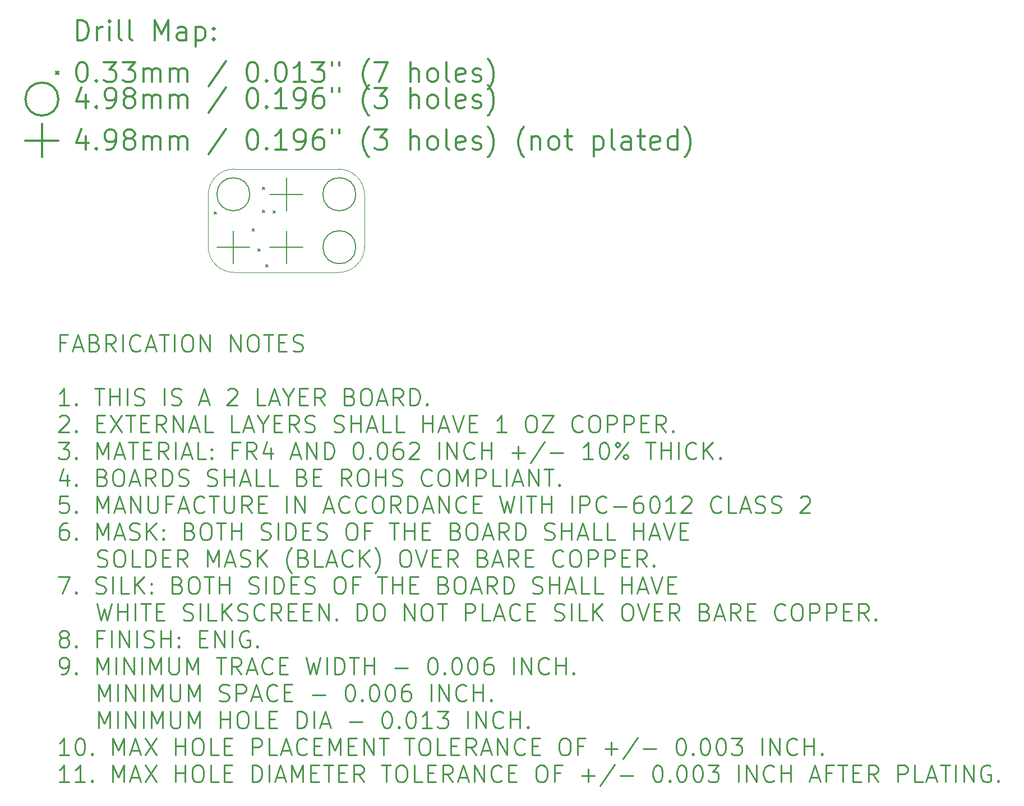
<source format=gbr>
G04 This is an RS-274x file exported by *
G04 gerbv version 2.6.0 *
G04 More information is available about gerbv at *
G04 http://gerbv.gpleda.org/ *
G04 --End of header info--*
%MOIN*%
%FSLAX34Y34*%
%IPPOS*%
G04 --Define apertures--*
%ADD10C,0.0079*%
%ADD11C,0.0118*%
%ADD12C,0.0016*%
%ADD13C,0.0100*%
G04 --Start main section--*
G54D10*
G01X0009272Y-012038D02*
G01X0009402Y-012168D01*
G01X0009402Y-012038D02*
G01X0009272Y-012168D01*
G01X0011516Y-013061D02*
G01X0011646Y-013191D01*
G01X0011646Y-013061D02*
G01X0011516Y-013191D01*
G01X0011870Y-014242D02*
G01X0012000Y-014372D01*
G01X0012000Y-014242D02*
G01X0011870Y-014372D01*
G01X0012146Y-010581D02*
G01X0012276Y-010711D01*
G01X0012276Y-010581D02*
G01X0012146Y-010711D01*
G01X0012146Y-011959D02*
G01X0012276Y-012089D01*
G01X0012276Y-011959D02*
G01X0012146Y-012089D01*
G01X0012343Y-015187D02*
G01X0012473Y-015317D01*
G01X0012473Y-015187D02*
G01X0012343Y-015317D01*
G01X0012776Y-011998D02*
G01X0012906Y-012128D01*
G01X0012906Y-011998D02*
G01X0012776Y-012128D01*
G01X0011380Y-011000D02*
G75*
G03X0011380Y-011000I-000980J0000000D01*
G01X0017680Y-011000D02*
G75*
G03X0017680Y-011000I-000980J0000000D01*
G01X0017680Y-014150D02*
G75*
G03X0017680Y-014150I-000980J0000000D01*
G01X0010400Y-013170D02*
G01X0010400Y-015130D01*
G01X0009420Y-014150D02*
G01X0011380Y-014150D01*
G01X0013550Y-010020D02*
G01X0013550Y-011981D01*
G01X0012569Y-011000D02*
G01X0014530Y-011000D01*
G01X0013550Y-013170D02*
G01X0013550Y-015130D01*
G01X0012569Y-014150D02*
G01X0014530Y-014150D01*
G54D11*
G01X0001128Y-001834D02*
G01X0001128Y-000652D01*
G01X0001128Y-000652D02*
G01X0001409Y-000652D01*
G01X0001409Y-000652D02*
G01X0001578Y-000709D01*
G01X0001578Y-000709D02*
G01X0001690Y-000821D01*
G01X0001690Y-000821D02*
G01X0001746Y-000934D01*
G01X0001746Y-000934D02*
G01X0001803Y-001159D01*
G01X0001803Y-001159D02*
G01X0001803Y-001327D01*
G01X0001803Y-001327D02*
G01X0001746Y-001552D01*
G01X0001746Y-001552D02*
G01X0001690Y-001665D01*
G01X0001690Y-001665D02*
G01X0001578Y-001777D01*
G01X0001578Y-001777D02*
G01X0001409Y-001834D01*
G01X0001409Y-001834D02*
G01X0001128Y-001834D01*
G01X0002309Y-001834D02*
G01X0002309Y-001046D01*
G01X0002309Y-001271D02*
G01X0002365Y-001159D01*
G01X0002365Y-001159D02*
G01X0002421Y-001102D01*
G01X0002421Y-001102D02*
G01X0002534Y-001046D01*
G01X0002534Y-001046D02*
G01X0002646Y-001046D01*
G01X0003040Y-001834D02*
G01X0003040Y-001046D01*
G01X0003040Y-000652D02*
G01X0002984Y-000709D01*
G01X0002984Y-000709D02*
G01X0003040Y-000765D01*
G01X0003040Y-000765D02*
G01X0003096Y-000709D01*
G01X0003096Y-000709D02*
G01X0003040Y-000652D01*
G01X0003040Y-000652D02*
G01X0003040Y-000765D01*
G01X0003771Y-001834D02*
G01X0003659Y-001777D01*
G01X0003659Y-001777D02*
G01X0003602Y-001665D01*
G01X0003602Y-001665D02*
G01X0003602Y-000652D01*
G01X0004390Y-001834D02*
G01X0004277Y-001777D01*
G01X0004277Y-001777D02*
G01X0004221Y-001665D01*
G01X0004221Y-001665D02*
G01X0004221Y-000652D01*
G01X0005740Y-001834D02*
G01X0005740Y-000652D01*
G01X0005740Y-000652D02*
G01X0006133Y-001496D01*
G01X0006133Y-001496D02*
G01X0006527Y-000652D01*
G01X0006527Y-000652D02*
G01X0006527Y-001834D01*
G01X0007596Y-001834D02*
G01X0007596Y-001215D01*
G01X0007596Y-001215D02*
G01X0007539Y-001102D01*
G01X0007539Y-001102D02*
G01X0007427Y-001046D01*
G01X0007427Y-001046D02*
G01X0007202Y-001046D01*
G01X0007202Y-001046D02*
G01X0007089Y-001102D01*
G01X0007596Y-001777D02*
G01X0007483Y-001834D01*
G01X0007483Y-001834D02*
G01X0007202Y-001834D01*
G01X0007202Y-001834D02*
G01X0007089Y-001777D01*
G01X0007089Y-001777D02*
G01X0007033Y-001665D01*
G01X0007033Y-001665D02*
G01X0007033Y-001552D01*
G01X0007033Y-001552D02*
G01X0007089Y-001440D01*
G01X0007089Y-001440D02*
G01X0007202Y-001384D01*
G01X0007202Y-001384D02*
G01X0007483Y-001384D01*
G01X0007483Y-001384D02*
G01X0007596Y-001327D01*
G01X0008158Y-001046D02*
G01X0008158Y-002227D01*
G01X0008158Y-001102D02*
G01X0008271Y-001046D01*
G01X0008271Y-001046D02*
G01X0008496Y-001046D01*
G01X0008496Y-001046D02*
G01X0008608Y-001102D01*
G01X0008608Y-001102D02*
G01X0008664Y-001159D01*
G01X0008664Y-001159D02*
G01X0008720Y-001271D01*
G01X0008720Y-001271D02*
G01X0008720Y-001609D01*
G01X0008720Y-001609D02*
G01X0008664Y-001721D01*
G01X0008664Y-001721D02*
G01X0008608Y-001777D01*
G01X0008608Y-001777D02*
G01X0008496Y-001834D01*
G01X0008496Y-001834D02*
G01X0008271Y-001834D01*
G01X0008271Y-001834D02*
G01X0008158Y-001777D01*
G01X0009227Y-001721D02*
G01X0009283Y-001777D01*
G01X0009283Y-001777D02*
G01X0009227Y-001834D01*
G01X0009227Y-001834D02*
G01X0009170Y-001777D01*
G01X0009170Y-001777D02*
G01X0009227Y-001721D01*
G01X0009227Y-001721D02*
G01X0009227Y-001834D01*
G01X0009227Y-001102D02*
G01X0009283Y-001159D01*
G01X0009283Y-001159D02*
G01X0009227Y-001215D01*
G01X0009227Y-001215D02*
G01X0009170Y-001159D01*
G01X0009170Y-001159D02*
G01X0009227Y-001102D01*
G01X0009227Y-001102D02*
G01X0009227Y-001215D01*
G01X-000130Y-003715D02*
G01X0000000Y-003845D01*
G01X0000000Y-003715D02*
G01X-000130Y-003845D01*
G01X0001353Y-003133D02*
G01X0001465Y-003133D01*
G01X0001465Y-003133D02*
G01X0001578Y-003189D01*
G01X0001578Y-003189D02*
G01X0001634Y-003245D01*
G01X0001634Y-003245D02*
G01X0001690Y-003358D01*
G01X0001690Y-003358D02*
G01X0001746Y-003583D01*
G01X0001746Y-003583D02*
G01X0001746Y-003864D01*
G01X0001746Y-003864D02*
G01X0001690Y-004089D01*
G01X0001690Y-004089D02*
G01X0001634Y-004201D01*
G01X0001634Y-004201D02*
G01X0001578Y-004258D01*
G01X0001578Y-004258D02*
G01X0001465Y-004314D01*
G01X0001465Y-004314D02*
G01X0001353Y-004314D01*
G01X0001353Y-004314D02*
G01X0001240Y-004258D01*
G01X0001240Y-004258D02*
G01X0001184Y-004201D01*
G01X0001184Y-004201D02*
G01X0001128Y-004089D01*
G01X0001128Y-004089D02*
G01X0001071Y-003864D01*
G01X0001071Y-003864D02*
G01X0001071Y-003583D01*
G01X0001071Y-003583D02*
G01X0001128Y-003358D01*
G01X0001128Y-003358D02*
G01X0001184Y-003245D01*
G01X0001184Y-003245D02*
G01X0001240Y-003189D01*
G01X0001240Y-003189D02*
G01X0001353Y-003133D01*
G01X0002253Y-004201D02*
G01X0002309Y-004258D01*
G01X0002309Y-004258D02*
G01X0002253Y-004314D01*
G01X0002253Y-004314D02*
G01X0002196Y-004258D01*
G01X0002196Y-004258D02*
G01X0002253Y-004201D01*
G01X0002253Y-004201D02*
G01X0002253Y-004314D01*
G01X0002702Y-003133D02*
G01X0003434Y-003133D01*
G01X0003434Y-003133D02*
G01X0003040Y-003583D01*
G01X0003040Y-003583D02*
G01X0003209Y-003583D01*
G01X0003209Y-003583D02*
G01X0003321Y-003639D01*
G01X0003321Y-003639D02*
G01X0003377Y-003695D01*
G01X0003377Y-003695D02*
G01X0003434Y-003808D01*
G01X0003434Y-003808D02*
G01X0003434Y-004089D01*
G01X0003434Y-004089D02*
G01X0003377Y-004201D01*
G01X0003377Y-004201D02*
G01X0003321Y-004258D01*
G01X0003321Y-004258D02*
G01X0003209Y-004314D01*
G01X0003209Y-004314D02*
G01X0002871Y-004314D01*
G01X0002871Y-004314D02*
G01X0002759Y-004258D01*
G01X0002759Y-004258D02*
G01X0002702Y-004201D01*
G01X0003827Y-003133D02*
G01X0004558Y-003133D01*
G01X0004558Y-003133D02*
G01X0004165Y-003583D01*
G01X0004165Y-003583D02*
G01X0004334Y-003583D01*
G01X0004334Y-003583D02*
G01X0004446Y-003639D01*
G01X0004446Y-003639D02*
G01X0004502Y-003695D01*
G01X0004502Y-003695D02*
G01X0004558Y-003808D01*
G01X0004558Y-003808D02*
G01X0004558Y-004089D01*
G01X0004558Y-004089D02*
G01X0004502Y-004201D01*
G01X0004502Y-004201D02*
G01X0004446Y-004258D01*
G01X0004446Y-004258D02*
G01X0004334Y-004314D01*
G01X0004334Y-004314D02*
G01X0003996Y-004314D01*
G01X0003996Y-004314D02*
G01X0003884Y-004258D01*
G01X0003884Y-004258D02*
G01X0003827Y-004201D01*
G01X0005065Y-004314D02*
G01X0005065Y-003526D01*
G01X0005065Y-003639D02*
G01X0005121Y-003583D01*
G01X0005121Y-003583D02*
G01X0005233Y-003526D01*
G01X0005233Y-003526D02*
G01X0005402Y-003526D01*
G01X0005402Y-003526D02*
G01X0005515Y-003583D01*
G01X0005515Y-003583D02*
G01X0005571Y-003695D01*
G01X0005571Y-003695D02*
G01X0005571Y-004314D01*
G01X0005571Y-003695D02*
G01X0005627Y-003583D01*
G01X0005627Y-003583D02*
G01X0005740Y-003526D01*
G01X0005740Y-003526D02*
G01X0005908Y-003526D01*
G01X0005908Y-003526D02*
G01X0006021Y-003583D01*
G01X0006021Y-003583D02*
G01X0006077Y-003695D01*
G01X0006077Y-003695D02*
G01X0006077Y-004314D01*
G01X0006639Y-004314D02*
G01X0006639Y-003526D01*
G01X0006639Y-003639D02*
G01X0006696Y-003583D01*
G01X0006696Y-003583D02*
G01X0006808Y-003526D01*
G01X0006808Y-003526D02*
G01X0006977Y-003526D01*
G01X0006977Y-003526D02*
G01X0007089Y-003583D01*
G01X0007089Y-003583D02*
G01X0007146Y-003695D01*
G01X0007146Y-003695D02*
G01X0007146Y-004314D01*
G01X0007146Y-003695D02*
G01X0007202Y-003583D01*
G01X0007202Y-003583D02*
G01X0007314Y-003526D01*
G01X0007314Y-003526D02*
G01X0007483Y-003526D01*
G01X0007483Y-003526D02*
G01X0007596Y-003583D01*
G01X0007596Y-003583D02*
G01X0007652Y-003695D01*
G01X0007652Y-003695D02*
G01X0007652Y-004314D01*
G01X0009958Y-003076D02*
G01X0008945Y-004595D01*
G01X0011476Y-003133D02*
G01X0011589Y-003133D01*
G01X0011589Y-003133D02*
G01X0011701Y-003189D01*
G01X0011701Y-003189D02*
G01X0011758Y-003245D01*
G01X0011758Y-003245D02*
G01X0011814Y-003358D01*
G01X0011814Y-003358D02*
G01X0011870Y-003583D01*
G01X0011870Y-003583D02*
G01X0011870Y-003864D01*
G01X0011870Y-003864D02*
G01X0011814Y-004089D01*
G01X0011814Y-004089D02*
G01X0011758Y-004201D01*
G01X0011758Y-004201D02*
G01X0011701Y-004258D01*
G01X0011701Y-004258D02*
G01X0011589Y-004314D01*
G01X0011589Y-004314D02*
G01X0011476Y-004314D01*
G01X0011476Y-004314D02*
G01X0011364Y-004258D01*
G01X0011364Y-004258D02*
G01X0011308Y-004201D01*
G01X0011308Y-004201D02*
G01X0011251Y-004089D01*
G01X0011251Y-004089D02*
G01X0011195Y-003864D01*
G01X0011195Y-003864D02*
G01X0011195Y-003583D01*
G01X0011195Y-003583D02*
G01X0011251Y-003358D01*
G01X0011251Y-003358D02*
G01X0011308Y-003245D01*
G01X0011308Y-003245D02*
G01X0011364Y-003189D01*
G01X0011364Y-003189D02*
G01X0011476Y-003133D01*
G01X0012376Y-004201D02*
G01X0012433Y-004258D01*
G01X0012433Y-004258D02*
G01X0012376Y-004314D01*
G01X0012376Y-004314D02*
G01X0012320Y-004258D01*
G01X0012320Y-004258D02*
G01X0012376Y-004201D01*
G01X0012376Y-004201D02*
G01X0012376Y-004314D01*
G01X0013164Y-003133D02*
G01X0013276Y-003133D01*
G01X0013276Y-003133D02*
G01X0013389Y-003189D01*
G01X0013389Y-003189D02*
G01X0013445Y-003245D01*
G01X0013445Y-003245D02*
G01X0013501Y-003358D01*
G01X0013501Y-003358D02*
G01X0013557Y-003583D01*
G01X0013557Y-003583D02*
G01X0013557Y-003864D01*
G01X0013557Y-003864D02*
G01X0013501Y-004089D01*
G01X0013501Y-004089D02*
G01X0013445Y-004201D01*
G01X0013445Y-004201D02*
G01X0013389Y-004258D01*
G01X0013389Y-004258D02*
G01X0013276Y-004314D01*
G01X0013276Y-004314D02*
G01X0013164Y-004314D01*
G01X0013164Y-004314D02*
G01X0013051Y-004258D01*
G01X0013051Y-004258D02*
G01X0012995Y-004201D01*
G01X0012995Y-004201D02*
G01X0012939Y-004089D01*
G01X0012939Y-004089D02*
G01X0012882Y-003864D01*
G01X0012882Y-003864D02*
G01X0012882Y-003583D01*
G01X0012882Y-003583D02*
G01X0012939Y-003358D01*
G01X0012939Y-003358D02*
G01X0012995Y-003245D01*
G01X0012995Y-003245D02*
G01X0013051Y-003189D01*
G01X0013051Y-003189D02*
G01X0013164Y-003133D01*
G01X0014682Y-004314D02*
G01X0014007Y-004314D01*
G01X0014345Y-004314D02*
G01X0014345Y-003133D01*
G01X0014345Y-003133D02*
G01X0014232Y-003301D01*
G01X0014232Y-003301D02*
G01X0014120Y-003414D01*
G01X0014120Y-003414D02*
G01X0014007Y-003470D01*
G01X0015076Y-003133D02*
G01X0015807Y-003133D01*
G01X0015807Y-003133D02*
G01X0015413Y-003583D01*
G01X0015413Y-003583D02*
G01X0015582Y-003583D01*
G01X0015582Y-003583D02*
G01X0015695Y-003639D01*
G01X0015695Y-003639D02*
G01X0015751Y-003695D01*
G01X0015751Y-003695D02*
G01X0015807Y-003808D01*
G01X0015807Y-003808D02*
G01X0015807Y-004089D01*
G01X0015807Y-004089D02*
G01X0015751Y-004201D01*
G01X0015751Y-004201D02*
G01X0015695Y-004258D01*
G01X0015695Y-004258D02*
G01X0015582Y-004314D01*
G01X0015582Y-004314D02*
G01X0015245Y-004314D01*
G01X0015245Y-004314D02*
G01X0015132Y-004258D01*
G01X0015132Y-004258D02*
G01X0015076Y-004201D01*
G01X0016257Y-003133D02*
G01X0016257Y-003358D01*
G01X0016707Y-003133D02*
G01X0016707Y-003358D01*
G01X0018451Y-004764D02*
G01X0018394Y-004708D01*
G01X0018394Y-004708D02*
G01X0018282Y-004539D01*
G01X0018282Y-004539D02*
G01X0018226Y-004426D01*
G01X0018226Y-004426D02*
G01X0018169Y-004258D01*
G01X0018169Y-004258D02*
G01X0018113Y-003976D01*
G01X0018113Y-003976D02*
G01X0018113Y-003751D01*
G01X0018113Y-003751D02*
G01X0018169Y-003470D01*
G01X0018169Y-003470D02*
G01X0018226Y-003301D01*
G01X0018226Y-003301D02*
G01X0018282Y-003189D01*
G01X0018282Y-003189D02*
G01X0018394Y-003020D01*
G01X0018394Y-003020D02*
G01X0018451Y-002964D01*
G01X0018788Y-003133D02*
G01X0019575Y-003133D01*
G01X0019575Y-003133D02*
G01X0019069Y-004314D01*
G01X0020925Y-004314D02*
G01X0020925Y-003133D01*
G01X0021431Y-004314D02*
G01X0021431Y-003695D01*
G01X0021431Y-003695D02*
G01X0021375Y-003583D01*
G01X0021375Y-003583D02*
G01X0021263Y-003526D01*
G01X0021263Y-003526D02*
G01X0021094Y-003526D01*
G01X0021094Y-003526D02*
G01X0020981Y-003583D01*
G01X0020981Y-003583D02*
G01X0020925Y-003639D01*
G01X0022163Y-004314D02*
G01X0022050Y-004258D01*
G01X0022050Y-004258D02*
G01X0021994Y-004201D01*
G01X0021994Y-004201D02*
G01X0021938Y-004089D01*
G01X0021938Y-004089D02*
G01X0021938Y-003751D01*
G01X0021938Y-003751D02*
G01X0021994Y-003639D01*
G01X0021994Y-003639D02*
G01X0022050Y-003583D01*
G01X0022050Y-003583D02*
G01X0022163Y-003526D01*
G01X0022163Y-003526D02*
G01X0022331Y-003526D01*
G01X0022331Y-003526D02*
G01X0022444Y-003583D01*
G01X0022444Y-003583D02*
G01X0022500Y-003639D01*
G01X0022500Y-003639D02*
G01X0022556Y-003751D01*
G01X0022556Y-003751D02*
G01X0022556Y-004089D01*
G01X0022556Y-004089D02*
G01X0022500Y-004201D01*
G01X0022500Y-004201D02*
G01X0022444Y-004258D01*
G01X0022444Y-004258D02*
G01X0022331Y-004314D01*
G01X0022331Y-004314D02*
G01X0022163Y-004314D01*
G01X0023231Y-004314D02*
G01X0023119Y-004258D01*
G01X0023119Y-004258D02*
G01X0023062Y-004145D01*
G01X0023062Y-004145D02*
G01X0023062Y-003133D01*
G01X0024131Y-004258D02*
G01X0024019Y-004314D01*
G01X0024019Y-004314D02*
G01X0023794Y-004314D01*
G01X0023794Y-004314D02*
G01X0023681Y-004258D01*
G01X0023681Y-004258D02*
G01X0023625Y-004145D01*
G01X0023625Y-004145D02*
G01X0023625Y-003695D01*
G01X0023625Y-003695D02*
G01X0023681Y-003583D01*
G01X0023681Y-003583D02*
G01X0023794Y-003526D01*
G01X0023794Y-003526D02*
G01X0024019Y-003526D01*
G01X0024019Y-003526D02*
G01X0024131Y-003583D01*
G01X0024131Y-003583D02*
G01X0024187Y-003695D01*
G01X0024187Y-003695D02*
G01X0024187Y-003808D01*
G01X0024187Y-003808D02*
G01X0023625Y-003920D01*
G01X0024637Y-004258D02*
G01X0024750Y-004314D01*
G01X0024750Y-004314D02*
G01X0024975Y-004314D01*
G01X0024975Y-004314D02*
G01X0025087Y-004258D01*
G01X0025087Y-004258D02*
G01X0025143Y-004145D01*
G01X0025143Y-004145D02*
G01X0025143Y-004089D01*
G01X0025143Y-004089D02*
G01X0025087Y-003976D01*
G01X0025087Y-003976D02*
G01X0024975Y-003920D01*
G01X0024975Y-003920D02*
G01X0024806Y-003920D01*
G01X0024806Y-003920D02*
G01X0024693Y-003864D01*
G01X0024693Y-003864D02*
G01X0024637Y-003751D01*
G01X0024637Y-003751D02*
G01X0024637Y-003695D01*
G01X0024637Y-003695D02*
G01X0024693Y-003583D01*
G01X0024693Y-003583D02*
G01X0024806Y-003526D01*
G01X0024806Y-003526D02*
G01X0024975Y-003526D01*
G01X0024975Y-003526D02*
G01X0025087Y-003583D01*
G01X0025537Y-004764D02*
G01X0025593Y-004708D01*
G01X0025593Y-004708D02*
G01X0025706Y-004539D01*
G01X0025706Y-004539D02*
G01X0025762Y-004426D01*
G01X0025762Y-004426D02*
G01X0025818Y-004258D01*
G01X0025818Y-004258D02*
G01X0025875Y-003976D01*
G01X0025875Y-003976D02*
G01X0025875Y-003751D01*
G01X0025875Y-003751D02*
G01X0025818Y-003470D01*
G01X0025818Y-003470D02*
G01X0025762Y-003301D01*
G01X0025762Y-003301D02*
G01X0025706Y-003189D01*
G01X0025706Y-003189D02*
G01X0025593Y-003020D01*
G01X0025593Y-003020D02*
G01X0025537Y-002964D01*
G01X0000000Y-005339D02*
G75*
G03X0000000Y-005339I-000980J0000000D01*
G01X0001634Y-005085D02*
G01X0001634Y-005873D01*
G01X0001353Y-004636D02*
G01X0001071Y-005479D01*
G01X0001071Y-005479D02*
G01X0001803Y-005479D01*
G01X0002253Y-005760D02*
G01X0002309Y-005817D01*
G01X0002309Y-005817D02*
G01X0002253Y-005873D01*
G01X0002253Y-005873D02*
G01X0002196Y-005817D01*
G01X0002196Y-005817D02*
G01X0002253Y-005760D01*
G01X0002253Y-005760D02*
G01X0002253Y-005873D01*
G01X0002871Y-005873D02*
G01X0003096Y-005873D01*
G01X0003096Y-005873D02*
G01X0003209Y-005817D01*
G01X0003209Y-005817D02*
G01X0003265Y-005760D01*
G01X0003265Y-005760D02*
G01X0003377Y-005592D01*
G01X0003377Y-005592D02*
G01X0003434Y-005367D01*
G01X0003434Y-005367D02*
G01X0003434Y-004917D01*
G01X0003434Y-004917D02*
G01X0003377Y-004804D01*
G01X0003377Y-004804D02*
G01X0003321Y-004748D01*
G01X0003321Y-004748D02*
G01X0003209Y-004692D01*
G01X0003209Y-004692D02*
G01X0002984Y-004692D01*
G01X0002984Y-004692D02*
G01X0002871Y-004748D01*
G01X0002871Y-004748D02*
G01X0002815Y-004804D01*
G01X0002815Y-004804D02*
G01X0002759Y-004917D01*
G01X0002759Y-004917D02*
G01X0002759Y-005198D01*
G01X0002759Y-005198D02*
G01X0002815Y-005310D01*
G01X0002815Y-005310D02*
G01X0002871Y-005367D01*
G01X0002871Y-005367D02*
G01X0002984Y-005423D01*
G01X0002984Y-005423D02*
G01X0003209Y-005423D01*
G01X0003209Y-005423D02*
G01X0003321Y-005367D01*
G01X0003321Y-005367D02*
G01X0003377Y-005310D01*
G01X0003377Y-005310D02*
G01X0003434Y-005198D01*
G01X0004109Y-005198D02*
G01X0003996Y-005142D01*
G01X0003996Y-005142D02*
G01X0003940Y-005085D01*
G01X0003940Y-005085D02*
G01X0003884Y-004973D01*
G01X0003884Y-004973D02*
G01X0003884Y-004917D01*
G01X0003884Y-004917D02*
G01X0003940Y-004804D01*
G01X0003940Y-004804D02*
G01X0003996Y-004748D01*
G01X0003996Y-004748D02*
G01X0004109Y-004692D01*
G01X0004109Y-004692D02*
G01X0004334Y-004692D01*
G01X0004334Y-004692D02*
G01X0004446Y-004748D01*
G01X0004446Y-004748D02*
G01X0004502Y-004804D01*
G01X0004502Y-004804D02*
G01X0004558Y-004917D01*
G01X0004558Y-004917D02*
G01X0004558Y-004973D01*
G01X0004558Y-004973D02*
G01X0004502Y-005085D01*
G01X0004502Y-005085D02*
G01X0004446Y-005142D01*
G01X0004446Y-005142D02*
G01X0004334Y-005198D01*
G01X0004334Y-005198D02*
G01X0004109Y-005198D01*
G01X0004109Y-005198D02*
G01X0003996Y-005254D01*
G01X0003996Y-005254D02*
G01X0003940Y-005310D01*
G01X0003940Y-005310D02*
G01X0003884Y-005423D01*
G01X0003884Y-005423D02*
G01X0003884Y-005648D01*
G01X0003884Y-005648D02*
G01X0003940Y-005760D01*
G01X0003940Y-005760D02*
G01X0003996Y-005817D01*
G01X0003996Y-005817D02*
G01X0004109Y-005873D01*
G01X0004109Y-005873D02*
G01X0004334Y-005873D01*
G01X0004334Y-005873D02*
G01X0004446Y-005817D01*
G01X0004446Y-005817D02*
G01X0004502Y-005760D01*
G01X0004502Y-005760D02*
G01X0004558Y-005648D01*
G01X0004558Y-005648D02*
G01X0004558Y-005423D01*
G01X0004558Y-005423D02*
G01X0004502Y-005310D01*
G01X0004502Y-005310D02*
G01X0004446Y-005254D01*
G01X0004446Y-005254D02*
G01X0004334Y-005198D01*
G01X0005065Y-005873D02*
G01X0005065Y-005085D01*
G01X0005065Y-005198D02*
G01X0005121Y-005142D01*
G01X0005121Y-005142D02*
G01X0005233Y-005085D01*
G01X0005233Y-005085D02*
G01X0005402Y-005085D01*
G01X0005402Y-005085D02*
G01X0005515Y-005142D01*
G01X0005515Y-005142D02*
G01X0005571Y-005254D01*
G01X0005571Y-005254D02*
G01X0005571Y-005873D01*
G01X0005571Y-005254D02*
G01X0005627Y-005142D01*
G01X0005627Y-005142D02*
G01X0005740Y-005085D01*
G01X0005740Y-005085D02*
G01X0005908Y-005085D01*
G01X0005908Y-005085D02*
G01X0006021Y-005142D01*
G01X0006021Y-005142D02*
G01X0006077Y-005254D01*
G01X0006077Y-005254D02*
G01X0006077Y-005873D01*
G01X0006639Y-005873D02*
G01X0006639Y-005085D01*
G01X0006639Y-005198D02*
G01X0006696Y-005142D01*
G01X0006696Y-005142D02*
G01X0006808Y-005085D01*
G01X0006808Y-005085D02*
G01X0006977Y-005085D01*
G01X0006977Y-005085D02*
G01X0007089Y-005142D01*
G01X0007089Y-005142D02*
G01X0007146Y-005254D01*
G01X0007146Y-005254D02*
G01X0007146Y-005873D01*
G01X0007146Y-005254D02*
G01X0007202Y-005142D01*
G01X0007202Y-005142D02*
G01X0007314Y-005085D01*
G01X0007314Y-005085D02*
G01X0007483Y-005085D01*
G01X0007483Y-005085D02*
G01X0007596Y-005142D01*
G01X0007596Y-005142D02*
G01X0007652Y-005254D01*
G01X0007652Y-005254D02*
G01X0007652Y-005873D01*
G01X0009958Y-004636D02*
G01X0008945Y-006154D01*
G01X0011476Y-004692D02*
G01X0011589Y-004692D01*
G01X0011589Y-004692D02*
G01X0011701Y-004748D01*
G01X0011701Y-004748D02*
G01X0011758Y-004804D01*
G01X0011758Y-004804D02*
G01X0011814Y-004917D01*
G01X0011814Y-004917D02*
G01X0011870Y-005142D01*
G01X0011870Y-005142D02*
G01X0011870Y-005423D01*
G01X0011870Y-005423D02*
G01X0011814Y-005648D01*
G01X0011814Y-005648D02*
G01X0011758Y-005760D01*
G01X0011758Y-005760D02*
G01X0011701Y-005817D01*
G01X0011701Y-005817D02*
G01X0011589Y-005873D01*
G01X0011589Y-005873D02*
G01X0011476Y-005873D01*
G01X0011476Y-005873D02*
G01X0011364Y-005817D01*
G01X0011364Y-005817D02*
G01X0011308Y-005760D01*
G01X0011308Y-005760D02*
G01X0011251Y-005648D01*
G01X0011251Y-005648D02*
G01X0011195Y-005423D01*
G01X0011195Y-005423D02*
G01X0011195Y-005142D01*
G01X0011195Y-005142D02*
G01X0011251Y-004917D01*
G01X0011251Y-004917D02*
G01X0011308Y-004804D01*
G01X0011308Y-004804D02*
G01X0011364Y-004748D01*
G01X0011364Y-004748D02*
G01X0011476Y-004692D01*
G01X0012376Y-005760D02*
G01X0012433Y-005817D01*
G01X0012433Y-005817D02*
G01X0012376Y-005873D01*
G01X0012376Y-005873D02*
G01X0012320Y-005817D01*
G01X0012320Y-005817D02*
G01X0012376Y-005760D01*
G01X0012376Y-005760D02*
G01X0012376Y-005873D01*
G01X0013557Y-005873D02*
G01X0012882Y-005873D01*
G01X0013220Y-005873D02*
G01X0013220Y-004692D01*
G01X0013220Y-004692D02*
G01X0013107Y-004861D01*
G01X0013107Y-004861D02*
G01X0012995Y-004973D01*
G01X0012995Y-004973D02*
G01X0012882Y-005029D01*
G01X0014120Y-005873D02*
G01X0014345Y-005873D01*
G01X0014345Y-005873D02*
G01X0014457Y-005817D01*
G01X0014457Y-005817D02*
G01X0014513Y-005760D01*
G01X0014513Y-005760D02*
G01X0014626Y-005592D01*
G01X0014626Y-005592D02*
G01X0014682Y-005367D01*
G01X0014682Y-005367D02*
G01X0014682Y-004917D01*
G01X0014682Y-004917D02*
G01X0014626Y-004804D01*
G01X0014626Y-004804D02*
G01X0014570Y-004748D01*
G01X0014570Y-004748D02*
G01X0014457Y-004692D01*
G01X0014457Y-004692D02*
G01X0014232Y-004692D01*
G01X0014232Y-004692D02*
G01X0014120Y-004748D01*
G01X0014120Y-004748D02*
G01X0014064Y-004804D01*
G01X0014064Y-004804D02*
G01X0014007Y-004917D01*
G01X0014007Y-004917D02*
G01X0014007Y-005198D01*
G01X0014007Y-005198D02*
G01X0014064Y-005310D01*
G01X0014064Y-005310D02*
G01X0014120Y-005367D01*
G01X0014120Y-005367D02*
G01X0014232Y-005423D01*
G01X0014232Y-005423D02*
G01X0014457Y-005423D01*
G01X0014457Y-005423D02*
G01X0014570Y-005367D01*
G01X0014570Y-005367D02*
G01X0014626Y-005310D01*
G01X0014626Y-005310D02*
G01X0014682Y-005198D01*
G01X0015695Y-004692D02*
G01X0015470Y-004692D01*
G01X0015470Y-004692D02*
G01X0015357Y-004748D01*
G01X0015357Y-004748D02*
G01X0015301Y-004804D01*
G01X0015301Y-004804D02*
G01X0015188Y-004973D01*
G01X0015188Y-004973D02*
G01X0015132Y-005198D01*
G01X0015132Y-005198D02*
G01X0015132Y-005648D01*
G01X0015132Y-005648D02*
G01X0015188Y-005760D01*
G01X0015188Y-005760D02*
G01X0015245Y-005817D01*
G01X0015245Y-005817D02*
G01X0015357Y-005873D01*
G01X0015357Y-005873D02*
G01X0015582Y-005873D01*
G01X0015582Y-005873D02*
G01X0015695Y-005817D01*
G01X0015695Y-005817D02*
G01X0015751Y-005760D01*
G01X0015751Y-005760D02*
G01X0015807Y-005648D01*
G01X0015807Y-005648D02*
G01X0015807Y-005367D01*
G01X0015807Y-005367D02*
G01X0015751Y-005254D01*
G01X0015751Y-005254D02*
G01X0015695Y-005198D01*
G01X0015695Y-005198D02*
G01X0015582Y-005142D01*
G01X0015582Y-005142D02*
G01X0015357Y-005142D01*
G01X0015357Y-005142D02*
G01X0015245Y-005198D01*
G01X0015245Y-005198D02*
G01X0015188Y-005254D01*
G01X0015188Y-005254D02*
G01X0015132Y-005367D01*
G01X0016257Y-004692D02*
G01X0016257Y-004917D01*
G01X0016707Y-004692D02*
G01X0016707Y-004917D01*
G01X0018451Y-006323D02*
G01X0018394Y-006267D01*
G01X0018394Y-006267D02*
G01X0018282Y-006098D01*
G01X0018282Y-006098D02*
G01X0018226Y-005985D01*
G01X0018226Y-005985D02*
G01X0018169Y-005817D01*
G01X0018169Y-005817D02*
G01X0018113Y-005535D01*
G01X0018113Y-005535D02*
G01X0018113Y-005310D01*
G01X0018113Y-005310D02*
G01X0018169Y-005029D01*
G01X0018169Y-005029D02*
G01X0018226Y-004861D01*
G01X0018226Y-004861D02*
G01X0018282Y-004748D01*
G01X0018282Y-004748D02*
G01X0018394Y-004579D01*
G01X0018394Y-004579D02*
G01X0018451Y-004523D01*
G01X0018788Y-004692D02*
G01X0019519Y-004692D01*
G01X0019519Y-004692D02*
G01X0019125Y-005142D01*
G01X0019125Y-005142D02*
G01X0019294Y-005142D01*
G01X0019294Y-005142D02*
G01X0019407Y-005198D01*
G01X0019407Y-005198D02*
G01X0019463Y-005254D01*
G01X0019463Y-005254D02*
G01X0019519Y-005367D01*
G01X0019519Y-005367D02*
G01X0019519Y-005648D01*
G01X0019519Y-005648D02*
G01X0019463Y-005760D01*
G01X0019463Y-005760D02*
G01X0019407Y-005817D01*
G01X0019407Y-005817D02*
G01X0019294Y-005873D01*
G01X0019294Y-005873D02*
G01X0018957Y-005873D01*
G01X0018957Y-005873D02*
G01X0018844Y-005817D01*
G01X0018844Y-005817D02*
G01X0018788Y-005760D01*
G01X0020925Y-005873D02*
G01X0020925Y-004692D01*
G01X0021431Y-005873D02*
G01X0021431Y-005254D01*
G01X0021431Y-005254D02*
G01X0021375Y-005142D01*
G01X0021375Y-005142D02*
G01X0021263Y-005085D01*
G01X0021263Y-005085D02*
G01X0021094Y-005085D01*
G01X0021094Y-005085D02*
G01X0020981Y-005142D01*
G01X0020981Y-005142D02*
G01X0020925Y-005198D01*
G01X0022163Y-005873D02*
G01X0022050Y-005817D01*
G01X0022050Y-005817D02*
G01X0021994Y-005760D01*
G01X0021994Y-005760D02*
G01X0021938Y-005648D01*
G01X0021938Y-005648D02*
G01X0021938Y-005310D01*
G01X0021938Y-005310D02*
G01X0021994Y-005198D01*
G01X0021994Y-005198D02*
G01X0022050Y-005142D01*
G01X0022050Y-005142D02*
G01X0022163Y-005085D01*
G01X0022163Y-005085D02*
G01X0022331Y-005085D01*
G01X0022331Y-005085D02*
G01X0022444Y-005142D01*
G01X0022444Y-005142D02*
G01X0022500Y-005198D01*
G01X0022500Y-005198D02*
G01X0022556Y-005310D01*
G01X0022556Y-005310D02*
G01X0022556Y-005648D01*
G01X0022556Y-005648D02*
G01X0022500Y-005760D01*
G01X0022500Y-005760D02*
G01X0022444Y-005817D01*
G01X0022444Y-005817D02*
G01X0022331Y-005873D01*
G01X0022331Y-005873D02*
G01X0022163Y-005873D01*
G01X0023231Y-005873D02*
G01X0023119Y-005817D01*
G01X0023119Y-005817D02*
G01X0023062Y-005704D01*
G01X0023062Y-005704D02*
G01X0023062Y-004692D01*
G01X0024131Y-005817D02*
G01X0024019Y-005873D01*
G01X0024019Y-005873D02*
G01X0023794Y-005873D01*
G01X0023794Y-005873D02*
G01X0023681Y-005817D01*
G01X0023681Y-005817D02*
G01X0023625Y-005704D01*
G01X0023625Y-005704D02*
G01X0023625Y-005254D01*
G01X0023625Y-005254D02*
G01X0023681Y-005142D01*
G01X0023681Y-005142D02*
G01X0023794Y-005085D01*
G01X0023794Y-005085D02*
G01X0024019Y-005085D01*
G01X0024019Y-005085D02*
G01X0024131Y-005142D01*
G01X0024131Y-005142D02*
G01X0024187Y-005254D01*
G01X0024187Y-005254D02*
G01X0024187Y-005367D01*
G01X0024187Y-005367D02*
G01X0023625Y-005479D01*
G01X0024637Y-005817D02*
G01X0024750Y-005873D01*
G01X0024750Y-005873D02*
G01X0024975Y-005873D01*
G01X0024975Y-005873D02*
G01X0025087Y-005817D01*
G01X0025087Y-005817D02*
G01X0025143Y-005704D01*
G01X0025143Y-005704D02*
G01X0025143Y-005648D01*
G01X0025143Y-005648D02*
G01X0025087Y-005535D01*
G01X0025087Y-005535D02*
G01X0024975Y-005479D01*
G01X0024975Y-005479D02*
G01X0024806Y-005479D01*
G01X0024806Y-005479D02*
G01X0024693Y-005423D01*
G01X0024693Y-005423D02*
G01X0024637Y-005310D01*
G01X0024637Y-005310D02*
G01X0024637Y-005254D01*
G01X0024637Y-005254D02*
G01X0024693Y-005142D01*
G01X0024693Y-005142D02*
G01X0024806Y-005085D01*
G01X0024806Y-005085D02*
G01X0024975Y-005085D01*
G01X0024975Y-005085D02*
G01X0025087Y-005142D01*
G01X0025537Y-006323D02*
G01X0025593Y-006267D01*
G01X0025593Y-006267D02*
G01X0025706Y-006098D01*
G01X0025706Y-006098D02*
G01X0025762Y-005985D01*
G01X0025762Y-005985D02*
G01X0025818Y-005817D01*
G01X0025818Y-005817D02*
G01X0025875Y-005535D01*
G01X0025875Y-005535D02*
G01X0025875Y-005310D01*
G01X0025875Y-005310D02*
G01X0025818Y-005029D01*
G01X0025818Y-005029D02*
G01X0025762Y-004861D01*
G01X0025762Y-004861D02*
G01X0025706Y-004748D01*
G01X0025706Y-004748D02*
G01X0025593Y-004579D01*
G01X0025593Y-004579D02*
G01X0025537Y-004523D01*
G01X-000980Y-006831D02*
G01X-000980Y-008791D01*
G01X-001961Y-007811D02*
G01X0000000Y-007811D01*
G01X0001634Y-007558D02*
G01X0001634Y-008345D01*
G01X0001353Y-007108D02*
G01X0001071Y-007952D01*
G01X0001071Y-007952D02*
G01X0001803Y-007952D01*
G01X0002253Y-008233D02*
G01X0002309Y-008289D01*
G01X0002309Y-008289D02*
G01X0002253Y-008345D01*
G01X0002253Y-008345D02*
G01X0002196Y-008289D01*
G01X0002196Y-008289D02*
G01X0002253Y-008233D01*
G01X0002253Y-008233D02*
G01X0002253Y-008345D01*
G01X0002871Y-008345D02*
G01X0003096Y-008345D01*
G01X0003096Y-008345D02*
G01X0003209Y-008289D01*
G01X0003209Y-008289D02*
G01X0003265Y-008233D01*
G01X0003265Y-008233D02*
G01X0003377Y-008064D01*
G01X0003377Y-008064D02*
G01X0003434Y-007839D01*
G01X0003434Y-007839D02*
G01X0003434Y-007389D01*
G01X0003434Y-007389D02*
G01X0003377Y-007277D01*
G01X0003377Y-007277D02*
G01X0003321Y-007220D01*
G01X0003321Y-007220D02*
G01X0003209Y-007164D01*
G01X0003209Y-007164D02*
G01X0002984Y-007164D01*
G01X0002984Y-007164D02*
G01X0002871Y-007220D01*
G01X0002871Y-007220D02*
G01X0002815Y-007277D01*
G01X0002815Y-007277D02*
G01X0002759Y-007389D01*
G01X0002759Y-007389D02*
G01X0002759Y-007670D01*
G01X0002759Y-007670D02*
G01X0002815Y-007783D01*
G01X0002815Y-007783D02*
G01X0002871Y-007839D01*
G01X0002871Y-007839D02*
G01X0002984Y-007895D01*
G01X0002984Y-007895D02*
G01X0003209Y-007895D01*
G01X0003209Y-007895D02*
G01X0003321Y-007839D01*
G01X0003321Y-007839D02*
G01X0003377Y-007783D01*
G01X0003377Y-007783D02*
G01X0003434Y-007670D01*
G01X0004109Y-007670D02*
G01X0003996Y-007614D01*
G01X0003996Y-007614D02*
G01X0003940Y-007558D01*
G01X0003940Y-007558D02*
G01X0003884Y-007445D01*
G01X0003884Y-007445D02*
G01X0003884Y-007389D01*
G01X0003884Y-007389D02*
G01X0003940Y-007277D01*
G01X0003940Y-007277D02*
G01X0003996Y-007220D01*
G01X0003996Y-007220D02*
G01X0004109Y-007164D01*
G01X0004109Y-007164D02*
G01X0004334Y-007164D01*
G01X0004334Y-007164D02*
G01X0004446Y-007220D01*
G01X0004446Y-007220D02*
G01X0004502Y-007277D01*
G01X0004502Y-007277D02*
G01X0004558Y-007389D01*
G01X0004558Y-007389D02*
G01X0004558Y-007445D01*
G01X0004558Y-007445D02*
G01X0004502Y-007558D01*
G01X0004502Y-007558D02*
G01X0004446Y-007614D01*
G01X0004446Y-007614D02*
G01X0004334Y-007670D01*
G01X0004334Y-007670D02*
G01X0004109Y-007670D01*
G01X0004109Y-007670D02*
G01X0003996Y-007727D01*
G01X0003996Y-007727D02*
G01X0003940Y-007783D01*
G01X0003940Y-007783D02*
G01X0003884Y-007895D01*
G01X0003884Y-007895D02*
G01X0003884Y-008120D01*
G01X0003884Y-008120D02*
G01X0003940Y-008233D01*
G01X0003940Y-008233D02*
G01X0003996Y-008289D01*
G01X0003996Y-008289D02*
G01X0004109Y-008345D01*
G01X0004109Y-008345D02*
G01X0004334Y-008345D01*
G01X0004334Y-008345D02*
G01X0004446Y-008289D01*
G01X0004446Y-008289D02*
G01X0004502Y-008233D01*
G01X0004502Y-008233D02*
G01X0004558Y-008120D01*
G01X0004558Y-008120D02*
G01X0004558Y-007895D01*
G01X0004558Y-007895D02*
G01X0004502Y-007783D01*
G01X0004502Y-007783D02*
G01X0004446Y-007727D01*
G01X0004446Y-007727D02*
G01X0004334Y-007670D01*
G01X0005065Y-008345D02*
G01X0005065Y-007558D01*
G01X0005065Y-007670D02*
G01X0005121Y-007614D01*
G01X0005121Y-007614D02*
G01X0005233Y-007558D01*
G01X0005233Y-007558D02*
G01X0005402Y-007558D01*
G01X0005402Y-007558D02*
G01X0005515Y-007614D01*
G01X0005515Y-007614D02*
G01X0005571Y-007727D01*
G01X0005571Y-007727D02*
G01X0005571Y-008345D01*
G01X0005571Y-007727D02*
G01X0005627Y-007614D01*
G01X0005627Y-007614D02*
G01X0005740Y-007558D01*
G01X0005740Y-007558D02*
G01X0005908Y-007558D01*
G01X0005908Y-007558D02*
G01X0006021Y-007614D01*
G01X0006021Y-007614D02*
G01X0006077Y-007727D01*
G01X0006077Y-007727D02*
G01X0006077Y-008345D01*
G01X0006639Y-008345D02*
G01X0006639Y-007558D01*
G01X0006639Y-007670D02*
G01X0006696Y-007614D01*
G01X0006696Y-007614D02*
G01X0006808Y-007558D01*
G01X0006808Y-007558D02*
G01X0006977Y-007558D01*
G01X0006977Y-007558D02*
G01X0007089Y-007614D01*
G01X0007089Y-007614D02*
G01X0007146Y-007727D01*
G01X0007146Y-007727D02*
G01X0007146Y-008345D01*
G01X0007146Y-007727D02*
G01X0007202Y-007614D01*
G01X0007202Y-007614D02*
G01X0007314Y-007558D01*
G01X0007314Y-007558D02*
G01X0007483Y-007558D01*
G01X0007483Y-007558D02*
G01X0007596Y-007614D01*
G01X0007596Y-007614D02*
G01X0007652Y-007727D01*
G01X0007652Y-007727D02*
G01X0007652Y-008345D01*
G01X0009958Y-007108D02*
G01X0008945Y-008627D01*
G01X0011476Y-007164D02*
G01X0011589Y-007164D01*
G01X0011589Y-007164D02*
G01X0011701Y-007220D01*
G01X0011701Y-007220D02*
G01X0011758Y-007277D01*
G01X0011758Y-007277D02*
G01X0011814Y-007389D01*
G01X0011814Y-007389D02*
G01X0011870Y-007614D01*
G01X0011870Y-007614D02*
G01X0011870Y-007895D01*
G01X0011870Y-007895D02*
G01X0011814Y-008120D01*
G01X0011814Y-008120D02*
G01X0011758Y-008233D01*
G01X0011758Y-008233D02*
G01X0011701Y-008289D01*
G01X0011701Y-008289D02*
G01X0011589Y-008345D01*
G01X0011589Y-008345D02*
G01X0011476Y-008345D01*
G01X0011476Y-008345D02*
G01X0011364Y-008289D01*
G01X0011364Y-008289D02*
G01X0011308Y-008233D01*
G01X0011308Y-008233D02*
G01X0011251Y-008120D01*
G01X0011251Y-008120D02*
G01X0011195Y-007895D01*
G01X0011195Y-007895D02*
G01X0011195Y-007614D01*
G01X0011195Y-007614D02*
G01X0011251Y-007389D01*
G01X0011251Y-007389D02*
G01X0011308Y-007277D01*
G01X0011308Y-007277D02*
G01X0011364Y-007220D01*
G01X0011364Y-007220D02*
G01X0011476Y-007164D01*
G01X0012376Y-008233D02*
G01X0012433Y-008289D01*
G01X0012433Y-008289D02*
G01X0012376Y-008345D01*
G01X0012376Y-008345D02*
G01X0012320Y-008289D01*
G01X0012320Y-008289D02*
G01X0012376Y-008233D01*
G01X0012376Y-008233D02*
G01X0012376Y-008345D01*
G01X0013557Y-008345D02*
G01X0012882Y-008345D01*
G01X0013220Y-008345D02*
G01X0013220Y-007164D01*
G01X0013220Y-007164D02*
G01X0013107Y-007333D01*
G01X0013107Y-007333D02*
G01X0012995Y-007445D01*
G01X0012995Y-007445D02*
G01X0012882Y-007502D01*
G01X0014120Y-008345D02*
G01X0014345Y-008345D01*
G01X0014345Y-008345D02*
G01X0014457Y-008289D01*
G01X0014457Y-008289D02*
G01X0014513Y-008233D01*
G01X0014513Y-008233D02*
G01X0014626Y-008064D01*
G01X0014626Y-008064D02*
G01X0014682Y-007839D01*
G01X0014682Y-007839D02*
G01X0014682Y-007389D01*
G01X0014682Y-007389D02*
G01X0014626Y-007277D01*
G01X0014626Y-007277D02*
G01X0014570Y-007220D01*
G01X0014570Y-007220D02*
G01X0014457Y-007164D01*
G01X0014457Y-007164D02*
G01X0014232Y-007164D01*
G01X0014232Y-007164D02*
G01X0014120Y-007220D01*
G01X0014120Y-007220D02*
G01X0014064Y-007277D01*
G01X0014064Y-007277D02*
G01X0014007Y-007389D01*
G01X0014007Y-007389D02*
G01X0014007Y-007670D01*
G01X0014007Y-007670D02*
G01X0014064Y-007783D01*
G01X0014064Y-007783D02*
G01X0014120Y-007839D01*
G01X0014120Y-007839D02*
G01X0014232Y-007895D01*
G01X0014232Y-007895D02*
G01X0014457Y-007895D01*
G01X0014457Y-007895D02*
G01X0014570Y-007839D01*
G01X0014570Y-007839D02*
G01X0014626Y-007783D01*
G01X0014626Y-007783D02*
G01X0014682Y-007670D01*
G01X0015695Y-007164D02*
G01X0015470Y-007164D01*
G01X0015470Y-007164D02*
G01X0015357Y-007220D01*
G01X0015357Y-007220D02*
G01X0015301Y-007277D01*
G01X0015301Y-007277D02*
G01X0015188Y-007445D01*
G01X0015188Y-007445D02*
G01X0015132Y-007670D01*
G01X0015132Y-007670D02*
G01X0015132Y-008120D01*
G01X0015132Y-008120D02*
G01X0015188Y-008233D01*
G01X0015188Y-008233D02*
G01X0015245Y-008289D01*
G01X0015245Y-008289D02*
G01X0015357Y-008345D01*
G01X0015357Y-008345D02*
G01X0015582Y-008345D01*
G01X0015582Y-008345D02*
G01X0015695Y-008289D01*
G01X0015695Y-008289D02*
G01X0015751Y-008233D01*
G01X0015751Y-008233D02*
G01X0015807Y-008120D01*
G01X0015807Y-008120D02*
G01X0015807Y-007839D01*
G01X0015807Y-007839D02*
G01X0015751Y-007727D01*
G01X0015751Y-007727D02*
G01X0015695Y-007670D01*
G01X0015695Y-007670D02*
G01X0015582Y-007614D01*
G01X0015582Y-007614D02*
G01X0015357Y-007614D01*
G01X0015357Y-007614D02*
G01X0015245Y-007670D01*
G01X0015245Y-007670D02*
G01X0015188Y-007727D01*
G01X0015188Y-007727D02*
G01X0015132Y-007839D01*
G01X0016257Y-007164D02*
G01X0016257Y-007389D01*
G01X0016707Y-007164D02*
G01X0016707Y-007389D01*
G01X0018451Y-008795D02*
G01X0018394Y-008739D01*
G01X0018394Y-008739D02*
G01X0018282Y-008570D01*
G01X0018282Y-008570D02*
G01X0018226Y-008458D01*
G01X0018226Y-008458D02*
G01X0018169Y-008289D01*
G01X0018169Y-008289D02*
G01X0018113Y-008008D01*
G01X0018113Y-008008D02*
G01X0018113Y-007783D01*
G01X0018113Y-007783D02*
G01X0018169Y-007502D01*
G01X0018169Y-007502D02*
G01X0018226Y-007333D01*
G01X0018226Y-007333D02*
G01X0018282Y-007220D01*
G01X0018282Y-007220D02*
G01X0018394Y-007052D01*
G01X0018394Y-007052D02*
G01X0018451Y-006995D01*
G01X0018788Y-007164D02*
G01X0019519Y-007164D01*
G01X0019519Y-007164D02*
G01X0019125Y-007614D01*
G01X0019125Y-007614D02*
G01X0019294Y-007614D01*
G01X0019294Y-007614D02*
G01X0019407Y-007670D01*
G01X0019407Y-007670D02*
G01X0019463Y-007727D01*
G01X0019463Y-007727D02*
G01X0019519Y-007839D01*
G01X0019519Y-007839D02*
G01X0019519Y-008120D01*
G01X0019519Y-008120D02*
G01X0019463Y-008233D01*
G01X0019463Y-008233D02*
G01X0019407Y-008289D01*
G01X0019407Y-008289D02*
G01X0019294Y-008345D01*
G01X0019294Y-008345D02*
G01X0018957Y-008345D01*
G01X0018957Y-008345D02*
G01X0018844Y-008289D01*
G01X0018844Y-008289D02*
G01X0018788Y-008233D01*
G01X0020925Y-008345D02*
G01X0020925Y-007164D01*
G01X0021431Y-008345D02*
G01X0021431Y-007727D01*
G01X0021431Y-007727D02*
G01X0021375Y-007614D01*
G01X0021375Y-007614D02*
G01X0021263Y-007558D01*
G01X0021263Y-007558D02*
G01X0021094Y-007558D01*
G01X0021094Y-007558D02*
G01X0020981Y-007614D01*
G01X0020981Y-007614D02*
G01X0020925Y-007670D01*
G01X0022163Y-008345D02*
G01X0022050Y-008289D01*
G01X0022050Y-008289D02*
G01X0021994Y-008233D01*
G01X0021994Y-008233D02*
G01X0021938Y-008120D01*
G01X0021938Y-008120D02*
G01X0021938Y-007783D01*
G01X0021938Y-007783D02*
G01X0021994Y-007670D01*
G01X0021994Y-007670D02*
G01X0022050Y-007614D01*
G01X0022050Y-007614D02*
G01X0022163Y-007558D01*
G01X0022163Y-007558D02*
G01X0022331Y-007558D01*
G01X0022331Y-007558D02*
G01X0022444Y-007614D01*
G01X0022444Y-007614D02*
G01X0022500Y-007670D01*
G01X0022500Y-007670D02*
G01X0022556Y-007783D01*
G01X0022556Y-007783D02*
G01X0022556Y-008120D01*
G01X0022556Y-008120D02*
G01X0022500Y-008233D01*
G01X0022500Y-008233D02*
G01X0022444Y-008289D01*
G01X0022444Y-008289D02*
G01X0022331Y-008345D01*
G01X0022331Y-008345D02*
G01X0022163Y-008345D01*
G01X0023231Y-008345D02*
G01X0023119Y-008289D01*
G01X0023119Y-008289D02*
G01X0023062Y-008177D01*
G01X0023062Y-008177D02*
G01X0023062Y-007164D01*
G01X0024131Y-008289D02*
G01X0024019Y-008345D01*
G01X0024019Y-008345D02*
G01X0023794Y-008345D01*
G01X0023794Y-008345D02*
G01X0023681Y-008289D01*
G01X0023681Y-008289D02*
G01X0023625Y-008177D01*
G01X0023625Y-008177D02*
G01X0023625Y-007727D01*
G01X0023625Y-007727D02*
G01X0023681Y-007614D01*
G01X0023681Y-007614D02*
G01X0023794Y-007558D01*
G01X0023794Y-007558D02*
G01X0024019Y-007558D01*
G01X0024019Y-007558D02*
G01X0024131Y-007614D01*
G01X0024131Y-007614D02*
G01X0024187Y-007727D01*
G01X0024187Y-007727D02*
G01X0024187Y-007839D01*
G01X0024187Y-007839D02*
G01X0023625Y-007952D01*
G01X0024637Y-008289D02*
G01X0024750Y-008345D01*
G01X0024750Y-008345D02*
G01X0024975Y-008345D01*
G01X0024975Y-008345D02*
G01X0025087Y-008289D01*
G01X0025087Y-008289D02*
G01X0025143Y-008177D01*
G01X0025143Y-008177D02*
G01X0025143Y-008120D01*
G01X0025143Y-008120D02*
G01X0025087Y-008008D01*
G01X0025087Y-008008D02*
G01X0024975Y-007952D01*
G01X0024975Y-007952D02*
G01X0024806Y-007952D01*
G01X0024806Y-007952D02*
G01X0024693Y-007895D01*
G01X0024693Y-007895D02*
G01X0024637Y-007783D01*
G01X0024637Y-007783D02*
G01X0024637Y-007727D01*
G01X0024637Y-007727D02*
G01X0024693Y-007614D01*
G01X0024693Y-007614D02*
G01X0024806Y-007558D01*
G01X0024806Y-007558D02*
G01X0024975Y-007558D01*
G01X0024975Y-007558D02*
G01X0025087Y-007614D01*
G01X0025537Y-008795D02*
G01X0025593Y-008739D01*
G01X0025593Y-008739D02*
G01X0025706Y-008570D01*
G01X0025706Y-008570D02*
G01X0025762Y-008458D01*
G01X0025762Y-008458D02*
G01X0025818Y-008289D01*
G01X0025818Y-008289D02*
G01X0025875Y-008008D01*
G01X0025875Y-008008D02*
G01X0025875Y-007783D01*
G01X0025875Y-007783D02*
G01X0025818Y-007502D01*
G01X0025818Y-007502D02*
G01X0025762Y-007333D01*
G01X0025762Y-007333D02*
G01X0025706Y-007220D01*
G01X0025706Y-007220D02*
G01X0025593Y-007052D01*
G01X0025593Y-007052D02*
G01X0025537Y-006995D01*
G01X0027674Y-008795D02*
G01X0027618Y-008739D01*
G01X0027618Y-008739D02*
G01X0027506Y-008570D01*
G01X0027506Y-008570D02*
G01X0027449Y-008458D01*
G01X0027449Y-008458D02*
G01X0027393Y-008289D01*
G01X0027393Y-008289D02*
G01X0027337Y-008008D01*
G01X0027337Y-008008D02*
G01X0027337Y-007783D01*
G01X0027337Y-007783D02*
G01X0027393Y-007502D01*
G01X0027393Y-007502D02*
G01X0027449Y-007333D01*
G01X0027449Y-007333D02*
G01X0027506Y-007220D01*
G01X0027506Y-007220D02*
G01X0027618Y-007052D01*
G01X0027618Y-007052D02*
G01X0027674Y-006995D01*
G01X0028124Y-007558D02*
G01X0028124Y-008345D01*
G01X0028124Y-007670D02*
G01X0028181Y-007614D01*
G01X0028181Y-007614D02*
G01X0028293Y-007558D01*
G01X0028293Y-007558D02*
G01X0028462Y-007558D01*
G01X0028462Y-007558D02*
G01X0028574Y-007614D01*
G01X0028574Y-007614D02*
G01X0028630Y-007727D01*
G01X0028630Y-007727D02*
G01X0028630Y-008345D01*
G01X0029362Y-008345D02*
G01X0029249Y-008289D01*
G01X0029249Y-008289D02*
G01X0029193Y-008233D01*
G01X0029193Y-008233D02*
G01X0029137Y-008120D01*
G01X0029137Y-008120D02*
G01X0029137Y-007783D01*
G01X0029137Y-007783D02*
G01X0029193Y-007670D01*
G01X0029193Y-007670D02*
G01X0029249Y-007614D01*
G01X0029249Y-007614D02*
G01X0029362Y-007558D01*
G01X0029362Y-007558D02*
G01X0029530Y-007558D01*
G01X0029530Y-007558D02*
G01X0029643Y-007614D01*
G01X0029643Y-007614D02*
G01X0029699Y-007670D01*
G01X0029699Y-007670D02*
G01X0029755Y-007783D01*
G01X0029755Y-007783D02*
G01X0029755Y-008120D01*
G01X0029755Y-008120D02*
G01X0029699Y-008233D01*
G01X0029699Y-008233D02*
G01X0029643Y-008289D01*
G01X0029643Y-008289D02*
G01X0029530Y-008345D01*
G01X0029530Y-008345D02*
G01X0029362Y-008345D01*
G01X0030093Y-007558D02*
G01X0030543Y-007558D01*
G01X0030262Y-007164D02*
G01X0030262Y-008177D01*
G01X0030262Y-008177D02*
G01X0030318Y-008289D01*
G01X0030318Y-008289D02*
G01X0030430Y-008345D01*
G01X0030430Y-008345D02*
G01X0030543Y-008345D01*
G01X0031836Y-007558D02*
G01X0031836Y-008739D01*
G01X0031836Y-007614D02*
G01X0031949Y-007558D01*
G01X0031949Y-007558D02*
G01X0032174Y-007558D01*
G01X0032174Y-007558D02*
G01X0032286Y-007614D01*
G01X0032286Y-007614D02*
G01X0032343Y-007670D01*
G01X0032343Y-007670D02*
G01X0032399Y-007783D01*
G01X0032399Y-007783D02*
G01X0032399Y-008120D01*
G01X0032399Y-008120D02*
G01X0032343Y-008233D01*
G01X0032343Y-008233D02*
G01X0032286Y-008289D01*
G01X0032286Y-008289D02*
G01X0032174Y-008345D01*
G01X0032174Y-008345D02*
G01X0031949Y-008345D01*
G01X0031949Y-008345D02*
G01X0031836Y-008289D01*
G01X0033074Y-008345D02*
G01X0032961Y-008289D01*
G01X0032961Y-008289D02*
G01X0032905Y-008177D01*
G01X0032905Y-008177D02*
G01X0032905Y-007164D01*
G01X0034030Y-008345D02*
G01X0034030Y-007727D01*
G01X0034030Y-007727D02*
G01X0033974Y-007614D01*
G01X0033974Y-007614D02*
G01X0033861Y-007558D01*
G01X0033861Y-007558D02*
G01X0033636Y-007558D01*
G01X0033636Y-007558D02*
G01X0033524Y-007614D01*
G01X0034030Y-008289D02*
G01X0033917Y-008345D01*
G01X0033917Y-008345D02*
G01X0033636Y-008345D01*
G01X0033636Y-008345D02*
G01X0033524Y-008289D01*
G01X0033524Y-008289D02*
G01X0033467Y-008177D01*
G01X0033467Y-008177D02*
G01X0033467Y-008064D01*
G01X0033467Y-008064D02*
G01X0033524Y-007952D01*
G01X0033524Y-007952D02*
G01X0033636Y-007895D01*
G01X0033636Y-007895D02*
G01X0033917Y-007895D01*
G01X0033917Y-007895D02*
G01X0034030Y-007839D01*
G01X0034424Y-007558D02*
G01X0034873Y-007558D01*
G01X0034592Y-007164D02*
G01X0034592Y-008177D01*
G01X0034592Y-008177D02*
G01X0034648Y-008289D01*
G01X0034648Y-008289D02*
G01X0034761Y-008345D01*
G01X0034761Y-008345D02*
G01X0034873Y-008345D01*
G01X0035717Y-008289D02*
G01X0035605Y-008345D01*
G01X0035605Y-008345D02*
G01X0035380Y-008345D01*
G01X0035380Y-008345D02*
G01X0035267Y-008289D01*
G01X0035267Y-008289D02*
G01X0035211Y-008177D01*
G01X0035211Y-008177D02*
G01X0035211Y-007727D01*
G01X0035211Y-007727D02*
G01X0035267Y-007614D01*
G01X0035267Y-007614D02*
G01X0035380Y-007558D01*
G01X0035380Y-007558D02*
G01X0035605Y-007558D01*
G01X0035605Y-007558D02*
G01X0035717Y-007614D01*
G01X0035717Y-007614D02*
G01X0035773Y-007727D01*
G01X0035773Y-007727D02*
G01X0035773Y-007839D01*
G01X0035773Y-007839D02*
G01X0035211Y-007952D01*
G01X0036786Y-008345D02*
G01X0036786Y-007164D01*
G01X0036786Y-008289D02*
G01X0036673Y-008345D01*
G01X0036673Y-008345D02*
G01X0036448Y-008345D01*
G01X0036448Y-008345D02*
G01X0036336Y-008289D01*
G01X0036336Y-008289D02*
G01X0036280Y-008233D01*
G01X0036280Y-008233D02*
G01X0036223Y-008120D01*
G01X0036223Y-008120D02*
G01X0036223Y-007783D01*
G01X0036223Y-007783D02*
G01X0036280Y-007670D01*
G01X0036280Y-007670D02*
G01X0036336Y-007614D01*
G01X0036336Y-007614D02*
G01X0036448Y-007558D01*
G01X0036448Y-007558D02*
G01X0036673Y-007558D01*
G01X0036673Y-007558D02*
G01X0036786Y-007614D01*
G01X0037236Y-008795D02*
G01X0037292Y-008739D01*
G01X0037292Y-008739D02*
G01X0037404Y-008570D01*
G01X0037404Y-008570D02*
G01X0037461Y-008458D01*
G01X0037461Y-008458D02*
G01X0037517Y-008289D01*
G01X0037517Y-008289D02*
G01X0037573Y-008008D01*
G01X0037573Y-008008D02*
G01X0037573Y-007783D01*
G01X0037573Y-007783D02*
G01X0037517Y-007502D01*
G01X0037517Y-007502D02*
G01X0037461Y-007333D01*
G01X0037461Y-007333D02*
G01X0037404Y-007220D01*
G01X0037404Y-007220D02*
G01X0037292Y-007052D01*
G01X0037292Y-007052D02*
G01X0037236Y-006995D01*
G01X0000000Y0000000D02*
G54D12*
G01X0010439Y-009504D02*
G75*
G03X0008904Y-011040I0000000J-001535D01*
G01X0008904Y-014111D02*
G75*
G03X0010439Y-015646I0001535J0000000D01*
G01X0016660Y-015646D02*
G75*
G03X0018195Y-014111I0000000J0001535D01*
G01X0018195Y-011040D02*
G75*
G03X0016660Y-009504I-001535J0000000D01*
G01X0008904Y-014111D02*
G01X0008904Y-011040D01*
G01X0018195Y-014111D02*
G01X0018195Y-011040D01*
G01X0016660Y-015646D02*
G01X0010439Y-015646D01*
G01X0016660Y-009504D02*
G01X0010439Y-009504D01*
G01X0000000Y0000000D02*
G54D13*
G01X0000436Y-019829D02*
G01X0000103Y-019829D01*
G01X0000103Y-020352D02*
G01X0000103Y-019352D01*
G01X0000103Y-019352D02*
G01X0000579Y-019352D01*
G01X0000913Y-020067D02*
G01X0001389Y-020067D01*
G01X0000817Y-020352D02*
G01X0001151Y-019352D01*
G01X0001151Y-019352D02*
G01X0001484Y-020352D01*
G01X0002151Y-019829D02*
G01X0002294Y-019876D01*
G01X0002294Y-019876D02*
G01X0002341Y-019924D01*
G01X0002341Y-019924D02*
G01X0002389Y-020019D01*
G01X0002389Y-020019D02*
G01X0002389Y-020162D01*
G01X0002389Y-020162D02*
G01X0002341Y-020257D01*
G01X0002341Y-020257D02*
G01X0002294Y-020305D01*
G01X0002294Y-020305D02*
G01X0002198Y-020352D01*
G01X0002198Y-020352D02*
G01X0001817Y-020352D01*
G01X0001817Y-020352D02*
G01X0001817Y-019352D01*
G01X0001817Y-019352D02*
G01X0002151Y-019352D01*
G01X0002151Y-019352D02*
G01X0002246Y-019400D01*
G01X0002246Y-019400D02*
G01X0002294Y-019448D01*
G01X0002294Y-019448D02*
G01X0002341Y-019543D01*
G01X0002341Y-019543D02*
G01X0002341Y-019638D01*
G01X0002341Y-019638D02*
G01X0002294Y-019733D01*
G01X0002294Y-019733D02*
G01X0002246Y-019781D01*
G01X0002246Y-019781D02*
G01X0002151Y-019829D01*
G01X0002151Y-019829D02*
G01X0001817Y-019829D01*
G01X0003389Y-020352D02*
G01X0003055Y-019876D01*
G01X0002817Y-020352D02*
G01X0002817Y-019352D01*
G01X0002817Y-019352D02*
G01X0003198Y-019352D01*
G01X0003198Y-019352D02*
G01X0003294Y-019400D01*
G01X0003294Y-019400D02*
G01X0003341Y-019448D01*
G01X0003341Y-019448D02*
G01X0003389Y-019543D01*
G01X0003389Y-019543D02*
G01X0003389Y-019686D01*
G01X0003389Y-019686D02*
G01X0003341Y-019781D01*
G01X0003341Y-019781D02*
G01X0003294Y-019829D01*
G01X0003294Y-019829D02*
G01X0003198Y-019876D01*
G01X0003198Y-019876D02*
G01X0002817Y-019876D01*
G01X0003817Y-020352D02*
G01X0003817Y-019352D01*
G01X0004865Y-020257D02*
G01X0004817Y-020305D01*
G01X0004817Y-020305D02*
G01X0004675Y-020352D01*
G01X0004675Y-020352D02*
G01X0004579Y-020352D01*
G01X0004579Y-020352D02*
G01X0004436Y-020305D01*
G01X0004436Y-020305D02*
G01X0004341Y-020210D01*
G01X0004341Y-020210D02*
G01X0004294Y-020114D01*
G01X0004294Y-020114D02*
G01X0004246Y-019924D01*
G01X0004246Y-019924D02*
G01X0004246Y-019781D01*
G01X0004246Y-019781D02*
G01X0004294Y-019590D01*
G01X0004294Y-019590D02*
G01X0004341Y-019495D01*
G01X0004341Y-019495D02*
G01X0004436Y-019400D01*
G01X0004436Y-019400D02*
G01X0004579Y-019352D01*
G01X0004579Y-019352D02*
G01X0004675Y-019352D01*
G01X0004675Y-019352D02*
G01X0004817Y-019400D01*
G01X0004817Y-019400D02*
G01X0004865Y-019448D01*
G01X0005246Y-020067D02*
G01X0005722Y-020067D01*
G01X0005151Y-020352D02*
G01X0005484Y-019352D01*
G01X0005484Y-019352D02*
G01X0005817Y-020352D01*
G01X0006008Y-019352D02*
G01X0006579Y-019352D01*
G01X0006294Y-020352D02*
G01X0006294Y-019352D01*
G01X0006913Y-020352D02*
G01X0006913Y-019352D01*
G01X0007579Y-019352D02*
G01X0007770Y-019352D01*
G01X0007770Y-019352D02*
G01X0007865Y-019400D01*
G01X0007865Y-019400D02*
G01X0007960Y-019495D01*
G01X0007960Y-019495D02*
G01X0008008Y-019686D01*
G01X0008008Y-019686D02*
G01X0008008Y-020019D01*
G01X0008008Y-020019D02*
G01X0007960Y-020210D01*
G01X0007960Y-020210D02*
G01X0007865Y-020305D01*
G01X0007865Y-020305D02*
G01X0007770Y-020352D01*
G01X0007770Y-020352D02*
G01X0007579Y-020352D01*
G01X0007579Y-020352D02*
G01X0007484Y-020305D01*
G01X0007484Y-020305D02*
G01X0007389Y-020210D01*
G01X0007389Y-020210D02*
G01X0007341Y-020019D01*
G01X0007341Y-020019D02*
G01X0007341Y-019686D01*
G01X0007341Y-019686D02*
G01X0007389Y-019495D01*
G01X0007389Y-019495D02*
G01X0007484Y-019400D01*
G01X0007484Y-019400D02*
G01X0007579Y-019352D01*
G01X0008436Y-020352D02*
G01X0008436Y-019352D01*
G01X0008436Y-019352D02*
G01X0009008Y-020352D01*
G01X0009008Y-020352D02*
G01X0009008Y-019352D01*
G01X0010246Y-020352D02*
G01X0010246Y-019352D01*
G01X0010246Y-019352D02*
G01X0010817Y-020352D01*
G01X0010817Y-020352D02*
G01X0010817Y-019352D01*
G01X0011484Y-019352D02*
G01X0011675Y-019352D01*
G01X0011675Y-019352D02*
G01X0011770Y-019400D01*
G01X0011770Y-019400D02*
G01X0011865Y-019495D01*
G01X0011865Y-019495D02*
G01X0011913Y-019686D01*
G01X0011913Y-019686D02*
G01X0011913Y-020019D01*
G01X0011913Y-020019D02*
G01X0011865Y-020210D01*
G01X0011865Y-020210D02*
G01X0011770Y-020305D01*
G01X0011770Y-020305D02*
G01X0011675Y-020352D01*
G01X0011675Y-020352D02*
G01X0011484Y-020352D01*
G01X0011484Y-020352D02*
G01X0011389Y-020305D01*
G01X0011389Y-020305D02*
G01X0011294Y-020210D01*
G01X0011294Y-020210D02*
G01X0011246Y-020019D01*
G01X0011246Y-020019D02*
G01X0011246Y-019686D01*
G01X0011246Y-019686D02*
G01X0011294Y-019495D01*
G01X0011294Y-019495D02*
G01X0011389Y-019400D01*
G01X0011389Y-019400D02*
G01X0011484Y-019352D01*
G01X0012198Y-019352D02*
G01X0012770Y-019352D01*
G01X0012484Y-020352D02*
G01X0012484Y-019352D01*
G01X0013103Y-019829D02*
G01X0013436Y-019829D01*
G01X0013579Y-020352D02*
G01X0013103Y-020352D01*
G01X0013103Y-020352D02*
G01X0013103Y-019352D01*
G01X0013103Y-019352D02*
G01X0013579Y-019352D01*
G01X0013960Y-020305D02*
G01X0014103Y-020352D01*
G01X0014103Y-020352D02*
G01X0014341Y-020352D01*
G01X0014341Y-020352D02*
G01X0014436Y-020305D01*
G01X0014436Y-020305D02*
G01X0014484Y-020257D01*
G01X0014484Y-020257D02*
G01X0014532Y-020162D01*
G01X0014532Y-020162D02*
G01X0014532Y-020067D01*
G01X0014532Y-020067D02*
G01X0014484Y-019971D01*
G01X0014484Y-019971D02*
G01X0014436Y-019924D01*
G01X0014436Y-019924D02*
G01X0014341Y-019876D01*
G01X0014341Y-019876D02*
G01X0014151Y-019829D01*
G01X0014151Y-019829D02*
G01X0014055Y-019781D01*
G01X0014055Y-019781D02*
G01X0014008Y-019733D01*
G01X0014008Y-019733D02*
G01X0013960Y-019638D01*
G01X0013960Y-019638D02*
G01X0013960Y-019543D01*
G01X0013960Y-019543D02*
G01X0014008Y-019448D01*
G01X0014008Y-019448D02*
G01X0014055Y-019400D01*
G01X0014055Y-019400D02*
G01X0014151Y-019352D01*
G01X0014151Y-019352D02*
G01X0014389Y-019352D01*
G01X0014389Y-019352D02*
G01X0014532Y-019400D01*
G01X0000627Y-023552D02*
G01X0000055Y-023552D01*
G01X0000341Y-023552D02*
G01X0000341Y-022552D01*
G01X0000341Y-022552D02*
G01X0000246Y-022695D01*
G01X0000246Y-022695D02*
G01X0000151Y-022790D01*
G01X0000151Y-022790D02*
G01X0000055Y-022838D01*
G01X0001055Y-023457D02*
G01X0001103Y-023505D01*
G01X0001103Y-023505D02*
G01X0001055Y-023552D01*
G01X0001055Y-023552D02*
G01X0001008Y-023505D01*
G01X0001008Y-023505D02*
G01X0001055Y-023457D01*
G01X0001055Y-023457D02*
G01X0001055Y-023552D01*
G01X0002151Y-022552D02*
G01X0002722Y-022552D01*
G01X0002436Y-023552D02*
G01X0002436Y-022552D01*
G01X0003055Y-023552D02*
G01X0003055Y-022552D01*
G01X0003055Y-023029D02*
G01X0003627Y-023029D01*
G01X0003627Y-023552D02*
G01X0003627Y-022552D01*
G01X0004103Y-023552D02*
G01X0004103Y-022552D01*
G01X0004532Y-023505D02*
G01X0004675Y-023552D01*
G01X0004675Y-023552D02*
G01X0004913Y-023552D01*
G01X0004913Y-023552D02*
G01X0005008Y-023505D01*
G01X0005008Y-023505D02*
G01X0005055Y-023457D01*
G01X0005055Y-023457D02*
G01X0005103Y-023362D01*
G01X0005103Y-023362D02*
G01X0005103Y-023267D01*
G01X0005103Y-023267D02*
G01X0005055Y-023171D01*
G01X0005055Y-023171D02*
G01X0005008Y-023124D01*
G01X0005008Y-023124D02*
G01X0004913Y-023076D01*
G01X0004913Y-023076D02*
G01X0004722Y-023029D01*
G01X0004722Y-023029D02*
G01X0004627Y-022981D01*
G01X0004627Y-022981D02*
G01X0004579Y-022933D01*
G01X0004579Y-022933D02*
G01X0004532Y-022838D01*
G01X0004532Y-022838D02*
G01X0004532Y-022743D01*
G01X0004532Y-022743D02*
G01X0004579Y-022648D01*
G01X0004579Y-022648D02*
G01X0004627Y-022600D01*
G01X0004627Y-022600D02*
G01X0004722Y-022552D01*
G01X0004722Y-022552D02*
G01X0004960Y-022552D01*
G01X0004960Y-022552D02*
G01X0005103Y-022600D01*
G01X0006294Y-023552D02*
G01X0006294Y-022552D01*
G01X0006722Y-023505D02*
G01X0006865Y-023552D01*
G01X0006865Y-023552D02*
G01X0007103Y-023552D01*
G01X0007103Y-023552D02*
G01X0007198Y-023505D01*
G01X0007198Y-023505D02*
G01X0007246Y-023457D01*
G01X0007246Y-023457D02*
G01X0007294Y-023362D01*
G01X0007294Y-023362D02*
G01X0007294Y-023267D01*
G01X0007294Y-023267D02*
G01X0007246Y-023171D01*
G01X0007246Y-023171D02*
G01X0007198Y-023124D01*
G01X0007198Y-023124D02*
G01X0007103Y-023076D01*
G01X0007103Y-023076D02*
G01X0006913Y-023029D01*
G01X0006913Y-023029D02*
G01X0006817Y-022981D01*
G01X0006817Y-022981D02*
G01X0006770Y-022933D01*
G01X0006770Y-022933D02*
G01X0006722Y-022838D01*
G01X0006722Y-022838D02*
G01X0006722Y-022743D01*
G01X0006722Y-022743D02*
G01X0006770Y-022648D01*
G01X0006770Y-022648D02*
G01X0006817Y-022600D01*
G01X0006817Y-022600D02*
G01X0006913Y-022552D01*
G01X0006913Y-022552D02*
G01X0007151Y-022552D01*
G01X0007151Y-022552D02*
G01X0007294Y-022600D01*
G01X0008436Y-023267D02*
G01X0008913Y-023267D01*
G01X0008341Y-023552D02*
G01X0008675Y-022552D01*
G01X0008675Y-022552D02*
G01X0009008Y-023552D01*
G01X0010055Y-022648D02*
G01X0010103Y-022600D01*
G01X0010103Y-022600D02*
G01X0010198Y-022552D01*
G01X0010198Y-022552D02*
G01X0010436Y-022552D01*
G01X0010436Y-022552D02*
G01X0010532Y-022600D01*
G01X0010532Y-022600D02*
G01X0010579Y-022648D01*
G01X0010579Y-022648D02*
G01X0010627Y-022743D01*
G01X0010627Y-022743D02*
G01X0010627Y-022838D01*
G01X0010627Y-022838D02*
G01X0010579Y-022981D01*
G01X0010579Y-022981D02*
G01X0010008Y-023552D01*
G01X0010008Y-023552D02*
G01X0010627Y-023552D01*
G01X0012294Y-023552D02*
G01X0011817Y-023552D01*
G01X0011817Y-023552D02*
G01X0011817Y-022552D01*
G01X0012579Y-023267D02*
G01X0013055Y-023267D01*
G01X0012484Y-023552D02*
G01X0012817Y-022552D01*
G01X0012817Y-022552D02*
G01X0013151Y-023552D01*
G01X0013675Y-023076D02*
G01X0013675Y-023552D01*
G01X0013341Y-022552D02*
G01X0013675Y-023076D01*
G01X0013675Y-023076D02*
G01X0014008Y-022552D01*
G01X0014341Y-023029D02*
G01X0014675Y-023029D01*
G01X0014817Y-023552D02*
G01X0014341Y-023552D01*
G01X0014341Y-023552D02*
G01X0014341Y-022552D01*
G01X0014341Y-022552D02*
G01X0014817Y-022552D01*
G01X0015817Y-023552D02*
G01X0015484Y-023076D01*
G01X0015246Y-023552D02*
G01X0015246Y-022552D01*
G01X0015246Y-022552D02*
G01X0015627Y-022552D01*
G01X0015627Y-022552D02*
G01X0015722Y-022600D01*
G01X0015722Y-022600D02*
G01X0015770Y-022648D01*
G01X0015770Y-022648D02*
G01X0015817Y-022743D01*
G01X0015817Y-022743D02*
G01X0015817Y-022886D01*
G01X0015817Y-022886D02*
G01X0015770Y-022981D01*
G01X0015770Y-022981D02*
G01X0015722Y-023029D01*
G01X0015722Y-023029D02*
G01X0015627Y-023076D01*
G01X0015627Y-023076D02*
G01X0015246Y-023076D01*
G01X0017341Y-023029D02*
G01X0017484Y-023076D01*
G01X0017484Y-023076D02*
G01X0017532Y-023124D01*
G01X0017532Y-023124D02*
G01X0017579Y-023219D01*
G01X0017579Y-023219D02*
G01X0017579Y-023362D01*
G01X0017579Y-023362D02*
G01X0017532Y-023457D01*
G01X0017532Y-023457D02*
G01X0017484Y-023505D01*
G01X0017484Y-023505D02*
G01X0017389Y-023552D01*
G01X0017389Y-023552D02*
G01X0017008Y-023552D01*
G01X0017008Y-023552D02*
G01X0017008Y-022552D01*
G01X0017008Y-022552D02*
G01X0017341Y-022552D01*
G01X0017341Y-022552D02*
G01X0017436Y-022600D01*
G01X0017436Y-022600D02*
G01X0017484Y-022648D01*
G01X0017484Y-022648D02*
G01X0017532Y-022743D01*
G01X0017532Y-022743D02*
G01X0017532Y-022838D01*
G01X0017532Y-022838D02*
G01X0017484Y-022933D01*
G01X0017484Y-022933D02*
G01X0017436Y-022981D01*
G01X0017436Y-022981D02*
G01X0017341Y-023029D01*
G01X0017341Y-023029D02*
G01X0017008Y-023029D01*
G01X0018198Y-022552D02*
G01X0018389Y-022552D01*
G01X0018389Y-022552D02*
G01X0018484Y-022600D01*
G01X0018484Y-022600D02*
G01X0018579Y-022695D01*
G01X0018579Y-022695D02*
G01X0018627Y-022886D01*
G01X0018627Y-022886D02*
G01X0018627Y-023219D01*
G01X0018627Y-023219D02*
G01X0018579Y-023410D01*
G01X0018579Y-023410D02*
G01X0018484Y-023505D01*
G01X0018484Y-023505D02*
G01X0018389Y-023552D01*
G01X0018389Y-023552D02*
G01X0018198Y-023552D01*
G01X0018198Y-023552D02*
G01X0018103Y-023505D01*
G01X0018103Y-023505D02*
G01X0018008Y-023410D01*
G01X0018008Y-023410D02*
G01X0017960Y-023219D01*
G01X0017960Y-023219D02*
G01X0017960Y-022886D01*
G01X0017960Y-022886D02*
G01X0018008Y-022695D01*
G01X0018008Y-022695D02*
G01X0018103Y-022600D01*
G01X0018103Y-022600D02*
G01X0018198Y-022552D01*
G01X0019008Y-023267D02*
G01X0019484Y-023267D01*
G01X0018913Y-023552D02*
G01X0019246Y-022552D01*
G01X0019246Y-022552D02*
G01X0019579Y-023552D01*
G01X0020484Y-023552D02*
G01X0020151Y-023076D01*
G01X0019913Y-023552D02*
G01X0019913Y-022552D01*
G01X0019913Y-022552D02*
G01X0020294Y-022552D01*
G01X0020294Y-022552D02*
G01X0020389Y-022600D01*
G01X0020389Y-022600D02*
G01X0020436Y-022648D01*
G01X0020436Y-022648D02*
G01X0020484Y-022743D01*
G01X0020484Y-022743D02*
G01X0020484Y-022886D01*
G01X0020484Y-022886D02*
G01X0020436Y-022981D01*
G01X0020436Y-022981D02*
G01X0020389Y-023029D01*
G01X0020389Y-023029D02*
G01X0020294Y-023076D01*
G01X0020294Y-023076D02*
G01X0019913Y-023076D01*
G01X0020913Y-023552D02*
G01X0020913Y-022552D01*
G01X0020913Y-022552D02*
G01X0021151Y-022552D01*
G01X0021151Y-022552D02*
G01X0021294Y-022600D01*
G01X0021294Y-022600D02*
G01X0021389Y-022695D01*
G01X0021389Y-022695D02*
G01X0021436Y-022790D01*
G01X0021436Y-022790D02*
G01X0021484Y-022981D01*
G01X0021484Y-022981D02*
G01X0021484Y-023124D01*
G01X0021484Y-023124D02*
G01X0021436Y-023314D01*
G01X0021436Y-023314D02*
G01X0021389Y-023410D01*
G01X0021389Y-023410D02*
G01X0021294Y-023505D01*
G01X0021294Y-023505D02*
G01X0021151Y-023552D01*
G01X0021151Y-023552D02*
G01X0020913Y-023552D01*
G01X0021913Y-023457D02*
G01X0021960Y-023505D01*
G01X0021960Y-023505D02*
G01X0021913Y-023552D01*
G01X0021913Y-023552D02*
G01X0021865Y-023505D01*
G01X0021865Y-023505D02*
G01X0021913Y-023457D01*
G01X0021913Y-023457D02*
G01X0021913Y-023552D01*
G01X0000055Y-024248D02*
G01X0000103Y-024200D01*
G01X0000103Y-024200D02*
G01X0000198Y-024152D01*
G01X0000198Y-024152D02*
G01X0000436Y-024152D01*
G01X0000436Y-024152D02*
G01X0000532Y-024200D01*
G01X0000532Y-024200D02*
G01X0000579Y-024248D01*
G01X0000579Y-024248D02*
G01X0000627Y-024343D01*
G01X0000627Y-024343D02*
G01X0000627Y-024438D01*
G01X0000627Y-024438D02*
G01X0000579Y-024581D01*
G01X0000579Y-024581D02*
G01X0000008Y-025152D01*
G01X0000008Y-025152D02*
G01X0000627Y-025152D01*
G01X0001055Y-025057D02*
G01X0001103Y-025105D01*
G01X0001103Y-025105D02*
G01X0001055Y-025152D01*
G01X0001055Y-025152D02*
G01X0001008Y-025105D01*
G01X0001008Y-025105D02*
G01X0001055Y-025057D01*
G01X0001055Y-025057D02*
G01X0001055Y-025152D01*
G01X0002294Y-024629D02*
G01X0002627Y-024629D01*
G01X0002770Y-025152D02*
G01X0002294Y-025152D01*
G01X0002294Y-025152D02*
G01X0002294Y-024152D01*
G01X0002294Y-024152D02*
G01X0002770Y-024152D01*
G01X0003103Y-024152D02*
G01X0003770Y-025152D01*
G01X0003770Y-024152D02*
G01X0003103Y-025152D01*
G01X0004008Y-024152D02*
G01X0004579Y-024152D01*
G01X0004294Y-025152D02*
G01X0004294Y-024152D01*
G01X0004913Y-024629D02*
G01X0005246Y-024629D01*
G01X0005389Y-025152D02*
G01X0004913Y-025152D01*
G01X0004913Y-025152D02*
G01X0004913Y-024152D01*
G01X0004913Y-024152D02*
G01X0005389Y-024152D01*
G01X0006389Y-025152D02*
G01X0006055Y-024676D01*
G01X0005817Y-025152D02*
G01X0005817Y-024152D01*
G01X0005817Y-024152D02*
G01X0006198Y-024152D01*
G01X0006198Y-024152D02*
G01X0006294Y-024200D01*
G01X0006294Y-024200D02*
G01X0006341Y-024248D01*
G01X0006341Y-024248D02*
G01X0006389Y-024343D01*
G01X0006389Y-024343D02*
G01X0006389Y-024486D01*
G01X0006389Y-024486D02*
G01X0006341Y-024581D01*
G01X0006341Y-024581D02*
G01X0006294Y-024629D01*
G01X0006294Y-024629D02*
G01X0006198Y-024676D01*
G01X0006198Y-024676D02*
G01X0005817Y-024676D01*
G01X0006817Y-025152D02*
G01X0006817Y-024152D01*
G01X0006817Y-024152D02*
G01X0007389Y-025152D01*
G01X0007389Y-025152D02*
G01X0007389Y-024152D01*
G01X0007817Y-024867D02*
G01X0008294Y-024867D01*
G01X0007722Y-025152D02*
G01X0008055Y-024152D01*
G01X0008055Y-024152D02*
G01X0008389Y-025152D01*
G01X0009198Y-025152D02*
G01X0008722Y-025152D01*
G01X0008722Y-025152D02*
G01X0008722Y-024152D01*
G01X0010770Y-025152D02*
G01X0010294Y-025152D01*
G01X0010294Y-025152D02*
G01X0010294Y-024152D01*
G01X0011055Y-024867D02*
G01X0011532Y-024867D01*
G01X0010960Y-025152D02*
G01X0011294Y-024152D01*
G01X0011294Y-024152D02*
G01X0011627Y-025152D01*
G01X0012151Y-024676D02*
G01X0012151Y-025152D01*
G01X0011817Y-024152D02*
G01X0012151Y-024676D01*
G01X0012151Y-024676D02*
G01X0012484Y-024152D01*
G01X0012817Y-024629D02*
G01X0013151Y-024629D01*
G01X0013294Y-025152D02*
G01X0012817Y-025152D01*
G01X0012817Y-025152D02*
G01X0012817Y-024152D01*
G01X0012817Y-024152D02*
G01X0013294Y-024152D01*
G01X0014294Y-025152D02*
G01X0013960Y-024676D01*
G01X0013722Y-025152D02*
G01X0013722Y-024152D01*
G01X0013722Y-024152D02*
G01X0014103Y-024152D01*
G01X0014103Y-024152D02*
G01X0014198Y-024200D01*
G01X0014198Y-024200D02*
G01X0014246Y-024248D01*
G01X0014246Y-024248D02*
G01X0014294Y-024343D01*
G01X0014294Y-024343D02*
G01X0014294Y-024486D01*
G01X0014294Y-024486D02*
G01X0014246Y-024581D01*
G01X0014246Y-024581D02*
G01X0014198Y-024629D01*
G01X0014198Y-024629D02*
G01X0014103Y-024676D01*
G01X0014103Y-024676D02*
G01X0013722Y-024676D01*
G01X0014675Y-025105D02*
G01X0014817Y-025152D01*
G01X0014817Y-025152D02*
G01X0015055Y-025152D01*
G01X0015055Y-025152D02*
G01X0015151Y-025105D01*
G01X0015151Y-025105D02*
G01X0015198Y-025057D01*
G01X0015198Y-025057D02*
G01X0015246Y-024962D01*
G01X0015246Y-024962D02*
G01X0015246Y-024867D01*
G01X0015246Y-024867D02*
G01X0015198Y-024771D01*
G01X0015198Y-024771D02*
G01X0015151Y-024724D01*
G01X0015151Y-024724D02*
G01X0015055Y-024676D01*
G01X0015055Y-024676D02*
G01X0014865Y-024629D01*
G01X0014865Y-024629D02*
G01X0014770Y-024581D01*
G01X0014770Y-024581D02*
G01X0014722Y-024533D01*
G01X0014722Y-024533D02*
G01X0014675Y-024438D01*
G01X0014675Y-024438D02*
G01X0014675Y-024343D01*
G01X0014675Y-024343D02*
G01X0014722Y-024248D01*
G01X0014722Y-024248D02*
G01X0014770Y-024200D01*
G01X0014770Y-024200D02*
G01X0014865Y-024152D01*
G01X0014865Y-024152D02*
G01X0015103Y-024152D01*
G01X0015103Y-024152D02*
G01X0015246Y-024200D01*
G01X0016389Y-025105D02*
G01X0016532Y-025152D01*
G01X0016532Y-025152D02*
G01X0016770Y-025152D01*
G01X0016770Y-025152D02*
G01X0016865Y-025105D01*
G01X0016865Y-025105D02*
G01X0016913Y-025057D01*
G01X0016913Y-025057D02*
G01X0016960Y-024962D01*
G01X0016960Y-024962D02*
G01X0016960Y-024867D01*
G01X0016960Y-024867D02*
G01X0016913Y-024771D01*
G01X0016913Y-024771D02*
G01X0016865Y-024724D01*
G01X0016865Y-024724D02*
G01X0016770Y-024676D01*
G01X0016770Y-024676D02*
G01X0016579Y-024629D01*
G01X0016579Y-024629D02*
G01X0016484Y-024581D01*
G01X0016484Y-024581D02*
G01X0016436Y-024533D01*
G01X0016436Y-024533D02*
G01X0016389Y-024438D01*
G01X0016389Y-024438D02*
G01X0016389Y-024343D01*
G01X0016389Y-024343D02*
G01X0016436Y-024248D01*
G01X0016436Y-024248D02*
G01X0016484Y-024200D01*
G01X0016484Y-024200D02*
G01X0016579Y-024152D01*
G01X0016579Y-024152D02*
G01X0016817Y-024152D01*
G01X0016817Y-024152D02*
G01X0016960Y-024200D01*
G01X0017389Y-025152D02*
G01X0017389Y-024152D01*
G01X0017389Y-024629D02*
G01X0017960Y-024629D01*
G01X0017960Y-025152D02*
G01X0017960Y-024152D01*
G01X0018389Y-024867D02*
G01X0018865Y-024867D01*
G01X0018294Y-025152D02*
G01X0018627Y-024152D01*
G01X0018627Y-024152D02*
G01X0018960Y-025152D01*
G01X0019770Y-025152D02*
G01X0019294Y-025152D01*
G01X0019294Y-025152D02*
G01X0019294Y-024152D01*
G01X0020579Y-025152D02*
G01X0020103Y-025152D01*
G01X0020103Y-025152D02*
G01X0020103Y-024152D01*
G01X0021675Y-025152D02*
G01X0021675Y-024152D01*
G01X0021675Y-024629D02*
G01X0022246Y-024629D01*
G01X0022246Y-025152D02*
G01X0022246Y-024152D01*
G01X0022675Y-024867D02*
G01X0023151Y-024867D01*
G01X0022579Y-025152D02*
G01X0022913Y-024152D01*
G01X0022913Y-024152D02*
G01X0023246Y-025152D01*
G01X0023436Y-024152D02*
G01X0023770Y-025152D01*
G01X0023770Y-025152D02*
G01X0024103Y-024152D01*
G01X0024436Y-024629D02*
G01X0024770Y-024629D01*
G01X0024913Y-025152D02*
G01X0024436Y-025152D01*
G01X0024436Y-025152D02*
G01X0024436Y-024152D01*
G01X0024436Y-024152D02*
G01X0024913Y-024152D01*
G01X0026627Y-025152D02*
G01X0026055Y-025152D01*
G01X0026341Y-025152D02*
G01X0026341Y-024152D01*
G01X0026341Y-024152D02*
G01X0026246Y-024295D01*
G01X0026246Y-024295D02*
G01X0026151Y-024390D01*
G01X0026151Y-024390D02*
G01X0026055Y-024438D01*
G01X0028008Y-024152D02*
G01X0028198Y-024152D01*
G01X0028198Y-024152D02*
G01X0028294Y-024200D01*
G01X0028294Y-024200D02*
G01X0028389Y-024295D01*
G01X0028389Y-024295D02*
G01X0028436Y-024486D01*
G01X0028436Y-024486D02*
G01X0028436Y-024819D01*
G01X0028436Y-024819D02*
G01X0028389Y-025010D01*
G01X0028389Y-025010D02*
G01X0028294Y-025105D01*
G01X0028294Y-025105D02*
G01X0028198Y-025152D01*
G01X0028198Y-025152D02*
G01X0028008Y-025152D01*
G01X0028008Y-025152D02*
G01X0027913Y-025105D01*
G01X0027913Y-025105D02*
G01X0027817Y-025010D01*
G01X0027817Y-025010D02*
G01X0027770Y-024819D01*
G01X0027770Y-024819D02*
G01X0027770Y-024486D01*
G01X0027770Y-024486D02*
G01X0027817Y-024295D01*
G01X0027817Y-024295D02*
G01X0027913Y-024200D01*
G01X0027913Y-024200D02*
G01X0028008Y-024152D01*
G01X0028770Y-024152D02*
G01X0029436Y-024152D01*
G01X0029436Y-024152D02*
G01X0028770Y-025152D01*
G01X0028770Y-025152D02*
G01X0029436Y-025152D01*
G01X0031151Y-025057D02*
G01X0031103Y-025105D01*
G01X0031103Y-025105D02*
G01X0030960Y-025152D01*
G01X0030960Y-025152D02*
G01X0030865Y-025152D01*
G01X0030865Y-025152D02*
G01X0030722Y-025105D01*
G01X0030722Y-025105D02*
G01X0030627Y-025010D01*
G01X0030627Y-025010D02*
G01X0030579Y-024914D01*
G01X0030579Y-024914D02*
G01X0030532Y-024724D01*
G01X0030532Y-024724D02*
G01X0030532Y-024581D01*
G01X0030532Y-024581D02*
G01X0030579Y-024390D01*
G01X0030579Y-024390D02*
G01X0030627Y-024295D01*
G01X0030627Y-024295D02*
G01X0030722Y-024200D01*
G01X0030722Y-024200D02*
G01X0030865Y-024152D01*
G01X0030865Y-024152D02*
G01X0030960Y-024152D01*
G01X0030960Y-024152D02*
G01X0031103Y-024200D01*
G01X0031103Y-024200D02*
G01X0031151Y-024248D01*
G01X0031770Y-024152D02*
G01X0031960Y-024152D01*
G01X0031960Y-024152D02*
G01X0032055Y-024200D01*
G01X0032055Y-024200D02*
G01X0032151Y-024295D01*
G01X0032151Y-024295D02*
G01X0032198Y-024486D01*
G01X0032198Y-024486D02*
G01X0032198Y-024819D01*
G01X0032198Y-024819D02*
G01X0032151Y-025010D01*
G01X0032151Y-025010D02*
G01X0032055Y-025105D01*
G01X0032055Y-025105D02*
G01X0031960Y-025152D01*
G01X0031960Y-025152D02*
G01X0031770Y-025152D01*
G01X0031770Y-025152D02*
G01X0031675Y-025105D01*
G01X0031675Y-025105D02*
G01X0031579Y-025010D01*
G01X0031579Y-025010D02*
G01X0031532Y-024819D01*
G01X0031532Y-024819D02*
G01X0031532Y-024486D01*
G01X0031532Y-024486D02*
G01X0031579Y-024295D01*
G01X0031579Y-024295D02*
G01X0031675Y-024200D01*
G01X0031675Y-024200D02*
G01X0031770Y-024152D01*
G01X0032627Y-025152D02*
G01X0032627Y-024152D01*
G01X0032627Y-024152D02*
G01X0033008Y-024152D01*
G01X0033008Y-024152D02*
G01X0033103Y-024200D01*
G01X0033103Y-024200D02*
G01X0033151Y-024248D01*
G01X0033151Y-024248D02*
G01X0033198Y-024343D01*
G01X0033198Y-024343D02*
G01X0033198Y-024486D01*
G01X0033198Y-024486D02*
G01X0033151Y-024581D01*
G01X0033151Y-024581D02*
G01X0033103Y-024629D01*
G01X0033103Y-024629D02*
G01X0033008Y-024676D01*
G01X0033008Y-024676D02*
G01X0032627Y-024676D01*
G01X0033627Y-025152D02*
G01X0033627Y-024152D01*
G01X0033627Y-024152D02*
G01X0034008Y-024152D01*
G01X0034008Y-024152D02*
G01X0034103Y-024200D01*
G01X0034103Y-024200D02*
G01X0034151Y-024248D01*
G01X0034151Y-024248D02*
G01X0034198Y-024343D01*
G01X0034198Y-024343D02*
G01X0034198Y-024486D01*
G01X0034198Y-024486D02*
G01X0034151Y-024581D01*
G01X0034151Y-024581D02*
G01X0034103Y-024629D01*
G01X0034103Y-024629D02*
G01X0034008Y-024676D01*
G01X0034008Y-024676D02*
G01X0033627Y-024676D01*
G01X0034627Y-024629D02*
G01X0034960Y-024629D01*
G01X0035103Y-025152D02*
G01X0034627Y-025152D01*
G01X0034627Y-025152D02*
G01X0034627Y-024152D01*
G01X0034627Y-024152D02*
G01X0035103Y-024152D01*
G01X0036103Y-025152D02*
G01X0035770Y-024676D01*
G01X0035532Y-025152D02*
G01X0035532Y-024152D01*
G01X0035532Y-024152D02*
G01X0035913Y-024152D01*
G01X0035913Y-024152D02*
G01X0036008Y-024200D01*
G01X0036008Y-024200D02*
G01X0036055Y-024248D01*
G01X0036055Y-024248D02*
G01X0036103Y-024343D01*
G01X0036103Y-024343D02*
G01X0036103Y-024486D01*
G01X0036103Y-024486D02*
G01X0036055Y-024581D01*
G01X0036055Y-024581D02*
G01X0036008Y-024629D01*
G01X0036008Y-024629D02*
G01X0035913Y-024676D01*
G01X0035913Y-024676D02*
G01X0035532Y-024676D01*
G01X0036532Y-025057D02*
G01X0036579Y-025105D01*
G01X0036579Y-025105D02*
G01X0036532Y-025152D01*
G01X0036532Y-025152D02*
G01X0036484Y-025105D01*
G01X0036484Y-025105D02*
G01X0036532Y-025057D01*
G01X0036532Y-025057D02*
G01X0036532Y-025152D01*
G01X0000008Y-025752D02*
G01X0000627Y-025752D01*
G01X0000627Y-025752D02*
G01X0000294Y-026133D01*
G01X0000294Y-026133D02*
G01X0000436Y-026133D01*
G01X0000436Y-026133D02*
G01X0000532Y-026181D01*
G01X0000532Y-026181D02*
G01X0000579Y-026229D01*
G01X0000579Y-026229D02*
G01X0000627Y-026324D01*
G01X0000627Y-026324D02*
G01X0000627Y-026562D01*
G01X0000627Y-026562D02*
G01X0000579Y-026657D01*
G01X0000579Y-026657D02*
G01X0000532Y-026705D01*
G01X0000532Y-026705D02*
G01X0000436Y-026752D01*
G01X0000436Y-026752D02*
G01X0000151Y-026752D01*
G01X0000151Y-026752D02*
G01X0000055Y-026705D01*
G01X0000055Y-026705D02*
G01X0000008Y-026657D01*
G01X0001055Y-026657D02*
G01X0001103Y-026705D01*
G01X0001103Y-026705D02*
G01X0001055Y-026752D01*
G01X0001055Y-026752D02*
G01X0001008Y-026705D01*
G01X0001008Y-026705D02*
G01X0001055Y-026657D01*
G01X0001055Y-026657D02*
G01X0001055Y-026752D01*
G01X0002294Y-026752D02*
G01X0002294Y-025752D01*
G01X0002294Y-025752D02*
G01X0002627Y-026467D01*
G01X0002627Y-026467D02*
G01X0002960Y-025752D01*
G01X0002960Y-025752D02*
G01X0002960Y-026752D01*
G01X0003389Y-026467D02*
G01X0003865Y-026467D01*
G01X0003294Y-026752D02*
G01X0003627Y-025752D01*
G01X0003627Y-025752D02*
G01X0003960Y-026752D01*
G01X0004151Y-025752D02*
G01X0004722Y-025752D01*
G01X0004436Y-026752D02*
G01X0004436Y-025752D01*
G01X0005055Y-026229D02*
G01X0005389Y-026229D01*
G01X0005532Y-026752D02*
G01X0005055Y-026752D01*
G01X0005055Y-026752D02*
G01X0005055Y-025752D01*
G01X0005055Y-025752D02*
G01X0005532Y-025752D01*
G01X0006532Y-026752D02*
G01X0006198Y-026276D01*
G01X0005960Y-026752D02*
G01X0005960Y-025752D01*
G01X0005960Y-025752D02*
G01X0006341Y-025752D01*
G01X0006341Y-025752D02*
G01X0006436Y-025800D01*
G01X0006436Y-025800D02*
G01X0006484Y-025848D01*
G01X0006484Y-025848D02*
G01X0006532Y-025943D01*
G01X0006532Y-025943D02*
G01X0006532Y-026086D01*
G01X0006532Y-026086D02*
G01X0006484Y-026181D01*
G01X0006484Y-026181D02*
G01X0006436Y-026229D01*
G01X0006436Y-026229D02*
G01X0006341Y-026276D01*
G01X0006341Y-026276D02*
G01X0005960Y-026276D01*
G01X0006960Y-026752D02*
G01X0006960Y-025752D01*
G01X0007389Y-026467D02*
G01X0007865Y-026467D01*
G01X0007294Y-026752D02*
G01X0007627Y-025752D01*
G01X0007627Y-025752D02*
G01X0007960Y-026752D01*
G01X0008770Y-026752D02*
G01X0008294Y-026752D01*
G01X0008294Y-026752D02*
G01X0008294Y-025752D01*
G01X0009103Y-026657D02*
G01X0009151Y-026705D01*
G01X0009151Y-026705D02*
G01X0009103Y-026752D01*
G01X0009103Y-026752D02*
G01X0009055Y-026705D01*
G01X0009055Y-026705D02*
G01X0009103Y-026657D01*
G01X0009103Y-026657D02*
G01X0009103Y-026752D01*
G01X0009103Y-026133D02*
G01X0009151Y-026181D01*
G01X0009151Y-026181D02*
G01X0009103Y-026229D01*
G01X0009103Y-026229D02*
G01X0009055Y-026181D01*
G01X0009055Y-026181D02*
G01X0009103Y-026133D01*
G01X0009103Y-026133D02*
G01X0009103Y-026229D01*
G01X0010675Y-026229D02*
G01X0010341Y-026229D01*
G01X0010341Y-026752D02*
G01X0010341Y-025752D01*
G01X0010341Y-025752D02*
G01X0010817Y-025752D01*
G01X0011770Y-026752D02*
G01X0011436Y-026276D01*
G01X0011198Y-026752D02*
G01X0011198Y-025752D01*
G01X0011198Y-025752D02*
G01X0011579Y-025752D01*
G01X0011579Y-025752D02*
G01X0011675Y-025800D01*
G01X0011675Y-025800D02*
G01X0011722Y-025848D01*
G01X0011722Y-025848D02*
G01X0011770Y-025943D01*
G01X0011770Y-025943D02*
G01X0011770Y-026086D01*
G01X0011770Y-026086D02*
G01X0011722Y-026181D01*
G01X0011722Y-026181D02*
G01X0011675Y-026229D01*
G01X0011675Y-026229D02*
G01X0011579Y-026276D01*
G01X0011579Y-026276D02*
G01X0011198Y-026276D01*
G01X0012627Y-026086D02*
G01X0012627Y-026752D01*
G01X0012389Y-025705D02*
G01X0012151Y-026419D01*
G01X0012151Y-026419D02*
G01X0012770Y-026419D01*
G01X0013865Y-026467D02*
G01X0014341Y-026467D01*
G01X0013770Y-026752D02*
G01X0014103Y-025752D01*
G01X0014103Y-025752D02*
G01X0014436Y-026752D01*
G01X0014770Y-026752D02*
G01X0014770Y-025752D01*
G01X0014770Y-025752D02*
G01X0015341Y-026752D01*
G01X0015341Y-026752D02*
G01X0015341Y-025752D01*
G01X0015817Y-026752D02*
G01X0015817Y-025752D01*
G01X0015817Y-025752D02*
G01X0016055Y-025752D01*
G01X0016055Y-025752D02*
G01X0016198Y-025800D01*
G01X0016198Y-025800D02*
G01X0016294Y-025895D01*
G01X0016294Y-025895D02*
G01X0016341Y-025990D01*
G01X0016341Y-025990D02*
G01X0016389Y-026181D01*
G01X0016389Y-026181D02*
G01X0016389Y-026324D01*
G01X0016389Y-026324D02*
G01X0016341Y-026514D01*
G01X0016341Y-026514D02*
G01X0016294Y-026610D01*
G01X0016294Y-026610D02*
G01X0016198Y-026705D01*
G01X0016198Y-026705D02*
G01X0016055Y-026752D01*
G01X0016055Y-026752D02*
G01X0015817Y-026752D01*
G01X0017770Y-025752D02*
G01X0017865Y-025752D01*
G01X0017865Y-025752D02*
G01X0017960Y-025800D01*
G01X0017960Y-025800D02*
G01X0018008Y-025848D01*
G01X0018008Y-025848D02*
G01X0018055Y-025943D01*
G01X0018055Y-025943D02*
G01X0018103Y-026133D01*
G01X0018103Y-026133D02*
G01X0018103Y-026371D01*
G01X0018103Y-026371D02*
G01X0018055Y-026562D01*
G01X0018055Y-026562D02*
G01X0018008Y-026657D01*
G01X0018008Y-026657D02*
G01X0017960Y-026705D01*
G01X0017960Y-026705D02*
G01X0017865Y-026752D01*
G01X0017865Y-026752D02*
G01X0017770Y-026752D01*
G01X0017770Y-026752D02*
G01X0017675Y-026705D01*
G01X0017675Y-026705D02*
G01X0017627Y-026657D01*
G01X0017627Y-026657D02*
G01X0017579Y-026562D01*
G01X0017579Y-026562D02*
G01X0017532Y-026371D01*
G01X0017532Y-026371D02*
G01X0017532Y-026133D01*
G01X0017532Y-026133D02*
G01X0017579Y-025943D01*
G01X0017579Y-025943D02*
G01X0017627Y-025848D01*
G01X0017627Y-025848D02*
G01X0017675Y-025800D01*
G01X0017675Y-025800D02*
G01X0017770Y-025752D01*
G01X0018532Y-026657D02*
G01X0018579Y-026705D01*
G01X0018579Y-026705D02*
G01X0018532Y-026752D01*
G01X0018532Y-026752D02*
G01X0018484Y-026705D01*
G01X0018484Y-026705D02*
G01X0018532Y-026657D01*
G01X0018532Y-026657D02*
G01X0018532Y-026752D01*
G01X0019198Y-025752D02*
G01X0019294Y-025752D01*
G01X0019294Y-025752D02*
G01X0019389Y-025800D01*
G01X0019389Y-025800D02*
G01X0019436Y-025848D01*
G01X0019436Y-025848D02*
G01X0019484Y-025943D01*
G01X0019484Y-025943D02*
G01X0019532Y-026133D01*
G01X0019532Y-026133D02*
G01X0019532Y-026371D01*
G01X0019532Y-026371D02*
G01X0019484Y-026562D01*
G01X0019484Y-026562D02*
G01X0019436Y-026657D01*
G01X0019436Y-026657D02*
G01X0019389Y-026705D01*
G01X0019389Y-026705D02*
G01X0019294Y-026752D01*
G01X0019294Y-026752D02*
G01X0019198Y-026752D01*
G01X0019198Y-026752D02*
G01X0019103Y-026705D01*
G01X0019103Y-026705D02*
G01X0019055Y-026657D01*
G01X0019055Y-026657D02*
G01X0019008Y-026562D01*
G01X0019008Y-026562D02*
G01X0018960Y-026371D01*
G01X0018960Y-026371D02*
G01X0018960Y-026133D01*
G01X0018960Y-026133D02*
G01X0019008Y-025943D01*
G01X0019008Y-025943D02*
G01X0019055Y-025848D01*
G01X0019055Y-025848D02*
G01X0019103Y-025800D01*
G01X0019103Y-025800D02*
G01X0019198Y-025752D01*
G01X0020389Y-025752D02*
G01X0020198Y-025752D01*
G01X0020198Y-025752D02*
G01X0020103Y-025800D01*
G01X0020103Y-025800D02*
G01X0020055Y-025848D01*
G01X0020055Y-025848D02*
G01X0019960Y-025990D01*
G01X0019960Y-025990D02*
G01X0019913Y-026181D01*
G01X0019913Y-026181D02*
G01X0019913Y-026562D01*
G01X0019913Y-026562D02*
G01X0019960Y-026657D01*
G01X0019960Y-026657D02*
G01X0020008Y-026705D01*
G01X0020008Y-026705D02*
G01X0020103Y-026752D01*
G01X0020103Y-026752D02*
G01X0020294Y-026752D01*
G01X0020294Y-026752D02*
G01X0020389Y-026705D01*
G01X0020389Y-026705D02*
G01X0020436Y-026657D01*
G01X0020436Y-026657D02*
G01X0020484Y-026562D01*
G01X0020484Y-026562D02*
G01X0020484Y-026324D01*
G01X0020484Y-026324D02*
G01X0020436Y-026229D01*
G01X0020436Y-026229D02*
G01X0020389Y-026181D01*
G01X0020389Y-026181D02*
G01X0020294Y-026133D01*
G01X0020294Y-026133D02*
G01X0020103Y-026133D01*
G01X0020103Y-026133D02*
G01X0020008Y-026181D01*
G01X0020008Y-026181D02*
G01X0019960Y-026229D01*
G01X0019960Y-026229D02*
G01X0019913Y-026324D01*
G01X0020865Y-025848D02*
G01X0020913Y-025800D01*
G01X0020913Y-025800D02*
G01X0021008Y-025752D01*
G01X0021008Y-025752D02*
G01X0021246Y-025752D01*
G01X0021246Y-025752D02*
G01X0021341Y-025800D01*
G01X0021341Y-025800D02*
G01X0021389Y-025848D01*
G01X0021389Y-025848D02*
G01X0021436Y-025943D01*
G01X0021436Y-025943D02*
G01X0021436Y-026038D01*
G01X0021436Y-026038D02*
G01X0021389Y-026181D01*
G01X0021389Y-026181D02*
G01X0020817Y-026752D01*
G01X0020817Y-026752D02*
G01X0021436Y-026752D01*
G01X0022627Y-026752D02*
G01X0022627Y-025752D01*
G01X0023103Y-026752D02*
G01X0023103Y-025752D01*
G01X0023103Y-025752D02*
G01X0023675Y-026752D01*
G01X0023675Y-026752D02*
G01X0023675Y-025752D01*
G01X0024722Y-026657D02*
G01X0024675Y-026705D01*
G01X0024675Y-026705D02*
G01X0024532Y-026752D01*
G01X0024532Y-026752D02*
G01X0024436Y-026752D01*
G01X0024436Y-026752D02*
G01X0024294Y-026705D01*
G01X0024294Y-026705D02*
G01X0024198Y-026610D01*
G01X0024198Y-026610D02*
G01X0024151Y-026514D01*
G01X0024151Y-026514D02*
G01X0024103Y-026324D01*
G01X0024103Y-026324D02*
G01X0024103Y-026181D01*
G01X0024103Y-026181D02*
G01X0024151Y-025990D01*
G01X0024151Y-025990D02*
G01X0024198Y-025895D01*
G01X0024198Y-025895D02*
G01X0024294Y-025800D01*
G01X0024294Y-025800D02*
G01X0024436Y-025752D01*
G01X0024436Y-025752D02*
G01X0024532Y-025752D01*
G01X0024532Y-025752D02*
G01X0024675Y-025800D01*
G01X0024675Y-025800D02*
G01X0024722Y-025848D01*
G01X0025151Y-026752D02*
G01X0025151Y-025752D01*
G01X0025151Y-026229D02*
G01X0025722Y-026229D01*
G01X0025722Y-026752D02*
G01X0025722Y-025752D01*
G01X0026960Y-026371D02*
G01X0027722Y-026371D01*
G01X0027341Y-026752D02*
G01X0027341Y-025990D01*
G01X0028913Y-025705D02*
G01X0028055Y-026990D01*
G01X0029246Y-026371D02*
G01X0030008Y-026371D01*
G01X0031770Y-026752D02*
G01X0031198Y-026752D01*
G01X0031484Y-026752D02*
G01X0031484Y-025752D01*
G01X0031484Y-025752D02*
G01X0031389Y-025895D01*
G01X0031389Y-025895D02*
G01X0031294Y-025990D01*
G01X0031294Y-025990D02*
G01X0031198Y-026038D01*
G01X0032389Y-025752D02*
G01X0032484Y-025752D01*
G01X0032484Y-025752D02*
G01X0032579Y-025800D01*
G01X0032579Y-025800D02*
G01X0032627Y-025848D01*
G01X0032627Y-025848D02*
G01X0032675Y-025943D01*
G01X0032675Y-025943D02*
G01X0032722Y-026133D01*
G01X0032722Y-026133D02*
G01X0032722Y-026371D01*
G01X0032722Y-026371D02*
G01X0032675Y-026562D01*
G01X0032675Y-026562D02*
G01X0032627Y-026657D01*
G01X0032627Y-026657D02*
G01X0032579Y-026705D01*
G01X0032579Y-026705D02*
G01X0032484Y-026752D01*
G01X0032484Y-026752D02*
G01X0032389Y-026752D01*
G01X0032389Y-026752D02*
G01X0032294Y-026705D01*
G01X0032294Y-026705D02*
G01X0032246Y-026657D01*
G01X0032246Y-026657D02*
G01X0032198Y-026562D01*
G01X0032198Y-026562D02*
G01X0032151Y-026371D01*
G01X0032151Y-026371D02*
G01X0032151Y-026133D01*
G01X0032151Y-026133D02*
G01X0032198Y-025943D01*
G01X0032198Y-025943D02*
G01X0032246Y-025848D01*
G01X0032246Y-025848D02*
G01X0032294Y-025800D01*
G01X0032294Y-025800D02*
G01X0032389Y-025752D01*
G01X0033103Y-026752D02*
G01X0033865Y-025752D01*
G01X0033246Y-025752D02*
G01X0033341Y-025800D01*
G01X0033341Y-025800D02*
G01X0033389Y-025895D01*
G01X0033389Y-025895D02*
G01X0033341Y-025990D01*
G01X0033341Y-025990D02*
G01X0033246Y-026038D01*
G01X0033246Y-026038D02*
G01X0033151Y-025990D01*
G01X0033151Y-025990D02*
G01X0033103Y-025895D01*
G01X0033103Y-025895D02*
G01X0033151Y-025800D01*
G01X0033151Y-025800D02*
G01X0033246Y-025752D01*
G01X0033817Y-026705D02*
G01X0033865Y-026610D01*
G01X0033865Y-026610D02*
G01X0033817Y-026514D01*
G01X0033817Y-026514D02*
G01X0033722Y-026467D01*
G01X0033722Y-026467D02*
G01X0033627Y-026514D01*
G01X0033627Y-026514D02*
G01X0033579Y-026610D01*
G01X0033579Y-026610D02*
G01X0033627Y-026705D01*
G01X0033627Y-026705D02*
G01X0033722Y-026752D01*
G01X0033722Y-026752D02*
G01X0033817Y-026705D01*
G01X0034913Y-025752D02*
G01X0035484Y-025752D01*
G01X0035198Y-026752D02*
G01X0035198Y-025752D01*
G01X0035817Y-026752D02*
G01X0035817Y-025752D01*
G01X0035817Y-026229D02*
G01X0036389Y-026229D01*
G01X0036389Y-026752D02*
G01X0036389Y-025752D01*
G01X0036865Y-026752D02*
G01X0036865Y-025752D01*
G01X0037913Y-026657D02*
G01X0037865Y-026705D01*
G01X0037865Y-026705D02*
G01X0037722Y-026752D01*
G01X0037722Y-026752D02*
G01X0037627Y-026752D01*
G01X0037627Y-026752D02*
G01X0037484Y-026705D01*
G01X0037484Y-026705D02*
G01X0037389Y-026610D01*
G01X0037389Y-026610D02*
G01X0037341Y-026514D01*
G01X0037341Y-026514D02*
G01X0037294Y-026324D01*
G01X0037294Y-026324D02*
G01X0037294Y-026181D01*
G01X0037294Y-026181D02*
G01X0037341Y-025990D01*
G01X0037341Y-025990D02*
G01X0037389Y-025895D01*
G01X0037389Y-025895D02*
G01X0037484Y-025800D01*
G01X0037484Y-025800D02*
G01X0037627Y-025752D01*
G01X0037627Y-025752D02*
G01X0037722Y-025752D01*
G01X0037722Y-025752D02*
G01X0037865Y-025800D01*
G01X0037865Y-025800D02*
G01X0037913Y-025848D01*
G01X0038341Y-026752D02*
G01X0038341Y-025752D01*
G01X0038913Y-026752D02*
G01X0038484Y-026181D01*
G01X0038913Y-025752D02*
G01X0038341Y-026324D01*
G01X0039341Y-026657D02*
G01X0039389Y-026705D01*
G01X0039389Y-026705D02*
G01X0039341Y-026752D01*
G01X0039341Y-026752D02*
G01X0039294Y-026705D01*
G01X0039294Y-026705D02*
G01X0039341Y-026657D01*
G01X0039341Y-026657D02*
G01X0039341Y-026752D01*
G01X0000532Y-027686D02*
G01X0000532Y-028352D01*
G01X0000294Y-027305D02*
G01X0000055Y-028019D01*
G01X0000055Y-028019D02*
G01X0000675Y-028019D01*
G01X0001055Y-028257D02*
G01X0001103Y-028305D01*
G01X0001103Y-028305D02*
G01X0001055Y-028352D01*
G01X0001055Y-028352D02*
G01X0001008Y-028305D01*
G01X0001008Y-028305D02*
G01X0001055Y-028257D01*
G01X0001055Y-028257D02*
G01X0001055Y-028352D01*
G01X0002627Y-027829D02*
G01X0002770Y-027876D01*
G01X0002770Y-027876D02*
G01X0002817Y-027924D01*
G01X0002817Y-027924D02*
G01X0002865Y-028019D01*
G01X0002865Y-028019D02*
G01X0002865Y-028162D01*
G01X0002865Y-028162D02*
G01X0002817Y-028257D01*
G01X0002817Y-028257D02*
G01X0002770Y-028305D01*
G01X0002770Y-028305D02*
G01X0002675Y-028352D01*
G01X0002675Y-028352D02*
G01X0002294Y-028352D01*
G01X0002294Y-028352D02*
G01X0002294Y-027352D01*
G01X0002294Y-027352D02*
G01X0002627Y-027352D01*
G01X0002627Y-027352D02*
G01X0002722Y-027400D01*
G01X0002722Y-027400D02*
G01X0002770Y-027448D01*
G01X0002770Y-027448D02*
G01X0002817Y-027543D01*
G01X0002817Y-027543D02*
G01X0002817Y-027638D01*
G01X0002817Y-027638D02*
G01X0002770Y-027733D01*
G01X0002770Y-027733D02*
G01X0002722Y-027781D01*
G01X0002722Y-027781D02*
G01X0002627Y-027829D01*
G01X0002627Y-027829D02*
G01X0002294Y-027829D01*
G01X0003484Y-027352D02*
G01X0003675Y-027352D01*
G01X0003675Y-027352D02*
G01X0003770Y-027400D01*
G01X0003770Y-027400D02*
G01X0003865Y-027495D01*
G01X0003865Y-027495D02*
G01X0003913Y-027686D01*
G01X0003913Y-027686D02*
G01X0003913Y-028019D01*
G01X0003913Y-028019D02*
G01X0003865Y-028210D01*
G01X0003865Y-028210D02*
G01X0003770Y-028305D01*
G01X0003770Y-028305D02*
G01X0003675Y-028352D01*
G01X0003675Y-028352D02*
G01X0003484Y-028352D01*
G01X0003484Y-028352D02*
G01X0003389Y-028305D01*
G01X0003389Y-028305D02*
G01X0003294Y-028210D01*
G01X0003294Y-028210D02*
G01X0003246Y-028019D01*
G01X0003246Y-028019D02*
G01X0003246Y-027686D01*
G01X0003246Y-027686D02*
G01X0003294Y-027495D01*
G01X0003294Y-027495D02*
G01X0003389Y-027400D01*
G01X0003389Y-027400D02*
G01X0003484Y-027352D01*
G01X0004294Y-028067D02*
G01X0004770Y-028067D01*
G01X0004198Y-028352D02*
G01X0004532Y-027352D01*
G01X0004532Y-027352D02*
G01X0004865Y-028352D01*
G01X0005770Y-028352D02*
G01X0005436Y-027876D01*
G01X0005198Y-028352D02*
G01X0005198Y-027352D01*
G01X0005198Y-027352D02*
G01X0005579Y-027352D01*
G01X0005579Y-027352D02*
G01X0005675Y-027400D01*
G01X0005675Y-027400D02*
G01X0005722Y-027448D01*
G01X0005722Y-027448D02*
G01X0005770Y-027543D01*
G01X0005770Y-027543D02*
G01X0005770Y-027686D01*
G01X0005770Y-027686D02*
G01X0005722Y-027781D01*
G01X0005722Y-027781D02*
G01X0005675Y-027829D01*
G01X0005675Y-027829D02*
G01X0005579Y-027876D01*
G01X0005579Y-027876D02*
G01X0005198Y-027876D01*
G01X0006198Y-028352D02*
G01X0006198Y-027352D01*
G01X0006198Y-027352D02*
G01X0006436Y-027352D01*
G01X0006436Y-027352D02*
G01X0006579Y-027400D01*
G01X0006579Y-027400D02*
G01X0006675Y-027495D01*
G01X0006675Y-027495D02*
G01X0006722Y-027590D01*
G01X0006722Y-027590D02*
G01X0006770Y-027781D01*
G01X0006770Y-027781D02*
G01X0006770Y-027924D01*
G01X0006770Y-027924D02*
G01X0006722Y-028114D01*
G01X0006722Y-028114D02*
G01X0006675Y-028210D01*
G01X0006675Y-028210D02*
G01X0006579Y-028305D01*
G01X0006579Y-028305D02*
G01X0006436Y-028352D01*
G01X0006436Y-028352D02*
G01X0006198Y-028352D01*
G01X0007151Y-028305D02*
G01X0007294Y-028352D01*
G01X0007294Y-028352D02*
G01X0007532Y-028352D01*
G01X0007532Y-028352D02*
G01X0007627Y-028305D01*
G01X0007627Y-028305D02*
G01X0007675Y-028257D01*
G01X0007675Y-028257D02*
G01X0007722Y-028162D01*
G01X0007722Y-028162D02*
G01X0007722Y-028067D01*
G01X0007722Y-028067D02*
G01X0007675Y-027971D01*
G01X0007675Y-027971D02*
G01X0007627Y-027924D01*
G01X0007627Y-027924D02*
G01X0007532Y-027876D01*
G01X0007532Y-027876D02*
G01X0007341Y-027829D01*
G01X0007341Y-027829D02*
G01X0007246Y-027781D01*
G01X0007246Y-027781D02*
G01X0007198Y-027733D01*
G01X0007198Y-027733D02*
G01X0007151Y-027638D01*
G01X0007151Y-027638D02*
G01X0007151Y-027543D01*
G01X0007151Y-027543D02*
G01X0007198Y-027448D01*
G01X0007198Y-027448D02*
G01X0007246Y-027400D01*
G01X0007246Y-027400D02*
G01X0007341Y-027352D01*
G01X0007341Y-027352D02*
G01X0007579Y-027352D01*
G01X0007579Y-027352D02*
G01X0007722Y-027400D01*
G01X0008865Y-028305D02*
G01X0009008Y-028352D01*
G01X0009008Y-028352D02*
G01X0009246Y-028352D01*
G01X0009246Y-028352D02*
G01X0009341Y-028305D01*
G01X0009341Y-028305D02*
G01X0009389Y-028257D01*
G01X0009389Y-028257D02*
G01X0009436Y-028162D01*
G01X0009436Y-028162D02*
G01X0009436Y-028067D01*
G01X0009436Y-028067D02*
G01X0009389Y-027971D01*
G01X0009389Y-027971D02*
G01X0009341Y-027924D01*
G01X0009341Y-027924D02*
G01X0009246Y-027876D01*
G01X0009246Y-027876D02*
G01X0009055Y-027829D01*
G01X0009055Y-027829D02*
G01X0008960Y-027781D01*
G01X0008960Y-027781D02*
G01X0008913Y-027733D01*
G01X0008913Y-027733D02*
G01X0008865Y-027638D01*
G01X0008865Y-027638D02*
G01X0008865Y-027543D01*
G01X0008865Y-027543D02*
G01X0008913Y-027448D01*
G01X0008913Y-027448D02*
G01X0008960Y-027400D01*
G01X0008960Y-027400D02*
G01X0009055Y-027352D01*
G01X0009055Y-027352D02*
G01X0009294Y-027352D01*
G01X0009294Y-027352D02*
G01X0009436Y-027400D01*
G01X0009865Y-028352D02*
G01X0009865Y-027352D01*
G01X0009865Y-027829D02*
G01X0010436Y-027829D01*
G01X0010436Y-028352D02*
G01X0010436Y-027352D01*
G01X0010865Y-028067D02*
G01X0011341Y-028067D01*
G01X0010770Y-028352D02*
G01X0011103Y-027352D01*
G01X0011103Y-027352D02*
G01X0011436Y-028352D01*
G01X0012246Y-028352D02*
G01X0011770Y-028352D01*
G01X0011770Y-028352D02*
G01X0011770Y-027352D01*
G01X0013055Y-028352D02*
G01X0012579Y-028352D01*
G01X0012579Y-028352D02*
G01X0012579Y-027352D01*
G01X0014484Y-027829D02*
G01X0014627Y-027876D01*
G01X0014627Y-027876D02*
G01X0014675Y-027924D01*
G01X0014675Y-027924D02*
G01X0014722Y-028019D01*
G01X0014722Y-028019D02*
G01X0014722Y-028162D01*
G01X0014722Y-028162D02*
G01X0014675Y-028257D01*
G01X0014675Y-028257D02*
G01X0014627Y-028305D01*
G01X0014627Y-028305D02*
G01X0014532Y-028352D01*
G01X0014532Y-028352D02*
G01X0014151Y-028352D01*
G01X0014151Y-028352D02*
G01X0014151Y-027352D01*
G01X0014151Y-027352D02*
G01X0014484Y-027352D01*
G01X0014484Y-027352D02*
G01X0014579Y-027400D01*
G01X0014579Y-027400D02*
G01X0014627Y-027448D01*
G01X0014627Y-027448D02*
G01X0014675Y-027543D01*
G01X0014675Y-027543D02*
G01X0014675Y-027638D01*
G01X0014675Y-027638D02*
G01X0014627Y-027733D01*
G01X0014627Y-027733D02*
G01X0014579Y-027781D01*
G01X0014579Y-027781D02*
G01X0014484Y-027829D01*
G01X0014484Y-027829D02*
G01X0014151Y-027829D01*
G01X0015151Y-027829D02*
G01X0015484Y-027829D01*
G01X0015627Y-028352D02*
G01X0015151Y-028352D01*
G01X0015151Y-028352D02*
G01X0015151Y-027352D01*
G01X0015151Y-027352D02*
G01X0015627Y-027352D01*
G01X0017389Y-028352D02*
G01X0017055Y-027876D01*
G01X0016817Y-028352D02*
G01X0016817Y-027352D01*
G01X0016817Y-027352D02*
G01X0017198Y-027352D01*
G01X0017198Y-027352D02*
G01X0017294Y-027400D01*
G01X0017294Y-027400D02*
G01X0017341Y-027448D01*
G01X0017341Y-027448D02*
G01X0017389Y-027543D01*
G01X0017389Y-027543D02*
G01X0017389Y-027686D01*
G01X0017389Y-027686D02*
G01X0017341Y-027781D01*
G01X0017341Y-027781D02*
G01X0017294Y-027829D01*
G01X0017294Y-027829D02*
G01X0017198Y-027876D01*
G01X0017198Y-027876D02*
G01X0016817Y-027876D01*
G01X0018008Y-027352D02*
G01X0018198Y-027352D01*
G01X0018198Y-027352D02*
G01X0018294Y-027400D01*
G01X0018294Y-027400D02*
G01X0018389Y-027495D01*
G01X0018389Y-027495D02*
G01X0018436Y-027686D01*
G01X0018436Y-027686D02*
G01X0018436Y-028019D01*
G01X0018436Y-028019D02*
G01X0018389Y-028210D01*
G01X0018389Y-028210D02*
G01X0018294Y-028305D01*
G01X0018294Y-028305D02*
G01X0018198Y-028352D01*
G01X0018198Y-028352D02*
G01X0018008Y-028352D01*
G01X0018008Y-028352D02*
G01X0017913Y-028305D01*
G01X0017913Y-028305D02*
G01X0017817Y-028210D01*
G01X0017817Y-028210D02*
G01X0017770Y-028019D01*
G01X0017770Y-028019D02*
G01X0017770Y-027686D01*
G01X0017770Y-027686D02*
G01X0017817Y-027495D01*
G01X0017817Y-027495D02*
G01X0017913Y-027400D01*
G01X0017913Y-027400D02*
G01X0018008Y-027352D01*
G01X0018865Y-028352D02*
G01X0018865Y-027352D01*
G01X0018865Y-027829D02*
G01X0019436Y-027829D01*
G01X0019436Y-028352D02*
G01X0019436Y-027352D01*
G01X0019865Y-028305D02*
G01X0020008Y-028352D01*
G01X0020008Y-028352D02*
G01X0020246Y-028352D01*
G01X0020246Y-028352D02*
G01X0020341Y-028305D01*
G01X0020341Y-028305D02*
G01X0020389Y-028257D01*
G01X0020389Y-028257D02*
G01X0020436Y-028162D01*
G01X0020436Y-028162D02*
G01X0020436Y-028067D01*
G01X0020436Y-028067D02*
G01X0020389Y-027971D01*
G01X0020389Y-027971D02*
G01X0020341Y-027924D01*
G01X0020341Y-027924D02*
G01X0020246Y-027876D01*
G01X0020246Y-027876D02*
G01X0020055Y-027829D01*
G01X0020055Y-027829D02*
G01X0019960Y-027781D01*
G01X0019960Y-027781D02*
G01X0019913Y-027733D01*
G01X0019913Y-027733D02*
G01X0019865Y-027638D01*
G01X0019865Y-027638D02*
G01X0019865Y-027543D01*
G01X0019865Y-027543D02*
G01X0019913Y-027448D01*
G01X0019913Y-027448D02*
G01X0019960Y-027400D01*
G01X0019960Y-027400D02*
G01X0020055Y-027352D01*
G01X0020055Y-027352D02*
G01X0020294Y-027352D01*
G01X0020294Y-027352D02*
G01X0020436Y-027400D01*
G01X0022198Y-028257D02*
G01X0022151Y-028305D01*
G01X0022151Y-028305D02*
G01X0022008Y-028352D01*
G01X0022008Y-028352D02*
G01X0021913Y-028352D01*
G01X0021913Y-028352D02*
G01X0021770Y-028305D01*
G01X0021770Y-028305D02*
G01X0021675Y-028210D01*
G01X0021675Y-028210D02*
G01X0021627Y-028114D01*
G01X0021627Y-028114D02*
G01X0021579Y-027924D01*
G01X0021579Y-027924D02*
G01X0021579Y-027781D01*
G01X0021579Y-027781D02*
G01X0021627Y-027590D01*
G01X0021627Y-027590D02*
G01X0021675Y-027495D01*
G01X0021675Y-027495D02*
G01X0021770Y-027400D01*
G01X0021770Y-027400D02*
G01X0021913Y-027352D01*
G01X0021913Y-027352D02*
G01X0022008Y-027352D01*
G01X0022008Y-027352D02*
G01X0022151Y-027400D01*
G01X0022151Y-027400D02*
G01X0022198Y-027448D01*
G01X0022817Y-027352D02*
G01X0023008Y-027352D01*
G01X0023008Y-027352D02*
G01X0023103Y-027400D01*
G01X0023103Y-027400D02*
G01X0023198Y-027495D01*
G01X0023198Y-027495D02*
G01X0023246Y-027686D01*
G01X0023246Y-027686D02*
G01X0023246Y-028019D01*
G01X0023246Y-028019D02*
G01X0023198Y-028210D01*
G01X0023198Y-028210D02*
G01X0023103Y-028305D01*
G01X0023103Y-028305D02*
G01X0023008Y-028352D01*
G01X0023008Y-028352D02*
G01X0022817Y-028352D01*
G01X0022817Y-028352D02*
G01X0022722Y-028305D01*
G01X0022722Y-028305D02*
G01X0022627Y-028210D01*
G01X0022627Y-028210D02*
G01X0022579Y-028019D01*
G01X0022579Y-028019D02*
G01X0022579Y-027686D01*
G01X0022579Y-027686D02*
G01X0022627Y-027495D01*
G01X0022627Y-027495D02*
G01X0022722Y-027400D01*
G01X0022722Y-027400D02*
G01X0022817Y-027352D01*
G01X0023675Y-028352D02*
G01X0023675Y-027352D01*
G01X0023675Y-027352D02*
G01X0024008Y-028067D01*
G01X0024008Y-028067D02*
G01X0024341Y-027352D01*
G01X0024341Y-027352D02*
G01X0024341Y-028352D01*
G01X0024817Y-028352D02*
G01X0024817Y-027352D01*
G01X0024817Y-027352D02*
G01X0025198Y-027352D01*
G01X0025198Y-027352D02*
G01X0025294Y-027400D01*
G01X0025294Y-027400D02*
G01X0025341Y-027448D01*
G01X0025341Y-027448D02*
G01X0025389Y-027543D01*
G01X0025389Y-027543D02*
G01X0025389Y-027686D01*
G01X0025389Y-027686D02*
G01X0025341Y-027781D01*
G01X0025341Y-027781D02*
G01X0025294Y-027829D01*
G01X0025294Y-027829D02*
G01X0025198Y-027876D01*
G01X0025198Y-027876D02*
G01X0024817Y-027876D01*
G01X0026294Y-028352D02*
G01X0025817Y-028352D01*
G01X0025817Y-028352D02*
G01X0025817Y-027352D01*
G01X0026627Y-028352D02*
G01X0026627Y-027352D01*
G01X0027055Y-028067D02*
G01X0027532Y-028067D01*
G01X0026960Y-028352D02*
G01X0027294Y-027352D01*
G01X0027294Y-027352D02*
G01X0027627Y-028352D01*
G01X0027960Y-028352D02*
G01X0027960Y-027352D01*
G01X0027960Y-027352D02*
G01X0028532Y-028352D01*
G01X0028532Y-028352D02*
G01X0028532Y-027352D01*
G01X0028865Y-027352D02*
G01X0029436Y-027352D01*
G01X0029151Y-028352D02*
G01X0029151Y-027352D01*
G01X0029770Y-028257D02*
G01X0029817Y-028305D01*
G01X0029817Y-028305D02*
G01X0029770Y-028352D01*
G01X0029770Y-028352D02*
G01X0029722Y-028305D01*
G01X0029722Y-028305D02*
G01X0029770Y-028257D01*
G01X0029770Y-028257D02*
G01X0029770Y-028352D01*
G01X0000579Y-028952D02*
G01X0000103Y-028952D01*
G01X0000103Y-028952D02*
G01X0000055Y-029429D01*
G01X0000055Y-029429D02*
G01X0000103Y-029381D01*
G01X0000103Y-029381D02*
G01X0000198Y-029333D01*
G01X0000198Y-029333D02*
G01X0000436Y-029333D01*
G01X0000436Y-029333D02*
G01X0000532Y-029381D01*
G01X0000532Y-029381D02*
G01X0000579Y-029429D01*
G01X0000579Y-029429D02*
G01X0000627Y-029524D01*
G01X0000627Y-029524D02*
G01X0000627Y-029762D01*
G01X0000627Y-029762D02*
G01X0000579Y-029857D01*
G01X0000579Y-029857D02*
G01X0000532Y-029905D01*
G01X0000532Y-029905D02*
G01X0000436Y-029952D01*
G01X0000436Y-029952D02*
G01X0000198Y-029952D01*
G01X0000198Y-029952D02*
G01X0000103Y-029905D01*
G01X0000103Y-029905D02*
G01X0000055Y-029857D01*
G01X0001055Y-029857D02*
G01X0001103Y-029905D01*
G01X0001103Y-029905D02*
G01X0001055Y-029952D01*
G01X0001055Y-029952D02*
G01X0001008Y-029905D01*
G01X0001008Y-029905D02*
G01X0001055Y-029857D01*
G01X0001055Y-029857D02*
G01X0001055Y-029952D01*
G01X0002294Y-029952D02*
G01X0002294Y-028952D01*
G01X0002294Y-028952D02*
G01X0002627Y-029667D01*
G01X0002627Y-029667D02*
G01X0002960Y-028952D01*
G01X0002960Y-028952D02*
G01X0002960Y-029952D01*
G01X0003389Y-029667D02*
G01X0003865Y-029667D01*
G01X0003294Y-029952D02*
G01X0003627Y-028952D01*
G01X0003627Y-028952D02*
G01X0003960Y-029952D01*
G01X0004294Y-029952D02*
G01X0004294Y-028952D01*
G01X0004294Y-028952D02*
G01X0004865Y-029952D01*
G01X0004865Y-029952D02*
G01X0004865Y-028952D01*
G01X0005341Y-028952D02*
G01X0005341Y-029762D01*
G01X0005341Y-029762D02*
G01X0005389Y-029857D01*
G01X0005389Y-029857D02*
G01X0005436Y-029905D01*
G01X0005436Y-029905D02*
G01X0005532Y-029952D01*
G01X0005532Y-029952D02*
G01X0005722Y-029952D01*
G01X0005722Y-029952D02*
G01X0005817Y-029905D01*
G01X0005817Y-029905D02*
G01X0005865Y-029857D01*
G01X0005865Y-029857D02*
G01X0005913Y-029762D01*
G01X0005913Y-029762D02*
G01X0005913Y-028952D01*
G01X0006722Y-029429D02*
G01X0006389Y-029429D01*
G01X0006389Y-029952D02*
G01X0006389Y-028952D01*
G01X0006389Y-028952D02*
G01X0006865Y-028952D01*
G01X0007198Y-029667D02*
G01X0007675Y-029667D01*
G01X0007103Y-029952D02*
G01X0007436Y-028952D01*
G01X0007436Y-028952D02*
G01X0007770Y-029952D01*
G01X0008675Y-029857D02*
G01X0008627Y-029905D01*
G01X0008627Y-029905D02*
G01X0008484Y-029952D01*
G01X0008484Y-029952D02*
G01X0008389Y-029952D01*
G01X0008389Y-029952D02*
G01X0008246Y-029905D01*
G01X0008246Y-029905D02*
G01X0008151Y-029810D01*
G01X0008151Y-029810D02*
G01X0008103Y-029714D01*
G01X0008103Y-029714D02*
G01X0008055Y-029524D01*
G01X0008055Y-029524D02*
G01X0008055Y-029381D01*
G01X0008055Y-029381D02*
G01X0008103Y-029190D01*
G01X0008103Y-029190D02*
G01X0008151Y-029095D01*
G01X0008151Y-029095D02*
G01X0008246Y-029000D01*
G01X0008246Y-029000D02*
G01X0008389Y-028952D01*
G01X0008389Y-028952D02*
G01X0008484Y-028952D01*
G01X0008484Y-028952D02*
G01X0008627Y-029000D01*
G01X0008627Y-029000D02*
G01X0008675Y-029048D01*
G01X0008960Y-028952D02*
G01X0009532Y-028952D01*
G01X0009246Y-029952D02*
G01X0009246Y-028952D01*
G01X0009865Y-028952D02*
G01X0009865Y-029762D01*
G01X0009865Y-029762D02*
G01X0009913Y-029857D01*
G01X0009913Y-029857D02*
G01X0009960Y-029905D01*
G01X0009960Y-029905D02*
G01X0010055Y-029952D01*
G01X0010055Y-029952D02*
G01X0010246Y-029952D01*
G01X0010246Y-029952D02*
G01X0010341Y-029905D01*
G01X0010341Y-029905D02*
G01X0010389Y-029857D01*
G01X0010389Y-029857D02*
G01X0010436Y-029762D01*
G01X0010436Y-029762D02*
G01X0010436Y-028952D01*
G01X0011484Y-029952D02*
G01X0011151Y-029476D01*
G01X0010913Y-029952D02*
G01X0010913Y-028952D01*
G01X0010913Y-028952D02*
G01X0011294Y-028952D01*
G01X0011294Y-028952D02*
G01X0011389Y-029000D01*
G01X0011389Y-029000D02*
G01X0011436Y-029048D01*
G01X0011436Y-029048D02*
G01X0011484Y-029143D01*
G01X0011484Y-029143D02*
G01X0011484Y-029286D01*
G01X0011484Y-029286D02*
G01X0011436Y-029381D01*
G01X0011436Y-029381D02*
G01X0011389Y-029429D01*
G01X0011389Y-029429D02*
G01X0011294Y-029476D01*
G01X0011294Y-029476D02*
G01X0010913Y-029476D01*
G01X0011913Y-029429D02*
G01X0012246Y-029429D01*
G01X0012389Y-029952D02*
G01X0011913Y-029952D01*
G01X0011913Y-029952D02*
G01X0011913Y-028952D01*
G01X0011913Y-028952D02*
G01X0012389Y-028952D01*
G01X0013579Y-029952D02*
G01X0013579Y-028952D01*
G01X0014055Y-029952D02*
G01X0014055Y-028952D01*
G01X0014055Y-028952D02*
G01X0014627Y-029952D01*
G01X0014627Y-029952D02*
G01X0014627Y-028952D01*
G01X0015817Y-029667D02*
G01X0016294Y-029667D01*
G01X0015722Y-029952D02*
G01X0016055Y-028952D01*
G01X0016055Y-028952D02*
G01X0016389Y-029952D01*
G01X0017294Y-029857D02*
G01X0017246Y-029905D01*
G01X0017246Y-029905D02*
G01X0017103Y-029952D01*
G01X0017103Y-029952D02*
G01X0017008Y-029952D01*
G01X0017008Y-029952D02*
G01X0016865Y-029905D01*
G01X0016865Y-029905D02*
G01X0016770Y-029810D01*
G01X0016770Y-029810D02*
G01X0016722Y-029714D01*
G01X0016722Y-029714D02*
G01X0016675Y-029524D01*
G01X0016675Y-029524D02*
G01X0016675Y-029381D01*
G01X0016675Y-029381D02*
G01X0016722Y-029190D01*
G01X0016722Y-029190D02*
G01X0016770Y-029095D01*
G01X0016770Y-029095D02*
G01X0016865Y-029000D01*
G01X0016865Y-029000D02*
G01X0017008Y-028952D01*
G01X0017008Y-028952D02*
G01X0017103Y-028952D01*
G01X0017103Y-028952D02*
G01X0017246Y-029000D01*
G01X0017246Y-029000D02*
G01X0017294Y-029048D01*
G01X0018294Y-029857D02*
G01X0018246Y-029905D01*
G01X0018246Y-029905D02*
G01X0018103Y-029952D01*
G01X0018103Y-029952D02*
G01X0018008Y-029952D01*
G01X0018008Y-029952D02*
G01X0017865Y-029905D01*
G01X0017865Y-029905D02*
G01X0017770Y-029810D01*
G01X0017770Y-029810D02*
G01X0017722Y-029714D01*
G01X0017722Y-029714D02*
G01X0017675Y-029524D01*
G01X0017675Y-029524D02*
G01X0017675Y-029381D01*
G01X0017675Y-029381D02*
G01X0017722Y-029190D01*
G01X0017722Y-029190D02*
G01X0017770Y-029095D01*
G01X0017770Y-029095D02*
G01X0017865Y-029000D01*
G01X0017865Y-029000D02*
G01X0018008Y-028952D01*
G01X0018008Y-028952D02*
G01X0018103Y-028952D01*
G01X0018103Y-028952D02*
G01X0018246Y-029000D01*
G01X0018246Y-029000D02*
G01X0018294Y-029048D01*
G01X0018913Y-028952D02*
G01X0019103Y-028952D01*
G01X0019103Y-028952D02*
G01X0019198Y-029000D01*
G01X0019198Y-029000D02*
G01X0019294Y-029095D01*
G01X0019294Y-029095D02*
G01X0019341Y-029286D01*
G01X0019341Y-029286D02*
G01X0019341Y-029619D01*
G01X0019341Y-029619D02*
G01X0019294Y-029810D01*
G01X0019294Y-029810D02*
G01X0019198Y-029905D01*
G01X0019198Y-029905D02*
G01X0019103Y-029952D01*
G01X0019103Y-029952D02*
G01X0018913Y-029952D01*
G01X0018913Y-029952D02*
G01X0018817Y-029905D01*
G01X0018817Y-029905D02*
G01X0018722Y-029810D01*
G01X0018722Y-029810D02*
G01X0018675Y-029619D01*
G01X0018675Y-029619D02*
G01X0018675Y-029286D01*
G01X0018675Y-029286D02*
G01X0018722Y-029095D01*
G01X0018722Y-029095D02*
G01X0018817Y-029000D01*
G01X0018817Y-029000D02*
G01X0018913Y-028952D01*
G01X0020341Y-029952D02*
G01X0020008Y-029476D01*
G01X0019770Y-029952D02*
G01X0019770Y-028952D01*
G01X0019770Y-028952D02*
G01X0020151Y-028952D01*
G01X0020151Y-028952D02*
G01X0020246Y-029000D01*
G01X0020246Y-029000D02*
G01X0020294Y-029048D01*
G01X0020294Y-029048D02*
G01X0020341Y-029143D01*
G01X0020341Y-029143D02*
G01X0020341Y-029286D01*
G01X0020341Y-029286D02*
G01X0020294Y-029381D01*
G01X0020294Y-029381D02*
G01X0020246Y-029429D01*
G01X0020246Y-029429D02*
G01X0020151Y-029476D01*
G01X0020151Y-029476D02*
G01X0019770Y-029476D01*
G01X0020770Y-029952D02*
G01X0020770Y-028952D01*
G01X0020770Y-028952D02*
G01X0021008Y-028952D01*
G01X0021008Y-028952D02*
G01X0021151Y-029000D01*
G01X0021151Y-029000D02*
G01X0021246Y-029095D01*
G01X0021246Y-029095D02*
G01X0021294Y-029190D01*
G01X0021294Y-029190D02*
G01X0021341Y-029381D01*
G01X0021341Y-029381D02*
G01X0021341Y-029524D01*
G01X0021341Y-029524D02*
G01X0021294Y-029714D01*
G01X0021294Y-029714D02*
G01X0021246Y-029810D01*
G01X0021246Y-029810D02*
G01X0021151Y-029905D01*
G01X0021151Y-029905D02*
G01X0021008Y-029952D01*
G01X0021008Y-029952D02*
G01X0020770Y-029952D01*
G01X0021722Y-029667D02*
G01X0022198Y-029667D01*
G01X0021627Y-029952D02*
G01X0021960Y-028952D01*
G01X0021960Y-028952D02*
G01X0022294Y-029952D01*
G01X0022627Y-029952D02*
G01X0022627Y-028952D01*
G01X0022627Y-028952D02*
G01X0023198Y-029952D01*
G01X0023198Y-029952D02*
G01X0023198Y-028952D01*
G01X0024246Y-029857D02*
G01X0024198Y-029905D01*
G01X0024198Y-029905D02*
G01X0024055Y-029952D01*
G01X0024055Y-029952D02*
G01X0023960Y-029952D01*
G01X0023960Y-029952D02*
G01X0023817Y-029905D01*
G01X0023817Y-029905D02*
G01X0023722Y-029810D01*
G01X0023722Y-029810D02*
G01X0023675Y-029714D01*
G01X0023675Y-029714D02*
G01X0023627Y-029524D01*
G01X0023627Y-029524D02*
G01X0023627Y-029381D01*
G01X0023627Y-029381D02*
G01X0023675Y-029190D01*
G01X0023675Y-029190D02*
G01X0023722Y-029095D01*
G01X0023722Y-029095D02*
G01X0023817Y-029000D01*
G01X0023817Y-029000D02*
G01X0023960Y-028952D01*
G01X0023960Y-028952D02*
G01X0024055Y-028952D01*
G01X0024055Y-028952D02*
G01X0024198Y-029000D01*
G01X0024198Y-029000D02*
G01X0024246Y-029048D01*
G01X0024675Y-029429D02*
G01X0025008Y-029429D01*
G01X0025151Y-029952D02*
G01X0024675Y-029952D01*
G01X0024675Y-029952D02*
G01X0024675Y-028952D01*
G01X0024675Y-028952D02*
G01X0025151Y-028952D01*
G01X0026246Y-028952D02*
G01X0026484Y-029952D01*
G01X0026484Y-029952D02*
G01X0026675Y-029238D01*
G01X0026675Y-029238D02*
G01X0026865Y-029952D01*
G01X0026865Y-029952D02*
G01X0027103Y-028952D01*
G01X0027484Y-029952D02*
G01X0027484Y-028952D01*
G01X0027817Y-028952D02*
G01X0028389Y-028952D01*
G01X0028103Y-029952D02*
G01X0028103Y-028952D01*
G01X0028722Y-029952D02*
G01X0028722Y-028952D01*
G01X0028722Y-029429D02*
G01X0029294Y-029429D01*
G01X0029294Y-029952D02*
G01X0029294Y-028952D01*
G01X0030532Y-029952D02*
G01X0030532Y-028952D01*
G01X0031008Y-029952D02*
G01X0031008Y-028952D01*
G01X0031008Y-028952D02*
G01X0031389Y-028952D01*
G01X0031389Y-028952D02*
G01X0031484Y-029000D01*
G01X0031484Y-029000D02*
G01X0031532Y-029048D01*
G01X0031532Y-029048D02*
G01X0031579Y-029143D01*
G01X0031579Y-029143D02*
G01X0031579Y-029286D01*
G01X0031579Y-029286D02*
G01X0031532Y-029381D01*
G01X0031532Y-029381D02*
G01X0031484Y-029429D01*
G01X0031484Y-029429D02*
G01X0031389Y-029476D01*
G01X0031389Y-029476D02*
G01X0031008Y-029476D01*
G01X0032579Y-029857D02*
G01X0032532Y-029905D01*
G01X0032532Y-029905D02*
G01X0032389Y-029952D01*
G01X0032389Y-029952D02*
G01X0032294Y-029952D01*
G01X0032294Y-029952D02*
G01X0032151Y-029905D01*
G01X0032151Y-029905D02*
G01X0032055Y-029810D01*
G01X0032055Y-029810D02*
G01X0032008Y-029714D01*
G01X0032008Y-029714D02*
G01X0031960Y-029524D01*
G01X0031960Y-029524D02*
G01X0031960Y-029381D01*
G01X0031960Y-029381D02*
G01X0032008Y-029190D01*
G01X0032008Y-029190D02*
G01X0032055Y-029095D01*
G01X0032055Y-029095D02*
G01X0032151Y-029000D01*
G01X0032151Y-029000D02*
G01X0032294Y-028952D01*
G01X0032294Y-028952D02*
G01X0032389Y-028952D01*
G01X0032389Y-028952D02*
G01X0032532Y-029000D01*
G01X0032532Y-029000D02*
G01X0032579Y-029048D01*
G01X0033008Y-029571D02*
G01X0033770Y-029571D01*
G01X0034675Y-028952D02*
G01X0034484Y-028952D01*
G01X0034484Y-028952D02*
G01X0034389Y-029000D01*
G01X0034389Y-029000D02*
G01X0034341Y-029048D01*
G01X0034341Y-029048D02*
G01X0034246Y-029190D01*
G01X0034246Y-029190D02*
G01X0034198Y-029381D01*
G01X0034198Y-029381D02*
G01X0034198Y-029762D01*
G01X0034198Y-029762D02*
G01X0034246Y-029857D01*
G01X0034246Y-029857D02*
G01X0034294Y-029905D01*
G01X0034294Y-029905D02*
G01X0034389Y-029952D01*
G01X0034389Y-029952D02*
G01X0034579Y-029952D01*
G01X0034579Y-029952D02*
G01X0034675Y-029905D01*
G01X0034675Y-029905D02*
G01X0034722Y-029857D01*
G01X0034722Y-029857D02*
G01X0034770Y-029762D01*
G01X0034770Y-029762D02*
G01X0034770Y-029524D01*
G01X0034770Y-029524D02*
G01X0034722Y-029429D01*
G01X0034722Y-029429D02*
G01X0034675Y-029381D01*
G01X0034675Y-029381D02*
G01X0034579Y-029333D01*
G01X0034579Y-029333D02*
G01X0034389Y-029333D01*
G01X0034389Y-029333D02*
G01X0034294Y-029381D01*
G01X0034294Y-029381D02*
G01X0034246Y-029429D01*
G01X0034246Y-029429D02*
G01X0034198Y-029524D01*
G01X0035389Y-028952D02*
G01X0035484Y-028952D01*
G01X0035484Y-028952D02*
G01X0035579Y-029000D01*
G01X0035579Y-029000D02*
G01X0035627Y-029048D01*
G01X0035627Y-029048D02*
G01X0035675Y-029143D01*
G01X0035675Y-029143D02*
G01X0035722Y-029333D01*
G01X0035722Y-029333D02*
G01X0035722Y-029571D01*
G01X0035722Y-029571D02*
G01X0035675Y-029762D01*
G01X0035675Y-029762D02*
G01X0035627Y-029857D01*
G01X0035627Y-029857D02*
G01X0035579Y-029905D01*
G01X0035579Y-029905D02*
G01X0035484Y-029952D01*
G01X0035484Y-029952D02*
G01X0035389Y-029952D01*
G01X0035389Y-029952D02*
G01X0035294Y-029905D01*
G01X0035294Y-029905D02*
G01X0035246Y-029857D01*
G01X0035246Y-029857D02*
G01X0035198Y-029762D01*
G01X0035198Y-029762D02*
G01X0035151Y-029571D01*
G01X0035151Y-029571D02*
G01X0035151Y-029333D01*
G01X0035151Y-029333D02*
G01X0035198Y-029143D01*
G01X0035198Y-029143D02*
G01X0035246Y-029048D01*
G01X0035246Y-029048D02*
G01X0035294Y-029000D01*
G01X0035294Y-029000D02*
G01X0035389Y-028952D01*
G01X0036675Y-029952D02*
G01X0036103Y-029952D01*
G01X0036389Y-029952D02*
G01X0036389Y-028952D01*
G01X0036389Y-028952D02*
G01X0036294Y-029095D01*
G01X0036294Y-029095D02*
G01X0036198Y-029190D01*
G01X0036198Y-029190D02*
G01X0036103Y-029238D01*
G01X0037055Y-029048D02*
G01X0037103Y-029000D01*
G01X0037103Y-029000D02*
G01X0037198Y-028952D01*
G01X0037198Y-028952D02*
G01X0037436Y-028952D01*
G01X0037436Y-028952D02*
G01X0037532Y-029000D01*
G01X0037532Y-029000D02*
G01X0037579Y-029048D01*
G01X0037579Y-029048D02*
G01X0037627Y-029143D01*
G01X0037627Y-029143D02*
G01X0037627Y-029238D01*
G01X0037627Y-029238D02*
G01X0037579Y-029381D01*
G01X0037579Y-029381D02*
G01X0037008Y-029952D01*
G01X0037008Y-029952D02*
G01X0037627Y-029952D01*
G01X0039389Y-029857D02*
G01X0039341Y-029905D01*
G01X0039341Y-029905D02*
G01X0039198Y-029952D01*
G01X0039198Y-029952D02*
G01X0039103Y-029952D01*
G01X0039103Y-029952D02*
G01X0038960Y-029905D01*
G01X0038960Y-029905D02*
G01X0038865Y-029810D01*
G01X0038865Y-029810D02*
G01X0038817Y-029714D01*
G01X0038817Y-029714D02*
G01X0038770Y-029524D01*
G01X0038770Y-029524D02*
G01X0038770Y-029381D01*
G01X0038770Y-029381D02*
G01X0038817Y-029190D01*
G01X0038817Y-029190D02*
G01X0038865Y-029095D01*
G01X0038865Y-029095D02*
G01X0038960Y-029000D01*
G01X0038960Y-029000D02*
G01X0039103Y-028952D01*
G01X0039103Y-028952D02*
G01X0039198Y-028952D01*
G01X0039198Y-028952D02*
G01X0039341Y-029000D01*
G01X0039341Y-029000D02*
G01X0039389Y-029048D01*
G01X0040294Y-029952D02*
G01X0039817Y-029952D01*
G01X0039817Y-029952D02*
G01X0039817Y-028952D01*
G01X0040579Y-029667D02*
G01X0041055Y-029667D01*
G01X0040484Y-029952D02*
G01X0040817Y-028952D01*
G01X0040817Y-028952D02*
G01X0041151Y-029952D01*
G01X0041436Y-029905D02*
G01X0041579Y-029952D01*
G01X0041579Y-029952D02*
G01X0041817Y-029952D01*
G01X0041817Y-029952D02*
G01X0041913Y-029905D01*
G01X0041913Y-029905D02*
G01X0041960Y-029857D01*
G01X0041960Y-029857D02*
G01X0042008Y-029762D01*
G01X0042008Y-029762D02*
G01X0042008Y-029667D01*
G01X0042008Y-029667D02*
G01X0041960Y-029571D01*
G01X0041960Y-029571D02*
G01X0041913Y-029524D01*
G01X0041913Y-029524D02*
G01X0041817Y-029476D01*
G01X0041817Y-029476D02*
G01X0041627Y-029429D01*
G01X0041627Y-029429D02*
G01X0041532Y-029381D01*
G01X0041532Y-029381D02*
G01X0041484Y-029333D01*
G01X0041484Y-029333D02*
G01X0041436Y-029238D01*
G01X0041436Y-029238D02*
G01X0041436Y-029143D01*
G01X0041436Y-029143D02*
G01X0041484Y-029048D01*
G01X0041484Y-029048D02*
G01X0041532Y-029000D01*
G01X0041532Y-029000D02*
G01X0041627Y-028952D01*
G01X0041627Y-028952D02*
G01X0041865Y-028952D01*
G01X0041865Y-028952D02*
G01X0042008Y-029000D01*
G01X0042389Y-029905D02*
G01X0042532Y-029952D01*
G01X0042532Y-029952D02*
G01X0042770Y-029952D01*
G01X0042770Y-029952D02*
G01X0042865Y-029905D01*
G01X0042865Y-029905D02*
G01X0042913Y-029857D01*
G01X0042913Y-029857D02*
G01X0042960Y-029762D01*
G01X0042960Y-029762D02*
G01X0042960Y-029667D01*
G01X0042960Y-029667D02*
G01X0042913Y-029571D01*
G01X0042913Y-029571D02*
G01X0042865Y-029524D01*
G01X0042865Y-029524D02*
G01X0042770Y-029476D01*
G01X0042770Y-029476D02*
G01X0042579Y-029429D01*
G01X0042579Y-029429D02*
G01X0042484Y-029381D01*
G01X0042484Y-029381D02*
G01X0042436Y-029333D01*
G01X0042436Y-029333D02*
G01X0042389Y-029238D01*
G01X0042389Y-029238D02*
G01X0042389Y-029143D01*
G01X0042389Y-029143D02*
G01X0042436Y-029048D01*
G01X0042436Y-029048D02*
G01X0042484Y-029000D01*
G01X0042484Y-029000D02*
G01X0042579Y-028952D01*
G01X0042579Y-028952D02*
G01X0042817Y-028952D01*
G01X0042817Y-028952D02*
G01X0042960Y-029000D01*
G01X0044103Y-029048D02*
G01X0044151Y-029000D01*
G01X0044151Y-029000D02*
G01X0044246Y-028952D01*
G01X0044246Y-028952D02*
G01X0044484Y-028952D01*
G01X0044484Y-028952D02*
G01X0044579Y-029000D01*
G01X0044579Y-029000D02*
G01X0044627Y-029048D01*
G01X0044627Y-029048D02*
G01X0044675Y-029143D01*
G01X0044675Y-029143D02*
G01X0044675Y-029238D01*
G01X0044675Y-029238D02*
G01X0044627Y-029381D01*
G01X0044627Y-029381D02*
G01X0044055Y-029952D01*
G01X0044055Y-029952D02*
G01X0044675Y-029952D01*
G01X0000532Y-030552D02*
G01X0000341Y-030552D01*
G01X0000341Y-030552D02*
G01X0000246Y-030600D01*
G01X0000246Y-030600D02*
G01X0000198Y-030648D01*
G01X0000198Y-030648D02*
G01X0000103Y-030790D01*
G01X0000103Y-030790D02*
G01X0000055Y-030981D01*
G01X0000055Y-030981D02*
G01X0000055Y-031362D01*
G01X0000055Y-031362D02*
G01X0000103Y-031457D01*
G01X0000103Y-031457D02*
G01X0000151Y-031505D01*
G01X0000151Y-031505D02*
G01X0000246Y-031552D01*
G01X0000246Y-031552D02*
G01X0000436Y-031552D01*
G01X0000436Y-031552D02*
G01X0000532Y-031505D01*
G01X0000532Y-031505D02*
G01X0000579Y-031457D01*
G01X0000579Y-031457D02*
G01X0000627Y-031362D01*
G01X0000627Y-031362D02*
G01X0000627Y-031124D01*
G01X0000627Y-031124D02*
G01X0000579Y-031029D01*
G01X0000579Y-031029D02*
G01X0000532Y-030981D01*
G01X0000532Y-030981D02*
G01X0000436Y-030933D01*
G01X0000436Y-030933D02*
G01X0000246Y-030933D01*
G01X0000246Y-030933D02*
G01X0000151Y-030981D01*
G01X0000151Y-030981D02*
G01X0000103Y-031029D01*
G01X0000103Y-031029D02*
G01X0000055Y-031124D01*
G01X0001055Y-031457D02*
G01X0001103Y-031505D01*
G01X0001103Y-031505D02*
G01X0001055Y-031552D01*
G01X0001055Y-031552D02*
G01X0001008Y-031505D01*
G01X0001008Y-031505D02*
G01X0001055Y-031457D01*
G01X0001055Y-031457D02*
G01X0001055Y-031552D01*
G01X0002294Y-031552D02*
G01X0002294Y-030552D01*
G01X0002294Y-030552D02*
G01X0002627Y-031267D01*
G01X0002627Y-031267D02*
G01X0002960Y-030552D01*
G01X0002960Y-030552D02*
G01X0002960Y-031552D01*
G01X0003389Y-031267D02*
G01X0003865Y-031267D01*
G01X0003294Y-031552D02*
G01X0003627Y-030552D01*
G01X0003627Y-030552D02*
G01X0003960Y-031552D01*
G01X0004246Y-031505D02*
G01X0004389Y-031552D01*
G01X0004389Y-031552D02*
G01X0004627Y-031552D01*
G01X0004627Y-031552D02*
G01X0004722Y-031505D01*
G01X0004722Y-031505D02*
G01X0004770Y-031457D01*
G01X0004770Y-031457D02*
G01X0004817Y-031362D01*
G01X0004817Y-031362D02*
G01X0004817Y-031267D01*
G01X0004817Y-031267D02*
G01X0004770Y-031171D01*
G01X0004770Y-031171D02*
G01X0004722Y-031124D01*
G01X0004722Y-031124D02*
G01X0004627Y-031076D01*
G01X0004627Y-031076D02*
G01X0004436Y-031029D01*
G01X0004436Y-031029D02*
G01X0004341Y-030981D01*
G01X0004341Y-030981D02*
G01X0004294Y-030933D01*
G01X0004294Y-030933D02*
G01X0004246Y-030838D01*
G01X0004246Y-030838D02*
G01X0004246Y-030743D01*
G01X0004246Y-030743D02*
G01X0004294Y-030648D01*
G01X0004294Y-030648D02*
G01X0004341Y-030600D01*
G01X0004341Y-030600D02*
G01X0004436Y-030552D01*
G01X0004436Y-030552D02*
G01X0004675Y-030552D01*
G01X0004675Y-030552D02*
G01X0004817Y-030600D01*
G01X0005246Y-031552D02*
G01X0005246Y-030552D01*
G01X0005817Y-031552D02*
G01X0005389Y-030981D01*
G01X0005817Y-030552D02*
G01X0005246Y-031124D01*
G01X0006246Y-031457D02*
G01X0006294Y-031505D01*
G01X0006294Y-031505D02*
G01X0006246Y-031552D01*
G01X0006246Y-031552D02*
G01X0006198Y-031505D01*
G01X0006198Y-031505D02*
G01X0006246Y-031457D01*
G01X0006246Y-031457D02*
G01X0006246Y-031552D01*
G01X0006246Y-030933D02*
G01X0006294Y-030981D01*
G01X0006294Y-030981D02*
G01X0006246Y-031029D01*
G01X0006246Y-031029D02*
G01X0006198Y-030981D01*
G01X0006198Y-030981D02*
G01X0006246Y-030933D01*
G01X0006246Y-030933D02*
G01X0006246Y-031029D01*
G01X0007817Y-031029D02*
G01X0007960Y-031076D01*
G01X0007960Y-031076D02*
G01X0008008Y-031124D01*
G01X0008008Y-031124D02*
G01X0008055Y-031219D01*
G01X0008055Y-031219D02*
G01X0008055Y-031362D01*
G01X0008055Y-031362D02*
G01X0008008Y-031457D01*
G01X0008008Y-031457D02*
G01X0007960Y-031505D01*
G01X0007960Y-031505D02*
G01X0007865Y-031552D01*
G01X0007865Y-031552D02*
G01X0007484Y-031552D01*
G01X0007484Y-031552D02*
G01X0007484Y-030552D01*
G01X0007484Y-030552D02*
G01X0007817Y-030552D01*
G01X0007817Y-030552D02*
G01X0007913Y-030600D01*
G01X0007913Y-030600D02*
G01X0007960Y-030648D01*
G01X0007960Y-030648D02*
G01X0008008Y-030743D01*
G01X0008008Y-030743D02*
G01X0008008Y-030838D01*
G01X0008008Y-030838D02*
G01X0007960Y-030933D01*
G01X0007960Y-030933D02*
G01X0007913Y-030981D01*
G01X0007913Y-030981D02*
G01X0007817Y-031029D01*
G01X0007817Y-031029D02*
G01X0007484Y-031029D01*
G01X0008675Y-030552D02*
G01X0008865Y-030552D01*
G01X0008865Y-030552D02*
G01X0008960Y-030600D01*
G01X0008960Y-030600D02*
G01X0009055Y-030695D01*
G01X0009055Y-030695D02*
G01X0009103Y-030886D01*
G01X0009103Y-030886D02*
G01X0009103Y-031219D01*
G01X0009103Y-031219D02*
G01X0009055Y-031410D01*
G01X0009055Y-031410D02*
G01X0008960Y-031505D01*
G01X0008960Y-031505D02*
G01X0008865Y-031552D01*
G01X0008865Y-031552D02*
G01X0008675Y-031552D01*
G01X0008675Y-031552D02*
G01X0008579Y-031505D01*
G01X0008579Y-031505D02*
G01X0008484Y-031410D01*
G01X0008484Y-031410D02*
G01X0008436Y-031219D01*
G01X0008436Y-031219D02*
G01X0008436Y-030886D01*
G01X0008436Y-030886D02*
G01X0008484Y-030695D01*
G01X0008484Y-030695D02*
G01X0008579Y-030600D01*
G01X0008579Y-030600D02*
G01X0008675Y-030552D01*
G01X0009389Y-030552D02*
G01X0009960Y-030552D01*
G01X0009675Y-031552D02*
G01X0009675Y-030552D01*
G01X0010294Y-031552D02*
G01X0010294Y-030552D01*
G01X0010294Y-031029D02*
G01X0010865Y-031029D01*
G01X0010865Y-031552D02*
G01X0010865Y-030552D01*
G01X0012055Y-031505D02*
G01X0012198Y-031552D01*
G01X0012198Y-031552D02*
G01X0012436Y-031552D01*
G01X0012436Y-031552D02*
G01X0012532Y-031505D01*
G01X0012532Y-031505D02*
G01X0012579Y-031457D01*
G01X0012579Y-031457D02*
G01X0012627Y-031362D01*
G01X0012627Y-031362D02*
G01X0012627Y-031267D01*
G01X0012627Y-031267D02*
G01X0012579Y-031171D01*
G01X0012579Y-031171D02*
G01X0012532Y-031124D01*
G01X0012532Y-031124D02*
G01X0012436Y-031076D01*
G01X0012436Y-031076D02*
G01X0012246Y-031029D01*
G01X0012246Y-031029D02*
G01X0012151Y-030981D01*
G01X0012151Y-030981D02*
G01X0012103Y-030933D01*
G01X0012103Y-030933D02*
G01X0012055Y-030838D01*
G01X0012055Y-030838D02*
G01X0012055Y-030743D01*
G01X0012055Y-030743D02*
G01X0012103Y-030648D01*
G01X0012103Y-030648D02*
G01X0012151Y-030600D01*
G01X0012151Y-030600D02*
G01X0012246Y-030552D01*
G01X0012246Y-030552D02*
G01X0012484Y-030552D01*
G01X0012484Y-030552D02*
G01X0012627Y-030600D01*
G01X0013055Y-031552D02*
G01X0013055Y-030552D01*
G01X0013532Y-031552D02*
G01X0013532Y-030552D01*
G01X0013532Y-030552D02*
G01X0013770Y-030552D01*
G01X0013770Y-030552D02*
G01X0013913Y-030600D01*
G01X0013913Y-030600D02*
G01X0014008Y-030695D01*
G01X0014008Y-030695D02*
G01X0014055Y-030790D01*
G01X0014055Y-030790D02*
G01X0014103Y-030981D01*
G01X0014103Y-030981D02*
G01X0014103Y-031124D01*
G01X0014103Y-031124D02*
G01X0014055Y-031314D01*
G01X0014055Y-031314D02*
G01X0014008Y-031410D01*
G01X0014008Y-031410D02*
G01X0013913Y-031505D01*
G01X0013913Y-031505D02*
G01X0013770Y-031552D01*
G01X0013770Y-031552D02*
G01X0013532Y-031552D01*
G01X0014532Y-031029D02*
G01X0014865Y-031029D01*
G01X0015008Y-031552D02*
G01X0014532Y-031552D01*
G01X0014532Y-031552D02*
G01X0014532Y-030552D01*
G01X0014532Y-030552D02*
G01X0015008Y-030552D01*
G01X0015389Y-031505D02*
G01X0015532Y-031552D01*
G01X0015532Y-031552D02*
G01X0015770Y-031552D01*
G01X0015770Y-031552D02*
G01X0015865Y-031505D01*
G01X0015865Y-031505D02*
G01X0015913Y-031457D01*
G01X0015913Y-031457D02*
G01X0015960Y-031362D01*
G01X0015960Y-031362D02*
G01X0015960Y-031267D01*
G01X0015960Y-031267D02*
G01X0015913Y-031171D01*
G01X0015913Y-031171D02*
G01X0015865Y-031124D01*
G01X0015865Y-031124D02*
G01X0015770Y-031076D01*
G01X0015770Y-031076D02*
G01X0015579Y-031029D01*
G01X0015579Y-031029D02*
G01X0015484Y-030981D01*
G01X0015484Y-030981D02*
G01X0015436Y-030933D01*
G01X0015436Y-030933D02*
G01X0015389Y-030838D01*
G01X0015389Y-030838D02*
G01X0015389Y-030743D01*
G01X0015389Y-030743D02*
G01X0015436Y-030648D01*
G01X0015436Y-030648D02*
G01X0015484Y-030600D01*
G01X0015484Y-030600D02*
G01X0015579Y-030552D01*
G01X0015579Y-030552D02*
G01X0015817Y-030552D01*
G01X0015817Y-030552D02*
G01X0015960Y-030600D01*
G01X0017341Y-030552D02*
G01X0017532Y-030552D01*
G01X0017532Y-030552D02*
G01X0017627Y-030600D01*
G01X0017627Y-030600D02*
G01X0017722Y-030695D01*
G01X0017722Y-030695D02*
G01X0017770Y-030886D01*
G01X0017770Y-030886D02*
G01X0017770Y-031219D01*
G01X0017770Y-031219D02*
G01X0017722Y-031410D01*
G01X0017722Y-031410D02*
G01X0017627Y-031505D01*
G01X0017627Y-031505D02*
G01X0017532Y-031552D01*
G01X0017532Y-031552D02*
G01X0017341Y-031552D01*
G01X0017341Y-031552D02*
G01X0017246Y-031505D01*
G01X0017246Y-031505D02*
G01X0017151Y-031410D01*
G01X0017151Y-031410D02*
G01X0017103Y-031219D01*
G01X0017103Y-031219D02*
G01X0017103Y-030886D01*
G01X0017103Y-030886D02*
G01X0017151Y-030695D01*
G01X0017151Y-030695D02*
G01X0017246Y-030600D01*
G01X0017246Y-030600D02*
G01X0017341Y-030552D01*
G01X0018532Y-031029D02*
G01X0018198Y-031029D01*
G01X0018198Y-031552D02*
G01X0018198Y-030552D01*
G01X0018198Y-030552D02*
G01X0018675Y-030552D01*
G01X0019675Y-030552D02*
G01X0020246Y-030552D01*
G01X0019960Y-031552D02*
G01X0019960Y-030552D01*
G01X0020579Y-031552D02*
G01X0020579Y-030552D01*
G01X0020579Y-031029D02*
G01X0021151Y-031029D01*
G01X0021151Y-031552D02*
G01X0021151Y-030552D01*
G01X0021627Y-031029D02*
G01X0021960Y-031029D01*
G01X0022103Y-031552D02*
G01X0021627Y-031552D01*
G01X0021627Y-031552D02*
G01X0021627Y-030552D01*
G01X0021627Y-030552D02*
G01X0022103Y-030552D01*
G01X0023627Y-031029D02*
G01X0023770Y-031076D01*
G01X0023770Y-031076D02*
G01X0023817Y-031124D01*
G01X0023817Y-031124D02*
G01X0023865Y-031219D01*
G01X0023865Y-031219D02*
G01X0023865Y-031362D01*
G01X0023865Y-031362D02*
G01X0023817Y-031457D01*
G01X0023817Y-031457D02*
G01X0023770Y-031505D01*
G01X0023770Y-031505D02*
G01X0023675Y-031552D01*
G01X0023675Y-031552D02*
G01X0023294Y-031552D01*
G01X0023294Y-031552D02*
G01X0023294Y-030552D01*
G01X0023294Y-030552D02*
G01X0023627Y-030552D01*
G01X0023627Y-030552D02*
G01X0023722Y-030600D01*
G01X0023722Y-030600D02*
G01X0023770Y-030648D01*
G01X0023770Y-030648D02*
G01X0023817Y-030743D01*
G01X0023817Y-030743D02*
G01X0023817Y-030838D01*
G01X0023817Y-030838D02*
G01X0023770Y-030933D01*
G01X0023770Y-030933D02*
G01X0023722Y-030981D01*
G01X0023722Y-030981D02*
G01X0023627Y-031029D01*
G01X0023627Y-031029D02*
G01X0023294Y-031029D01*
G01X0024484Y-030552D02*
G01X0024675Y-030552D01*
G01X0024675Y-030552D02*
G01X0024770Y-030600D01*
G01X0024770Y-030600D02*
G01X0024865Y-030695D01*
G01X0024865Y-030695D02*
G01X0024913Y-030886D01*
G01X0024913Y-030886D02*
G01X0024913Y-031219D01*
G01X0024913Y-031219D02*
G01X0024865Y-031410D01*
G01X0024865Y-031410D02*
G01X0024770Y-031505D01*
G01X0024770Y-031505D02*
G01X0024675Y-031552D01*
G01X0024675Y-031552D02*
G01X0024484Y-031552D01*
G01X0024484Y-031552D02*
G01X0024389Y-031505D01*
G01X0024389Y-031505D02*
G01X0024294Y-031410D01*
G01X0024294Y-031410D02*
G01X0024246Y-031219D01*
G01X0024246Y-031219D02*
G01X0024246Y-030886D01*
G01X0024246Y-030886D02*
G01X0024294Y-030695D01*
G01X0024294Y-030695D02*
G01X0024389Y-030600D01*
G01X0024389Y-030600D02*
G01X0024484Y-030552D01*
G01X0025294Y-031267D02*
G01X0025770Y-031267D01*
G01X0025198Y-031552D02*
G01X0025532Y-030552D01*
G01X0025532Y-030552D02*
G01X0025865Y-031552D01*
G01X0026770Y-031552D02*
G01X0026436Y-031076D01*
G01X0026198Y-031552D02*
G01X0026198Y-030552D01*
G01X0026198Y-030552D02*
G01X0026579Y-030552D01*
G01X0026579Y-030552D02*
G01X0026675Y-030600D01*
G01X0026675Y-030600D02*
G01X0026722Y-030648D01*
G01X0026722Y-030648D02*
G01X0026770Y-030743D01*
G01X0026770Y-030743D02*
G01X0026770Y-030886D01*
G01X0026770Y-030886D02*
G01X0026722Y-030981D01*
G01X0026722Y-030981D02*
G01X0026675Y-031029D01*
G01X0026675Y-031029D02*
G01X0026579Y-031076D01*
G01X0026579Y-031076D02*
G01X0026198Y-031076D01*
G01X0027198Y-031552D02*
G01X0027198Y-030552D01*
G01X0027198Y-030552D02*
G01X0027436Y-030552D01*
G01X0027436Y-030552D02*
G01X0027579Y-030600D01*
G01X0027579Y-030600D02*
G01X0027675Y-030695D01*
G01X0027675Y-030695D02*
G01X0027722Y-030790D01*
G01X0027722Y-030790D02*
G01X0027770Y-030981D01*
G01X0027770Y-030981D02*
G01X0027770Y-031124D01*
G01X0027770Y-031124D02*
G01X0027722Y-031314D01*
G01X0027722Y-031314D02*
G01X0027675Y-031410D01*
G01X0027675Y-031410D02*
G01X0027579Y-031505D01*
G01X0027579Y-031505D02*
G01X0027436Y-031552D01*
G01X0027436Y-031552D02*
G01X0027198Y-031552D01*
G01X0028913Y-031505D02*
G01X0029055Y-031552D01*
G01X0029055Y-031552D02*
G01X0029294Y-031552D01*
G01X0029294Y-031552D02*
G01X0029389Y-031505D01*
G01X0029389Y-031505D02*
G01X0029436Y-031457D01*
G01X0029436Y-031457D02*
G01X0029484Y-031362D01*
G01X0029484Y-031362D02*
G01X0029484Y-031267D01*
G01X0029484Y-031267D02*
G01X0029436Y-031171D01*
G01X0029436Y-031171D02*
G01X0029389Y-031124D01*
G01X0029389Y-031124D02*
G01X0029294Y-031076D01*
G01X0029294Y-031076D02*
G01X0029103Y-031029D01*
G01X0029103Y-031029D02*
G01X0029008Y-030981D01*
G01X0029008Y-030981D02*
G01X0028960Y-030933D01*
G01X0028960Y-030933D02*
G01X0028913Y-030838D01*
G01X0028913Y-030838D02*
G01X0028913Y-030743D01*
G01X0028913Y-030743D02*
G01X0028960Y-030648D01*
G01X0028960Y-030648D02*
G01X0029008Y-030600D01*
G01X0029008Y-030600D02*
G01X0029103Y-030552D01*
G01X0029103Y-030552D02*
G01X0029341Y-030552D01*
G01X0029341Y-030552D02*
G01X0029484Y-030600D01*
G01X0029913Y-031552D02*
G01X0029913Y-030552D01*
G01X0029913Y-031029D02*
G01X0030484Y-031029D01*
G01X0030484Y-031552D02*
G01X0030484Y-030552D01*
G01X0030913Y-031267D02*
G01X0031389Y-031267D01*
G01X0030817Y-031552D02*
G01X0031151Y-030552D01*
G01X0031151Y-030552D02*
G01X0031484Y-031552D01*
G01X0032294Y-031552D02*
G01X0031817Y-031552D01*
G01X0031817Y-031552D02*
G01X0031817Y-030552D01*
G01X0033103Y-031552D02*
G01X0032627Y-031552D01*
G01X0032627Y-031552D02*
G01X0032627Y-030552D01*
G01X0034198Y-031552D02*
G01X0034198Y-030552D01*
G01X0034198Y-031029D02*
G01X0034770Y-031029D01*
G01X0034770Y-031552D02*
G01X0034770Y-030552D01*
G01X0035198Y-031267D02*
G01X0035675Y-031267D01*
G01X0035103Y-031552D02*
G01X0035436Y-030552D01*
G01X0035436Y-030552D02*
G01X0035770Y-031552D01*
G01X0035960Y-030552D02*
G01X0036294Y-031552D01*
G01X0036294Y-031552D02*
G01X0036627Y-030552D01*
G01X0036960Y-031029D02*
G01X0037294Y-031029D01*
G01X0037436Y-031552D02*
G01X0036960Y-031552D01*
G01X0036960Y-031552D02*
G01X0036960Y-030552D01*
G01X0036960Y-030552D02*
G01X0037436Y-030552D01*
G01X0002341Y-033105D02*
G01X0002484Y-033152D01*
G01X0002484Y-033152D02*
G01X0002722Y-033152D01*
G01X0002722Y-033152D02*
G01X0002817Y-033105D01*
G01X0002817Y-033105D02*
G01X0002865Y-033057D01*
G01X0002865Y-033057D02*
G01X0002913Y-032962D01*
G01X0002913Y-032962D02*
G01X0002913Y-032867D01*
G01X0002913Y-032867D02*
G01X0002865Y-032771D01*
G01X0002865Y-032771D02*
G01X0002817Y-032724D01*
G01X0002817Y-032724D02*
G01X0002722Y-032676D01*
G01X0002722Y-032676D02*
G01X0002532Y-032629D01*
G01X0002532Y-032629D02*
G01X0002436Y-032581D01*
G01X0002436Y-032581D02*
G01X0002389Y-032533D01*
G01X0002389Y-032533D02*
G01X0002341Y-032438D01*
G01X0002341Y-032438D02*
G01X0002341Y-032343D01*
G01X0002341Y-032343D02*
G01X0002389Y-032248D01*
G01X0002389Y-032248D02*
G01X0002436Y-032200D01*
G01X0002436Y-032200D02*
G01X0002532Y-032152D01*
G01X0002532Y-032152D02*
G01X0002770Y-032152D01*
G01X0002770Y-032152D02*
G01X0002913Y-032200D01*
G01X0003532Y-032152D02*
G01X0003722Y-032152D01*
G01X0003722Y-032152D02*
G01X0003817Y-032200D01*
G01X0003817Y-032200D02*
G01X0003913Y-032295D01*
G01X0003913Y-032295D02*
G01X0003960Y-032486D01*
G01X0003960Y-032486D02*
G01X0003960Y-032819D01*
G01X0003960Y-032819D02*
G01X0003913Y-033010D01*
G01X0003913Y-033010D02*
G01X0003817Y-033105D01*
G01X0003817Y-033105D02*
G01X0003722Y-033152D01*
G01X0003722Y-033152D02*
G01X0003532Y-033152D01*
G01X0003532Y-033152D02*
G01X0003436Y-033105D01*
G01X0003436Y-033105D02*
G01X0003341Y-033010D01*
G01X0003341Y-033010D02*
G01X0003294Y-032819D01*
G01X0003294Y-032819D02*
G01X0003294Y-032486D01*
G01X0003294Y-032486D02*
G01X0003341Y-032295D01*
G01X0003341Y-032295D02*
G01X0003436Y-032200D01*
G01X0003436Y-032200D02*
G01X0003532Y-032152D01*
G01X0004865Y-033152D02*
G01X0004389Y-033152D01*
G01X0004389Y-033152D02*
G01X0004389Y-032152D01*
G01X0005198Y-033152D02*
G01X0005198Y-032152D01*
G01X0005198Y-032152D02*
G01X0005436Y-032152D01*
G01X0005436Y-032152D02*
G01X0005579Y-032200D01*
G01X0005579Y-032200D02*
G01X0005675Y-032295D01*
G01X0005675Y-032295D02*
G01X0005722Y-032390D01*
G01X0005722Y-032390D02*
G01X0005770Y-032581D01*
G01X0005770Y-032581D02*
G01X0005770Y-032724D01*
G01X0005770Y-032724D02*
G01X0005722Y-032914D01*
G01X0005722Y-032914D02*
G01X0005675Y-033010D01*
G01X0005675Y-033010D02*
G01X0005579Y-033105D01*
G01X0005579Y-033105D02*
G01X0005436Y-033152D01*
G01X0005436Y-033152D02*
G01X0005198Y-033152D01*
G01X0006198Y-032629D02*
G01X0006532Y-032629D01*
G01X0006675Y-033152D02*
G01X0006198Y-033152D01*
G01X0006198Y-033152D02*
G01X0006198Y-032152D01*
G01X0006198Y-032152D02*
G01X0006675Y-032152D01*
G01X0007675Y-033152D02*
G01X0007341Y-032676D01*
G01X0007103Y-033152D02*
G01X0007103Y-032152D01*
G01X0007103Y-032152D02*
G01X0007484Y-032152D01*
G01X0007484Y-032152D02*
G01X0007579Y-032200D01*
G01X0007579Y-032200D02*
G01X0007627Y-032248D01*
G01X0007627Y-032248D02*
G01X0007675Y-032343D01*
G01X0007675Y-032343D02*
G01X0007675Y-032486D01*
G01X0007675Y-032486D02*
G01X0007627Y-032581D01*
G01X0007627Y-032581D02*
G01X0007579Y-032629D01*
G01X0007579Y-032629D02*
G01X0007484Y-032676D01*
G01X0007484Y-032676D02*
G01X0007103Y-032676D01*
G01X0008865Y-033152D02*
G01X0008865Y-032152D01*
G01X0008865Y-032152D02*
G01X0009198Y-032867D01*
G01X0009198Y-032867D02*
G01X0009532Y-032152D01*
G01X0009532Y-032152D02*
G01X0009532Y-033152D01*
G01X0009960Y-032867D02*
G01X0010436Y-032867D01*
G01X0009865Y-033152D02*
G01X0010198Y-032152D01*
G01X0010198Y-032152D02*
G01X0010532Y-033152D01*
G01X0010817Y-033105D02*
G01X0010960Y-033152D01*
G01X0010960Y-033152D02*
G01X0011198Y-033152D01*
G01X0011198Y-033152D02*
G01X0011294Y-033105D01*
G01X0011294Y-033105D02*
G01X0011341Y-033057D01*
G01X0011341Y-033057D02*
G01X0011389Y-032962D01*
G01X0011389Y-032962D02*
G01X0011389Y-032867D01*
G01X0011389Y-032867D02*
G01X0011341Y-032771D01*
G01X0011341Y-032771D02*
G01X0011294Y-032724D01*
G01X0011294Y-032724D02*
G01X0011198Y-032676D01*
G01X0011198Y-032676D02*
G01X0011008Y-032629D01*
G01X0011008Y-032629D02*
G01X0010913Y-032581D01*
G01X0010913Y-032581D02*
G01X0010865Y-032533D01*
G01X0010865Y-032533D02*
G01X0010817Y-032438D01*
G01X0010817Y-032438D02*
G01X0010817Y-032343D01*
G01X0010817Y-032343D02*
G01X0010865Y-032248D01*
G01X0010865Y-032248D02*
G01X0010913Y-032200D01*
G01X0010913Y-032200D02*
G01X0011008Y-032152D01*
G01X0011008Y-032152D02*
G01X0011246Y-032152D01*
G01X0011246Y-032152D02*
G01X0011389Y-032200D01*
G01X0011817Y-033152D02*
G01X0011817Y-032152D01*
G01X0012389Y-033152D02*
G01X0011960Y-032581D01*
G01X0012389Y-032152D02*
G01X0011817Y-032724D01*
G01X0013865Y-033533D02*
G01X0013817Y-033486D01*
G01X0013817Y-033486D02*
G01X0013722Y-033343D01*
G01X0013722Y-033343D02*
G01X0013675Y-033248D01*
G01X0013675Y-033248D02*
G01X0013627Y-033105D01*
G01X0013627Y-033105D02*
G01X0013579Y-032867D01*
G01X0013579Y-032867D02*
G01X0013579Y-032676D01*
G01X0013579Y-032676D02*
G01X0013627Y-032438D01*
G01X0013627Y-032438D02*
G01X0013675Y-032295D01*
G01X0013675Y-032295D02*
G01X0013722Y-032200D01*
G01X0013722Y-032200D02*
G01X0013817Y-032057D01*
G01X0013817Y-032057D02*
G01X0013865Y-032010D01*
G01X0014579Y-032629D02*
G01X0014722Y-032676D01*
G01X0014722Y-032676D02*
G01X0014770Y-032724D01*
G01X0014770Y-032724D02*
G01X0014817Y-032819D01*
G01X0014817Y-032819D02*
G01X0014817Y-032962D01*
G01X0014817Y-032962D02*
G01X0014770Y-033057D01*
G01X0014770Y-033057D02*
G01X0014722Y-033105D01*
G01X0014722Y-033105D02*
G01X0014627Y-033152D01*
G01X0014627Y-033152D02*
G01X0014246Y-033152D01*
G01X0014246Y-033152D02*
G01X0014246Y-032152D01*
G01X0014246Y-032152D02*
G01X0014579Y-032152D01*
G01X0014579Y-032152D02*
G01X0014675Y-032200D01*
G01X0014675Y-032200D02*
G01X0014722Y-032248D01*
G01X0014722Y-032248D02*
G01X0014770Y-032343D01*
G01X0014770Y-032343D02*
G01X0014770Y-032438D01*
G01X0014770Y-032438D02*
G01X0014722Y-032533D01*
G01X0014722Y-032533D02*
G01X0014675Y-032581D01*
G01X0014675Y-032581D02*
G01X0014579Y-032629D01*
G01X0014579Y-032629D02*
G01X0014246Y-032629D01*
G01X0015722Y-033152D02*
G01X0015246Y-033152D01*
G01X0015246Y-033152D02*
G01X0015246Y-032152D01*
G01X0016008Y-032867D02*
G01X0016484Y-032867D01*
G01X0015913Y-033152D02*
G01X0016246Y-032152D01*
G01X0016246Y-032152D02*
G01X0016579Y-033152D01*
G01X0017484Y-033057D02*
G01X0017436Y-033105D01*
G01X0017436Y-033105D02*
G01X0017294Y-033152D01*
G01X0017294Y-033152D02*
G01X0017198Y-033152D01*
G01X0017198Y-033152D02*
G01X0017055Y-033105D01*
G01X0017055Y-033105D02*
G01X0016960Y-033010D01*
G01X0016960Y-033010D02*
G01X0016913Y-032914D01*
G01X0016913Y-032914D02*
G01X0016865Y-032724D01*
G01X0016865Y-032724D02*
G01X0016865Y-032581D01*
G01X0016865Y-032581D02*
G01X0016913Y-032390D01*
G01X0016913Y-032390D02*
G01X0016960Y-032295D01*
G01X0016960Y-032295D02*
G01X0017055Y-032200D01*
G01X0017055Y-032200D02*
G01X0017198Y-032152D01*
G01X0017198Y-032152D02*
G01X0017294Y-032152D01*
G01X0017294Y-032152D02*
G01X0017436Y-032200D01*
G01X0017436Y-032200D02*
G01X0017484Y-032248D01*
G01X0017913Y-033152D02*
G01X0017913Y-032152D01*
G01X0018484Y-033152D02*
G01X0018055Y-032581D01*
G01X0018484Y-032152D02*
G01X0017913Y-032724D01*
G01X0018817Y-033533D02*
G01X0018865Y-033486D01*
G01X0018865Y-033486D02*
G01X0018960Y-033343D01*
G01X0018960Y-033343D02*
G01X0019008Y-033248D01*
G01X0019008Y-033248D02*
G01X0019055Y-033105D01*
G01X0019055Y-033105D02*
G01X0019103Y-032867D01*
G01X0019103Y-032867D02*
G01X0019103Y-032676D01*
G01X0019103Y-032676D02*
G01X0019055Y-032438D01*
G01X0019055Y-032438D02*
G01X0019008Y-032295D01*
G01X0019008Y-032295D02*
G01X0018960Y-032200D01*
G01X0018960Y-032200D02*
G01X0018865Y-032057D01*
G01X0018865Y-032057D02*
G01X0018817Y-032010D01*
G01X0020532Y-032152D02*
G01X0020722Y-032152D01*
G01X0020722Y-032152D02*
G01X0020817Y-032200D01*
G01X0020817Y-032200D02*
G01X0020913Y-032295D01*
G01X0020913Y-032295D02*
G01X0020960Y-032486D01*
G01X0020960Y-032486D02*
G01X0020960Y-032819D01*
G01X0020960Y-032819D02*
G01X0020913Y-033010D01*
G01X0020913Y-033010D02*
G01X0020817Y-033105D01*
G01X0020817Y-033105D02*
G01X0020722Y-033152D01*
G01X0020722Y-033152D02*
G01X0020532Y-033152D01*
G01X0020532Y-033152D02*
G01X0020436Y-033105D01*
G01X0020436Y-033105D02*
G01X0020341Y-033010D01*
G01X0020341Y-033010D02*
G01X0020294Y-032819D01*
G01X0020294Y-032819D02*
G01X0020294Y-032486D01*
G01X0020294Y-032486D02*
G01X0020341Y-032295D01*
G01X0020341Y-032295D02*
G01X0020436Y-032200D01*
G01X0020436Y-032200D02*
G01X0020532Y-032152D01*
G01X0021246Y-032152D02*
G01X0021579Y-033152D01*
G01X0021579Y-033152D02*
G01X0021913Y-032152D01*
G01X0022246Y-032629D02*
G01X0022579Y-032629D01*
G01X0022722Y-033152D02*
G01X0022246Y-033152D01*
G01X0022246Y-033152D02*
G01X0022246Y-032152D01*
G01X0022246Y-032152D02*
G01X0022722Y-032152D01*
G01X0023722Y-033152D02*
G01X0023389Y-032676D01*
G01X0023151Y-033152D02*
G01X0023151Y-032152D01*
G01X0023151Y-032152D02*
G01X0023532Y-032152D01*
G01X0023532Y-032152D02*
G01X0023627Y-032200D01*
G01X0023627Y-032200D02*
G01X0023675Y-032248D01*
G01X0023675Y-032248D02*
G01X0023722Y-032343D01*
G01X0023722Y-032343D02*
G01X0023722Y-032486D01*
G01X0023722Y-032486D02*
G01X0023675Y-032581D01*
G01X0023675Y-032581D02*
G01X0023627Y-032629D01*
G01X0023627Y-032629D02*
G01X0023532Y-032676D01*
G01X0023532Y-032676D02*
G01X0023151Y-032676D01*
G01X0025246Y-032629D02*
G01X0025389Y-032676D01*
G01X0025389Y-032676D02*
G01X0025436Y-032724D01*
G01X0025436Y-032724D02*
G01X0025484Y-032819D01*
G01X0025484Y-032819D02*
G01X0025484Y-032962D01*
G01X0025484Y-032962D02*
G01X0025436Y-033057D01*
G01X0025436Y-033057D02*
G01X0025389Y-033105D01*
G01X0025389Y-033105D02*
G01X0025294Y-033152D01*
G01X0025294Y-033152D02*
G01X0024913Y-033152D01*
G01X0024913Y-033152D02*
G01X0024913Y-032152D01*
G01X0024913Y-032152D02*
G01X0025246Y-032152D01*
G01X0025246Y-032152D02*
G01X0025341Y-032200D01*
G01X0025341Y-032200D02*
G01X0025389Y-032248D01*
G01X0025389Y-032248D02*
G01X0025436Y-032343D01*
G01X0025436Y-032343D02*
G01X0025436Y-032438D01*
G01X0025436Y-032438D02*
G01X0025389Y-032533D01*
G01X0025389Y-032533D02*
G01X0025341Y-032581D01*
G01X0025341Y-032581D02*
G01X0025246Y-032629D01*
G01X0025246Y-032629D02*
G01X0024913Y-032629D01*
G01X0025865Y-032867D02*
G01X0026341Y-032867D01*
G01X0025770Y-033152D02*
G01X0026103Y-032152D01*
G01X0026103Y-032152D02*
G01X0026436Y-033152D01*
G01X0027341Y-033152D02*
G01X0027008Y-032676D01*
G01X0026770Y-033152D02*
G01X0026770Y-032152D01*
G01X0026770Y-032152D02*
G01X0027151Y-032152D01*
G01X0027151Y-032152D02*
G01X0027246Y-032200D01*
G01X0027246Y-032200D02*
G01X0027294Y-032248D01*
G01X0027294Y-032248D02*
G01X0027341Y-032343D01*
G01X0027341Y-032343D02*
G01X0027341Y-032486D01*
G01X0027341Y-032486D02*
G01X0027294Y-032581D01*
G01X0027294Y-032581D02*
G01X0027246Y-032629D01*
G01X0027246Y-032629D02*
G01X0027151Y-032676D01*
G01X0027151Y-032676D02*
G01X0026770Y-032676D01*
G01X0027770Y-032629D02*
G01X0028103Y-032629D01*
G01X0028246Y-033152D02*
G01X0027770Y-033152D01*
G01X0027770Y-033152D02*
G01X0027770Y-032152D01*
G01X0027770Y-032152D02*
G01X0028246Y-032152D01*
G01X0030008Y-033057D02*
G01X0029960Y-033105D01*
G01X0029960Y-033105D02*
G01X0029817Y-033152D01*
G01X0029817Y-033152D02*
G01X0029722Y-033152D01*
G01X0029722Y-033152D02*
G01X0029579Y-033105D01*
G01X0029579Y-033105D02*
G01X0029484Y-033010D01*
G01X0029484Y-033010D02*
G01X0029436Y-032914D01*
G01X0029436Y-032914D02*
G01X0029389Y-032724D01*
G01X0029389Y-032724D02*
G01X0029389Y-032581D01*
G01X0029389Y-032581D02*
G01X0029436Y-032390D01*
G01X0029436Y-032390D02*
G01X0029484Y-032295D01*
G01X0029484Y-032295D02*
G01X0029579Y-032200D01*
G01X0029579Y-032200D02*
G01X0029722Y-032152D01*
G01X0029722Y-032152D02*
G01X0029817Y-032152D01*
G01X0029817Y-032152D02*
G01X0029960Y-032200D01*
G01X0029960Y-032200D02*
G01X0030008Y-032248D01*
G01X0030627Y-032152D02*
G01X0030817Y-032152D01*
G01X0030817Y-032152D02*
G01X0030913Y-032200D01*
G01X0030913Y-032200D02*
G01X0031008Y-032295D01*
G01X0031008Y-032295D02*
G01X0031055Y-032486D01*
G01X0031055Y-032486D02*
G01X0031055Y-032819D01*
G01X0031055Y-032819D02*
G01X0031008Y-033010D01*
G01X0031008Y-033010D02*
G01X0030913Y-033105D01*
G01X0030913Y-033105D02*
G01X0030817Y-033152D01*
G01X0030817Y-033152D02*
G01X0030627Y-033152D01*
G01X0030627Y-033152D02*
G01X0030532Y-033105D01*
G01X0030532Y-033105D02*
G01X0030436Y-033010D01*
G01X0030436Y-033010D02*
G01X0030389Y-032819D01*
G01X0030389Y-032819D02*
G01X0030389Y-032486D01*
G01X0030389Y-032486D02*
G01X0030436Y-032295D01*
G01X0030436Y-032295D02*
G01X0030532Y-032200D01*
G01X0030532Y-032200D02*
G01X0030627Y-032152D01*
G01X0031484Y-033152D02*
G01X0031484Y-032152D01*
G01X0031484Y-032152D02*
G01X0031865Y-032152D01*
G01X0031865Y-032152D02*
G01X0031960Y-032200D01*
G01X0031960Y-032200D02*
G01X0032008Y-032248D01*
G01X0032008Y-032248D02*
G01X0032055Y-032343D01*
G01X0032055Y-032343D02*
G01X0032055Y-032486D01*
G01X0032055Y-032486D02*
G01X0032008Y-032581D01*
G01X0032008Y-032581D02*
G01X0031960Y-032629D01*
G01X0031960Y-032629D02*
G01X0031865Y-032676D01*
G01X0031865Y-032676D02*
G01X0031484Y-032676D01*
G01X0032484Y-033152D02*
G01X0032484Y-032152D01*
G01X0032484Y-032152D02*
G01X0032865Y-032152D01*
G01X0032865Y-032152D02*
G01X0032960Y-032200D01*
G01X0032960Y-032200D02*
G01X0033008Y-032248D01*
G01X0033008Y-032248D02*
G01X0033055Y-032343D01*
G01X0033055Y-032343D02*
G01X0033055Y-032486D01*
G01X0033055Y-032486D02*
G01X0033008Y-032581D01*
G01X0033008Y-032581D02*
G01X0032960Y-032629D01*
G01X0032960Y-032629D02*
G01X0032865Y-032676D01*
G01X0032865Y-032676D02*
G01X0032484Y-032676D01*
G01X0033484Y-032629D02*
G01X0033817Y-032629D01*
G01X0033960Y-033152D02*
G01X0033484Y-033152D01*
G01X0033484Y-033152D02*
G01X0033484Y-032152D01*
G01X0033484Y-032152D02*
G01X0033960Y-032152D01*
G01X0034960Y-033152D02*
G01X0034627Y-032676D01*
G01X0034389Y-033152D02*
G01X0034389Y-032152D01*
G01X0034389Y-032152D02*
G01X0034770Y-032152D01*
G01X0034770Y-032152D02*
G01X0034865Y-032200D01*
G01X0034865Y-032200D02*
G01X0034913Y-032248D01*
G01X0034913Y-032248D02*
G01X0034960Y-032343D01*
G01X0034960Y-032343D02*
G01X0034960Y-032486D01*
G01X0034960Y-032486D02*
G01X0034913Y-032581D01*
G01X0034913Y-032581D02*
G01X0034865Y-032629D01*
G01X0034865Y-032629D02*
G01X0034770Y-032676D01*
G01X0034770Y-032676D02*
G01X0034389Y-032676D01*
G01X0035389Y-033057D02*
G01X0035436Y-033105D01*
G01X0035436Y-033105D02*
G01X0035389Y-033152D01*
G01X0035389Y-033152D02*
G01X0035341Y-033105D01*
G01X0035341Y-033105D02*
G01X0035389Y-033057D01*
G01X0035389Y-033057D02*
G01X0035389Y-033152D01*
G01X0000008Y-033752D02*
G01X0000675Y-033752D01*
G01X0000675Y-033752D02*
G01X0000246Y-034752D01*
G01X0001055Y-034657D02*
G01X0001103Y-034705D01*
G01X0001103Y-034705D02*
G01X0001055Y-034752D01*
G01X0001055Y-034752D02*
G01X0001008Y-034705D01*
G01X0001008Y-034705D02*
G01X0001055Y-034657D01*
G01X0001055Y-034657D02*
G01X0001055Y-034752D01*
G01X0002246Y-034705D02*
G01X0002389Y-034752D01*
G01X0002389Y-034752D02*
G01X0002627Y-034752D01*
G01X0002627Y-034752D02*
G01X0002722Y-034705D01*
G01X0002722Y-034705D02*
G01X0002770Y-034657D01*
G01X0002770Y-034657D02*
G01X0002817Y-034562D01*
G01X0002817Y-034562D02*
G01X0002817Y-034467D01*
G01X0002817Y-034467D02*
G01X0002770Y-034371D01*
G01X0002770Y-034371D02*
G01X0002722Y-034324D01*
G01X0002722Y-034324D02*
G01X0002627Y-034276D01*
G01X0002627Y-034276D02*
G01X0002436Y-034229D01*
G01X0002436Y-034229D02*
G01X0002341Y-034181D01*
G01X0002341Y-034181D02*
G01X0002294Y-034133D01*
G01X0002294Y-034133D02*
G01X0002246Y-034038D01*
G01X0002246Y-034038D02*
G01X0002246Y-033943D01*
G01X0002246Y-033943D02*
G01X0002294Y-033848D01*
G01X0002294Y-033848D02*
G01X0002341Y-033800D01*
G01X0002341Y-033800D02*
G01X0002436Y-033752D01*
G01X0002436Y-033752D02*
G01X0002675Y-033752D01*
G01X0002675Y-033752D02*
G01X0002817Y-033800D01*
G01X0003246Y-034752D02*
G01X0003246Y-033752D01*
G01X0004198Y-034752D02*
G01X0003722Y-034752D01*
G01X0003722Y-034752D02*
G01X0003722Y-033752D01*
G01X0004532Y-034752D02*
G01X0004532Y-033752D01*
G01X0005103Y-034752D02*
G01X0004675Y-034181D01*
G01X0005103Y-033752D02*
G01X0004532Y-034324D01*
G01X0005532Y-034657D02*
G01X0005579Y-034705D01*
G01X0005579Y-034705D02*
G01X0005532Y-034752D01*
G01X0005532Y-034752D02*
G01X0005484Y-034705D01*
G01X0005484Y-034705D02*
G01X0005532Y-034657D01*
G01X0005532Y-034657D02*
G01X0005532Y-034752D01*
G01X0005532Y-034133D02*
G01X0005579Y-034181D01*
G01X0005579Y-034181D02*
G01X0005532Y-034229D01*
G01X0005532Y-034229D02*
G01X0005484Y-034181D01*
G01X0005484Y-034181D02*
G01X0005532Y-034133D01*
G01X0005532Y-034133D02*
G01X0005532Y-034229D01*
G01X0007103Y-034229D02*
G01X0007246Y-034276D01*
G01X0007246Y-034276D02*
G01X0007294Y-034324D01*
G01X0007294Y-034324D02*
G01X0007341Y-034419D01*
G01X0007341Y-034419D02*
G01X0007341Y-034562D01*
G01X0007341Y-034562D02*
G01X0007294Y-034657D01*
G01X0007294Y-034657D02*
G01X0007246Y-034705D01*
G01X0007246Y-034705D02*
G01X0007151Y-034752D01*
G01X0007151Y-034752D02*
G01X0006770Y-034752D01*
G01X0006770Y-034752D02*
G01X0006770Y-033752D01*
G01X0006770Y-033752D02*
G01X0007103Y-033752D01*
G01X0007103Y-033752D02*
G01X0007198Y-033800D01*
G01X0007198Y-033800D02*
G01X0007246Y-033848D01*
G01X0007246Y-033848D02*
G01X0007294Y-033943D01*
G01X0007294Y-033943D02*
G01X0007294Y-034038D01*
G01X0007294Y-034038D02*
G01X0007246Y-034133D01*
G01X0007246Y-034133D02*
G01X0007198Y-034181D01*
G01X0007198Y-034181D02*
G01X0007103Y-034229D01*
G01X0007103Y-034229D02*
G01X0006770Y-034229D01*
G01X0007960Y-033752D02*
G01X0008151Y-033752D01*
G01X0008151Y-033752D02*
G01X0008246Y-033800D01*
G01X0008246Y-033800D02*
G01X0008341Y-033895D01*
G01X0008341Y-033895D02*
G01X0008389Y-034086D01*
G01X0008389Y-034086D02*
G01X0008389Y-034419D01*
G01X0008389Y-034419D02*
G01X0008341Y-034610D01*
G01X0008341Y-034610D02*
G01X0008246Y-034705D01*
G01X0008246Y-034705D02*
G01X0008151Y-034752D01*
G01X0008151Y-034752D02*
G01X0007960Y-034752D01*
G01X0007960Y-034752D02*
G01X0007865Y-034705D01*
G01X0007865Y-034705D02*
G01X0007770Y-034610D01*
G01X0007770Y-034610D02*
G01X0007722Y-034419D01*
G01X0007722Y-034419D02*
G01X0007722Y-034086D01*
G01X0007722Y-034086D02*
G01X0007770Y-033895D01*
G01X0007770Y-033895D02*
G01X0007865Y-033800D01*
G01X0007865Y-033800D02*
G01X0007960Y-033752D01*
G01X0008675Y-033752D02*
G01X0009246Y-033752D01*
G01X0008960Y-034752D02*
G01X0008960Y-033752D01*
G01X0009579Y-034752D02*
G01X0009579Y-033752D01*
G01X0009579Y-034229D02*
G01X0010151Y-034229D01*
G01X0010151Y-034752D02*
G01X0010151Y-033752D01*
G01X0011341Y-034705D02*
G01X0011484Y-034752D01*
G01X0011484Y-034752D02*
G01X0011722Y-034752D01*
G01X0011722Y-034752D02*
G01X0011817Y-034705D01*
G01X0011817Y-034705D02*
G01X0011865Y-034657D01*
G01X0011865Y-034657D02*
G01X0011913Y-034562D01*
G01X0011913Y-034562D02*
G01X0011913Y-034467D01*
G01X0011913Y-034467D02*
G01X0011865Y-034371D01*
G01X0011865Y-034371D02*
G01X0011817Y-034324D01*
G01X0011817Y-034324D02*
G01X0011722Y-034276D01*
G01X0011722Y-034276D02*
G01X0011532Y-034229D01*
G01X0011532Y-034229D02*
G01X0011436Y-034181D01*
G01X0011436Y-034181D02*
G01X0011389Y-034133D01*
G01X0011389Y-034133D02*
G01X0011341Y-034038D01*
G01X0011341Y-034038D02*
G01X0011341Y-033943D01*
G01X0011341Y-033943D02*
G01X0011389Y-033848D01*
G01X0011389Y-033848D02*
G01X0011436Y-033800D01*
G01X0011436Y-033800D02*
G01X0011532Y-033752D01*
G01X0011532Y-033752D02*
G01X0011770Y-033752D01*
G01X0011770Y-033752D02*
G01X0011913Y-033800D01*
G01X0012341Y-034752D02*
G01X0012341Y-033752D01*
G01X0012817Y-034752D02*
G01X0012817Y-033752D01*
G01X0012817Y-033752D02*
G01X0013055Y-033752D01*
G01X0013055Y-033752D02*
G01X0013198Y-033800D01*
G01X0013198Y-033800D02*
G01X0013294Y-033895D01*
G01X0013294Y-033895D02*
G01X0013341Y-033990D01*
G01X0013341Y-033990D02*
G01X0013389Y-034181D01*
G01X0013389Y-034181D02*
G01X0013389Y-034324D01*
G01X0013389Y-034324D02*
G01X0013341Y-034514D01*
G01X0013341Y-034514D02*
G01X0013294Y-034610D01*
G01X0013294Y-034610D02*
G01X0013198Y-034705D01*
G01X0013198Y-034705D02*
G01X0013055Y-034752D01*
G01X0013055Y-034752D02*
G01X0012817Y-034752D01*
G01X0013817Y-034229D02*
G01X0014151Y-034229D01*
G01X0014294Y-034752D02*
G01X0013817Y-034752D01*
G01X0013817Y-034752D02*
G01X0013817Y-033752D01*
G01X0013817Y-033752D02*
G01X0014294Y-033752D01*
G01X0014675Y-034705D02*
G01X0014817Y-034752D01*
G01X0014817Y-034752D02*
G01X0015055Y-034752D01*
G01X0015055Y-034752D02*
G01X0015151Y-034705D01*
G01X0015151Y-034705D02*
G01X0015198Y-034657D01*
G01X0015198Y-034657D02*
G01X0015246Y-034562D01*
G01X0015246Y-034562D02*
G01X0015246Y-034467D01*
G01X0015246Y-034467D02*
G01X0015198Y-034371D01*
G01X0015198Y-034371D02*
G01X0015151Y-034324D01*
G01X0015151Y-034324D02*
G01X0015055Y-034276D01*
G01X0015055Y-034276D02*
G01X0014865Y-034229D01*
G01X0014865Y-034229D02*
G01X0014770Y-034181D01*
G01X0014770Y-034181D02*
G01X0014722Y-034133D01*
G01X0014722Y-034133D02*
G01X0014675Y-034038D01*
G01X0014675Y-034038D02*
G01X0014675Y-033943D01*
G01X0014675Y-033943D02*
G01X0014722Y-033848D01*
G01X0014722Y-033848D02*
G01X0014770Y-033800D01*
G01X0014770Y-033800D02*
G01X0014865Y-033752D01*
G01X0014865Y-033752D02*
G01X0015103Y-033752D01*
G01X0015103Y-033752D02*
G01X0015246Y-033800D01*
G01X0016627Y-033752D02*
G01X0016817Y-033752D01*
G01X0016817Y-033752D02*
G01X0016913Y-033800D01*
G01X0016913Y-033800D02*
G01X0017008Y-033895D01*
G01X0017008Y-033895D02*
G01X0017055Y-034086D01*
G01X0017055Y-034086D02*
G01X0017055Y-034419D01*
G01X0017055Y-034419D02*
G01X0017008Y-034610D01*
G01X0017008Y-034610D02*
G01X0016913Y-034705D01*
G01X0016913Y-034705D02*
G01X0016817Y-034752D01*
G01X0016817Y-034752D02*
G01X0016627Y-034752D01*
G01X0016627Y-034752D02*
G01X0016532Y-034705D01*
G01X0016532Y-034705D02*
G01X0016436Y-034610D01*
G01X0016436Y-034610D02*
G01X0016389Y-034419D01*
G01X0016389Y-034419D02*
G01X0016389Y-034086D01*
G01X0016389Y-034086D02*
G01X0016436Y-033895D01*
G01X0016436Y-033895D02*
G01X0016532Y-033800D01*
G01X0016532Y-033800D02*
G01X0016627Y-033752D01*
G01X0017817Y-034229D02*
G01X0017484Y-034229D01*
G01X0017484Y-034752D02*
G01X0017484Y-033752D01*
G01X0017484Y-033752D02*
G01X0017960Y-033752D01*
G01X0018960Y-033752D02*
G01X0019532Y-033752D01*
G01X0019246Y-034752D02*
G01X0019246Y-033752D01*
G01X0019865Y-034752D02*
G01X0019865Y-033752D01*
G01X0019865Y-034229D02*
G01X0020436Y-034229D01*
G01X0020436Y-034752D02*
G01X0020436Y-033752D01*
G01X0020913Y-034229D02*
G01X0021246Y-034229D01*
G01X0021389Y-034752D02*
G01X0020913Y-034752D01*
G01X0020913Y-034752D02*
G01X0020913Y-033752D01*
G01X0020913Y-033752D02*
G01X0021389Y-033752D01*
G01X0022913Y-034229D02*
G01X0023055Y-034276D01*
G01X0023055Y-034276D02*
G01X0023103Y-034324D01*
G01X0023103Y-034324D02*
G01X0023151Y-034419D01*
G01X0023151Y-034419D02*
G01X0023151Y-034562D01*
G01X0023151Y-034562D02*
G01X0023103Y-034657D01*
G01X0023103Y-034657D02*
G01X0023055Y-034705D01*
G01X0023055Y-034705D02*
G01X0022960Y-034752D01*
G01X0022960Y-034752D02*
G01X0022579Y-034752D01*
G01X0022579Y-034752D02*
G01X0022579Y-033752D01*
G01X0022579Y-033752D02*
G01X0022913Y-033752D01*
G01X0022913Y-033752D02*
G01X0023008Y-033800D01*
G01X0023008Y-033800D02*
G01X0023055Y-033848D01*
G01X0023055Y-033848D02*
G01X0023103Y-033943D01*
G01X0023103Y-033943D02*
G01X0023103Y-034038D01*
G01X0023103Y-034038D02*
G01X0023055Y-034133D01*
G01X0023055Y-034133D02*
G01X0023008Y-034181D01*
G01X0023008Y-034181D02*
G01X0022913Y-034229D01*
G01X0022913Y-034229D02*
G01X0022579Y-034229D01*
G01X0023770Y-033752D02*
G01X0023960Y-033752D01*
G01X0023960Y-033752D02*
G01X0024055Y-033800D01*
G01X0024055Y-033800D02*
G01X0024151Y-033895D01*
G01X0024151Y-033895D02*
G01X0024198Y-034086D01*
G01X0024198Y-034086D02*
G01X0024198Y-034419D01*
G01X0024198Y-034419D02*
G01X0024151Y-034610D01*
G01X0024151Y-034610D02*
G01X0024055Y-034705D01*
G01X0024055Y-034705D02*
G01X0023960Y-034752D01*
G01X0023960Y-034752D02*
G01X0023770Y-034752D01*
G01X0023770Y-034752D02*
G01X0023675Y-034705D01*
G01X0023675Y-034705D02*
G01X0023579Y-034610D01*
G01X0023579Y-034610D02*
G01X0023532Y-034419D01*
G01X0023532Y-034419D02*
G01X0023532Y-034086D01*
G01X0023532Y-034086D02*
G01X0023579Y-033895D01*
G01X0023579Y-033895D02*
G01X0023675Y-033800D01*
G01X0023675Y-033800D02*
G01X0023770Y-033752D01*
G01X0024579Y-034467D02*
G01X0025055Y-034467D01*
G01X0024484Y-034752D02*
G01X0024817Y-033752D01*
G01X0024817Y-033752D02*
G01X0025151Y-034752D01*
G01X0026055Y-034752D02*
G01X0025722Y-034276D01*
G01X0025484Y-034752D02*
G01X0025484Y-033752D01*
G01X0025484Y-033752D02*
G01X0025865Y-033752D01*
G01X0025865Y-033752D02*
G01X0025960Y-033800D01*
G01X0025960Y-033800D02*
G01X0026008Y-033848D01*
G01X0026008Y-033848D02*
G01X0026055Y-033943D01*
G01X0026055Y-033943D02*
G01X0026055Y-034086D01*
G01X0026055Y-034086D02*
G01X0026008Y-034181D01*
G01X0026008Y-034181D02*
G01X0025960Y-034229D01*
G01X0025960Y-034229D02*
G01X0025865Y-034276D01*
G01X0025865Y-034276D02*
G01X0025484Y-034276D01*
G01X0026484Y-034752D02*
G01X0026484Y-033752D01*
G01X0026484Y-033752D02*
G01X0026722Y-033752D01*
G01X0026722Y-033752D02*
G01X0026865Y-033800D01*
G01X0026865Y-033800D02*
G01X0026960Y-033895D01*
G01X0026960Y-033895D02*
G01X0027008Y-033990D01*
G01X0027008Y-033990D02*
G01X0027055Y-034181D01*
G01X0027055Y-034181D02*
G01X0027055Y-034324D01*
G01X0027055Y-034324D02*
G01X0027008Y-034514D01*
G01X0027008Y-034514D02*
G01X0026960Y-034610D01*
G01X0026960Y-034610D02*
G01X0026865Y-034705D01*
G01X0026865Y-034705D02*
G01X0026722Y-034752D01*
G01X0026722Y-034752D02*
G01X0026484Y-034752D01*
G01X0028198Y-034705D02*
G01X0028341Y-034752D01*
G01X0028341Y-034752D02*
G01X0028579Y-034752D01*
G01X0028579Y-034752D02*
G01X0028675Y-034705D01*
G01X0028675Y-034705D02*
G01X0028722Y-034657D01*
G01X0028722Y-034657D02*
G01X0028770Y-034562D01*
G01X0028770Y-034562D02*
G01X0028770Y-034467D01*
G01X0028770Y-034467D02*
G01X0028722Y-034371D01*
G01X0028722Y-034371D02*
G01X0028675Y-034324D01*
G01X0028675Y-034324D02*
G01X0028579Y-034276D01*
G01X0028579Y-034276D02*
G01X0028389Y-034229D01*
G01X0028389Y-034229D02*
G01X0028294Y-034181D01*
G01X0028294Y-034181D02*
G01X0028246Y-034133D01*
G01X0028246Y-034133D02*
G01X0028198Y-034038D01*
G01X0028198Y-034038D02*
G01X0028198Y-033943D01*
G01X0028198Y-033943D02*
G01X0028246Y-033848D01*
G01X0028246Y-033848D02*
G01X0028294Y-033800D01*
G01X0028294Y-033800D02*
G01X0028389Y-033752D01*
G01X0028389Y-033752D02*
G01X0028627Y-033752D01*
G01X0028627Y-033752D02*
G01X0028770Y-033800D01*
G01X0029198Y-034752D02*
G01X0029198Y-033752D01*
G01X0029198Y-034229D02*
G01X0029770Y-034229D01*
G01X0029770Y-034752D02*
G01X0029770Y-033752D01*
G01X0030198Y-034467D02*
G01X0030675Y-034467D01*
G01X0030103Y-034752D02*
G01X0030436Y-033752D01*
G01X0030436Y-033752D02*
G01X0030770Y-034752D01*
G01X0031579Y-034752D02*
G01X0031103Y-034752D01*
G01X0031103Y-034752D02*
G01X0031103Y-033752D01*
G01X0032389Y-034752D02*
G01X0031913Y-034752D01*
G01X0031913Y-034752D02*
G01X0031913Y-033752D01*
G01X0033484Y-034752D02*
G01X0033484Y-033752D01*
G01X0033484Y-034229D02*
G01X0034055Y-034229D01*
G01X0034055Y-034752D02*
G01X0034055Y-033752D01*
G01X0034484Y-034467D02*
G01X0034960Y-034467D01*
G01X0034389Y-034752D02*
G01X0034722Y-033752D01*
G01X0034722Y-033752D02*
G01X0035055Y-034752D01*
G01X0035246Y-033752D02*
G01X0035579Y-034752D01*
G01X0035579Y-034752D02*
G01X0035913Y-033752D01*
G01X0036246Y-034229D02*
G01X0036579Y-034229D01*
G01X0036722Y-034752D02*
G01X0036246Y-034752D01*
G01X0036246Y-034752D02*
G01X0036246Y-033752D01*
G01X0036246Y-033752D02*
G01X0036722Y-033752D01*
G01X0002294Y-035352D02*
G01X0002532Y-036352D01*
G01X0002532Y-036352D02*
G01X0002722Y-035638D01*
G01X0002722Y-035638D02*
G01X0002913Y-036352D01*
G01X0002913Y-036352D02*
G01X0003151Y-035352D01*
G01X0003532Y-036352D02*
G01X0003532Y-035352D01*
G01X0003532Y-035829D02*
G01X0004103Y-035829D01*
G01X0004103Y-036352D02*
G01X0004103Y-035352D01*
G01X0004579Y-036352D02*
G01X0004579Y-035352D01*
G01X0004913Y-035352D02*
G01X0005484Y-035352D01*
G01X0005198Y-036352D02*
G01X0005198Y-035352D01*
G01X0005817Y-035829D02*
G01X0006151Y-035829D01*
G01X0006294Y-036352D02*
G01X0005817Y-036352D01*
G01X0005817Y-036352D02*
G01X0005817Y-035352D01*
G01X0005817Y-035352D02*
G01X0006294Y-035352D01*
G01X0007436Y-036305D02*
G01X0007579Y-036352D01*
G01X0007579Y-036352D02*
G01X0007817Y-036352D01*
G01X0007817Y-036352D02*
G01X0007913Y-036305D01*
G01X0007913Y-036305D02*
G01X0007960Y-036257D01*
G01X0007960Y-036257D02*
G01X0008008Y-036162D01*
G01X0008008Y-036162D02*
G01X0008008Y-036067D01*
G01X0008008Y-036067D02*
G01X0007960Y-035971D01*
G01X0007960Y-035971D02*
G01X0007913Y-035924D01*
G01X0007913Y-035924D02*
G01X0007817Y-035876D01*
G01X0007817Y-035876D02*
G01X0007627Y-035829D01*
G01X0007627Y-035829D02*
G01X0007532Y-035781D01*
G01X0007532Y-035781D02*
G01X0007484Y-035733D01*
G01X0007484Y-035733D02*
G01X0007436Y-035638D01*
G01X0007436Y-035638D02*
G01X0007436Y-035543D01*
G01X0007436Y-035543D02*
G01X0007484Y-035448D01*
G01X0007484Y-035448D02*
G01X0007532Y-035400D01*
G01X0007532Y-035400D02*
G01X0007627Y-035352D01*
G01X0007627Y-035352D02*
G01X0007865Y-035352D01*
G01X0007865Y-035352D02*
G01X0008008Y-035400D01*
G01X0008436Y-036352D02*
G01X0008436Y-035352D01*
G01X0009389Y-036352D02*
G01X0008913Y-036352D01*
G01X0008913Y-036352D02*
G01X0008913Y-035352D01*
G01X0009722Y-036352D02*
G01X0009722Y-035352D01*
G01X0010294Y-036352D02*
G01X0009865Y-035781D01*
G01X0010294Y-035352D02*
G01X0009722Y-035924D01*
G01X0010675Y-036305D02*
G01X0010817Y-036352D01*
G01X0010817Y-036352D02*
G01X0011055Y-036352D01*
G01X0011055Y-036352D02*
G01X0011151Y-036305D01*
G01X0011151Y-036305D02*
G01X0011198Y-036257D01*
G01X0011198Y-036257D02*
G01X0011246Y-036162D01*
G01X0011246Y-036162D02*
G01X0011246Y-036067D01*
G01X0011246Y-036067D02*
G01X0011198Y-035971D01*
G01X0011198Y-035971D02*
G01X0011151Y-035924D01*
G01X0011151Y-035924D02*
G01X0011055Y-035876D01*
G01X0011055Y-035876D02*
G01X0010865Y-035829D01*
G01X0010865Y-035829D02*
G01X0010770Y-035781D01*
G01X0010770Y-035781D02*
G01X0010722Y-035733D01*
G01X0010722Y-035733D02*
G01X0010675Y-035638D01*
G01X0010675Y-035638D02*
G01X0010675Y-035543D01*
G01X0010675Y-035543D02*
G01X0010722Y-035448D01*
G01X0010722Y-035448D02*
G01X0010770Y-035400D01*
G01X0010770Y-035400D02*
G01X0010865Y-035352D01*
G01X0010865Y-035352D02*
G01X0011103Y-035352D01*
G01X0011103Y-035352D02*
G01X0011246Y-035400D01*
G01X0012246Y-036257D02*
G01X0012198Y-036305D01*
G01X0012198Y-036305D02*
G01X0012055Y-036352D01*
G01X0012055Y-036352D02*
G01X0011960Y-036352D01*
G01X0011960Y-036352D02*
G01X0011817Y-036305D01*
G01X0011817Y-036305D02*
G01X0011722Y-036210D01*
G01X0011722Y-036210D02*
G01X0011675Y-036114D01*
G01X0011675Y-036114D02*
G01X0011627Y-035924D01*
G01X0011627Y-035924D02*
G01X0011627Y-035781D01*
G01X0011627Y-035781D02*
G01X0011675Y-035590D01*
G01X0011675Y-035590D02*
G01X0011722Y-035495D01*
G01X0011722Y-035495D02*
G01X0011817Y-035400D01*
G01X0011817Y-035400D02*
G01X0011960Y-035352D01*
G01X0011960Y-035352D02*
G01X0012055Y-035352D01*
G01X0012055Y-035352D02*
G01X0012198Y-035400D01*
G01X0012198Y-035400D02*
G01X0012246Y-035448D01*
G01X0013246Y-036352D02*
G01X0012913Y-035876D01*
G01X0012675Y-036352D02*
G01X0012675Y-035352D01*
G01X0012675Y-035352D02*
G01X0013055Y-035352D01*
G01X0013055Y-035352D02*
G01X0013151Y-035400D01*
G01X0013151Y-035400D02*
G01X0013198Y-035448D01*
G01X0013198Y-035448D02*
G01X0013246Y-035543D01*
G01X0013246Y-035543D02*
G01X0013246Y-035686D01*
G01X0013246Y-035686D02*
G01X0013198Y-035781D01*
G01X0013198Y-035781D02*
G01X0013151Y-035829D01*
G01X0013151Y-035829D02*
G01X0013055Y-035876D01*
G01X0013055Y-035876D02*
G01X0012675Y-035876D01*
G01X0013675Y-035829D02*
G01X0014008Y-035829D01*
G01X0014151Y-036352D02*
G01X0013675Y-036352D01*
G01X0013675Y-036352D02*
G01X0013675Y-035352D01*
G01X0013675Y-035352D02*
G01X0014151Y-035352D01*
G01X0014579Y-035829D02*
G01X0014913Y-035829D01*
G01X0015055Y-036352D02*
G01X0014579Y-036352D01*
G01X0014579Y-036352D02*
G01X0014579Y-035352D01*
G01X0014579Y-035352D02*
G01X0015055Y-035352D01*
G01X0015484Y-036352D02*
G01X0015484Y-035352D01*
G01X0015484Y-035352D02*
G01X0016055Y-036352D01*
G01X0016055Y-036352D02*
G01X0016055Y-035352D01*
G01X0016532Y-036257D02*
G01X0016579Y-036305D01*
G01X0016579Y-036305D02*
G01X0016532Y-036352D01*
G01X0016532Y-036352D02*
G01X0016484Y-036305D01*
G01X0016484Y-036305D02*
G01X0016532Y-036257D01*
G01X0016532Y-036257D02*
G01X0016532Y-036352D01*
G01X0017770Y-036352D02*
G01X0017770Y-035352D01*
G01X0017770Y-035352D02*
G01X0018008Y-035352D01*
G01X0018008Y-035352D02*
G01X0018151Y-035400D01*
G01X0018151Y-035400D02*
G01X0018246Y-035495D01*
G01X0018246Y-035495D02*
G01X0018294Y-035590D01*
G01X0018294Y-035590D02*
G01X0018341Y-035781D01*
G01X0018341Y-035781D02*
G01X0018341Y-035924D01*
G01X0018341Y-035924D02*
G01X0018294Y-036114D01*
G01X0018294Y-036114D02*
G01X0018246Y-036210D01*
G01X0018246Y-036210D02*
G01X0018151Y-036305D01*
G01X0018151Y-036305D02*
G01X0018008Y-036352D01*
G01X0018008Y-036352D02*
G01X0017770Y-036352D01*
G01X0018960Y-035352D02*
G01X0019151Y-035352D01*
G01X0019151Y-035352D02*
G01X0019246Y-035400D01*
G01X0019246Y-035400D02*
G01X0019341Y-035495D01*
G01X0019341Y-035495D02*
G01X0019389Y-035686D01*
G01X0019389Y-035686D02*
G01X0019389Y-036019D01*
G01X0019389Y-036019D02*
G01X0019341Y-036210D01*
G01X0019341Y-036210D02*
G01X0019246Y-036305D01*
G01X0019246Y-036305D02*
G01X0019151Y-036352D01*
G01X0019151Y-036352D02*
G01X0018960Y-036352D01*
G01X0018960Y-036352D02*
G01X0018865Y-036305D01*
G01X0018865Y-036305D02*
G01X0018770Y-036210D01*
G01X0018770Y-036210D02*
G01X0018722Y-036019D01*
G01X0018722Y-036019D02*
G01X0018722Y-035686D01*
G01X0018722Y-035686D02*
G01X0018770Y-035495D01*
G01X0018770Y-035495D02*
G01X0018865Y-035400D01*
G01X0018865Y-035400D02*
G01X0018960Y-035352D01*
G01X0020579Y-036352D02*
G01X0020579Y-035352D01*
G01X0020579Y-035352D02*
G01X0021151Y-036352D01*
G01X0021151Y-036352D02*
G01X0021151Y-035352D01*
G01X0021817Y-035352D02*
G01X0022008Y-035352D01*
G01X0022008Y-035352D02*
G01X0022103Y-035400D01*
G01X0022103Y-035400D02*
G01X0022198Y-035495D01*
G01X0022198Y-035495D02*
G01X0022246Y-035686D01*
G01X0022246Y-035686D02*
G01X0022246Y-036019D01*
G01X0022246Y-036019D02*
G01X0022198Y-036210D01*
G01X0022198Y-036210D02*
G01X0022103Y-036305D01*
G01X0022103Y-036305D02*
G01X0022008Y-036352D01*
G01X0022008Y-036352D02*
G01X0021817Y-036352D01*
G01X0021817Y-036352D02*
G01X0021722Y-036305D01*
G01X0021722Y-036305D02*
G01X0021627Y-036210D01*
G01X0021627Y-036210D02*
G01X0021579Y-036019D01*
G01X0021579Y-036019D02*
G01X0021579Y-035686D01*
G01X0021579Y-035686D02*
G01X0021627Y-035495D01*
G01X0021627Y-035495D02*
G01X0021722Y-035400D01*
G01X0021722Y-035400D02*
G01X0021817Y-035352D01*
G01X0022532Y-035352D02*
G01X0023103Y-035352D01*
G01X0022817Y-036352D02*
G01X0022817Y-035352D01*
G01X0024198Y-036352D02*
G01X0024198Y-035352D01*
G01X0024198Y-035352D02*
G01X0024579Y-035352D01*
G01X0024579Y-035352D02*
G01X0024675Y-035400D01*
G01X0024675Y-035400D02*
G01X0024722Y-035448D01*
G01X0024722Y-035448D02*
G01X0024770Y-035543D01*
G01X0024770Y-035543D02*
G01X0024770Y-035686D01*
G01X0024770Y-035686D02*
G01X0024722Y-035781D01*
G01X0024722Y-035781D02*
G01X0024675Y-035829D01*
G01X0024675Y-035829D02*
G01X0024579Y-035876D01*
G01X0024579Y-035876D02*
G01X0024198Y-035876D01*
G01X0025675Y-036352D02*
G01X0025198Y-036352D01*
G01X0025198Y-036352D02*
G01X0025198Y-035352D01*
G01X0025960Y-036067D02*
G01X0026436Y-036067D01*
G01X0025865Y-036352D02*
G01X0026198Y-035352D01*
G01X0026198Y-035352D02*
G01X0026532Y-036352D01*
G01X0027436Y-036257D02*
G01X0027389Y-036305D01*
G01X0027389Y-036305D02*
G01X0027246Y-036352D01*
G01X0027246Y-036352D02*
G01X0027151Y-036352D01*
G01X0027151Y-036352D02*
G01X0027008Y-036305D01*
G01X0027008Y-036305D02*
G01X0026913Y-036210D01*
G01X0026913Y-036210D02*
G01X0026865Y-036114D01*
G01X0026865Y-036114D02*
G01X0026817Y-035924D01*
G01X0026817Y-035924D02*
G01X0026817Y-035781D01*
G01X0026817Y-035781D02*
G01X0026865Y-035590D01*
G01X0026865Y-035590D02*
G01X0026913Y-035495D01*
G01X0026913Y-035495D02*
G01X0027008Y-035400D01*
G01X0027008Y-035400D02*
G01X0027151Y-035352D01*
G01X0027151Y-035352D02*
G01X0027246Y-035352D01*
G01X0027246Y-035352D02*
G01X0027389Y-035400D01*
G01X0027389Y-035400D02*
G01X0027436Y-035448D01*
G01X0027865Y-035829D02*
G01X0028198Y-035829D01*
G01X0028341Y-036352D02*
G01X0027865Y-036352D01*
G01X0027865Y-036352D02*
G01X0027865Y-035352D01*
G01X0027865Y-035352D02*
G01X0028341Y-035352D01*
G01X0029484Y-036305D02*
G01X0029627Y-036352D01*
G01X0029627Y-036352D02*
G01X0029865Y-036352D01*
G01X0029865Y-036352D02*
G01X0029960Y-036305D01*
G01X0029960Y-036305D02*
G01X0030008Y-036257D01*
G01X0030008Y-036257D02*
G01X0030055Y-036162D01*
G01X0030055Y-036162D02*
G01X0030055Y-036067D01*
G01X0030055Y-036067D02*
G01X0030008Y-035971D01*
G01X0030008Y-035971D02*
G01X0029960Y-035924D01*
G01X0029960Y-035924D02*
G01X0029865Y-035876D01*
G01X0029865Y-035876D02*
G01X0029675Y-035829D01*
G01X0029675Y-035829D02*
G01X0029579Y-035781D01*
G01X0029579Y-035781D02*
G01X0029532Y-035733D01*
G01X0029532Y-035733D02*
G01X0029484Y-035638D01*
G01X0029484Y-035638D02*
G01X0029484Y-035543D01*
G01X0029484Y-035543D02*
G01X0029532Y-035448D01*
G01X0029532Y-035448D02*
G01X0029579Y-035400D01*
G01X0029579Y-035400D02*
G01X0029675Y-035352D01*
G01X0029675Y-035352D02*
G01X0029913Y-035352D01*
G01X0029913Y-035352D02*
G01X0030055Y-035400D01*
G01X0030484Y-036352D02*
G01X0030484Y-035352D01*
G01X0031436Y-036352D02*
G01X0030960Y-036352D01*
G01X0030960Y-036352D02*
G01X0030960Y-035352D01*
G01X0031770Y-036352D02*
G01X0031770Y-035352D01*
G01X0032341Y-036352D02*
G01X0031913Y-035781D01*
G01X0032341Y-035352D02*
G01X0031770Y-035924D01*
G01X0033722Y-035352D02*
G01X0033913Y-035352D01*
G01X0033913Y-035352D02*
G01X0034008Y-035400D01*
G01X0034008Y-035400D02*
G01X0034103Y-035495D01*
G01X0034103Y-035495D02*
G01X0034151Y-035686D01*
G01X0034151Y-035686D02*
G01X0034151Y-036019D01*
G01X0034151Y-036019D02*
G01X0034103Y-036210D01*
G01X0034103Y-036210D02*
G01X0034008Y-036305D01*
G01X0034008Y-036305D02*
G01X0033913Y-036352D01*
G01X0033913Y-036352D02*
G01X0033722Y-036352D01*
G01X0033722Y-036352D02*
G01X0033627Y-036305D01*
G01X0033627Y-036305D02*
G01X0033532Y-036210D01*
G01X0033532Y-036210D02*
G01X0033484Y-036019D01*
G01X0033484Y-036019D02*
G01X0033484Y-035686D01*
G01X0033484Y-035686D02*
G01X0033532Y-035495D01*
G01X0033532Y-035495D02*
G01X0033627Y-035400D01*
G01X0033627Y-035400D02*
G01X0033722Y-035352D01*
G01X0034436Y-035352D02*
G01X0034770Y-036352D01*
G01X0034770Y-036352D02*
G01X0035103Y-035352D01*
G01X0035436Y-035829D02*
G01X0035770Y-035829D01*
G01X0035913Y-036352D02*
G01X0035436Y-036352D01*
G01X0035436Y-036352D02*
G01X0035436Y-035352D01*
G01X0035436Y-035352D02*
G01X0035913Y-035352D01*
G01X0036913Y-036352D02*
G01X0036579Y-035876D01*
G01X0036341Y-036352D02*
G01X0036341Y-035352D01*
G01X0036341Y-035352D02*
G01X0036722Y-035352D01*
G01X0036722Y-035352D02*
G01X0036817Y-035400D01*
G01X0036817Y-035400D02*
G01X0036865Y-035448D01*
G01X0036865Y-035448D02*
G01X0036913Y-035543D01*
G01X0036913Y-035543D02*
G01X0036913Y-035686D01*
G01X0036913Y-035686D02*
G01X0036865Y-035781D01*
G01X0036865Y-035781D02*
G01X0036817Y-035829D01*
G01X0036817Y-035829D02*
G01X0036722Y-035876D01*
G01X0036722Y-035876D02*
G01X0036341Y-035876D01*
G01X0038436Y-035829D02*
G01X0038579Y-035876D01*
G01X0038579Y-035876D02*
G01X0038627Y-035924D01*
G01X0038627Y-035924D02*
G01X0038675Y-036019D01*
G01X0038675Y-036019D02*
G01X0038675Y-036162D01*
G01X0038675Y-036162D02*
G01X0038627Y-036257D01*
G01X0038627Y-036257D02*
G01X0038579Y-036305D01*
G01X0038579Y-036305D02*
G01X0038484Y-036352D01*
G01X0038484Y-036352D02*
G01X0038103Y-036352D01*
G01X0038103Y-036352D02*
G01X0038103Y-035352D01*
G01X0038103Y-035352D02*
G01X0038436Y-035352D01*
G01X0038436Y-035352D02*
G01X0038532Y-035400D01*
G01X0038532Y-035400D02*
G01X0038579Y-035448D01*
G01X0038579Y-035448D02*
G01X0038627Y-035543D01*
G01X0038627Y-035543D02*
G01X0038627Y-035638D01*
G01X0038627Y-035638D02*
G01X0038579Y-035733D01*
G01X0038579Y-035733D02*
G01X0038532Y-035781D01*
G01X0038532Y-035781D02*
G01X0038436Y-035829D01*
G01X0038436Y-035829D02*
G01X0038103Y-035829D01*
G01X0039055Y-036067D02*
G01X0039532Y-036067D01*
G01X0038960Y-036352D02*
G01X0039294Y-035352D01*
G01X0039294Y-035352D02*
G01X0039627Y-036352D01*
G01X0040532Y-036352D02*
G01X0040198Y-035876D01*
G01X0039960Y-036352D02*
G01X0039960Y-035352D01*
G01X0039960Y-035352D02*
G01X0040341Y-035352D01*
G01X0040341Y-035352D02*
G01X0040436Y-035400D01*
G01X0040436Y-035400D02*
G01X0040484Y-035448D01*
G01X0040484Y-035448D02*
G01X0040532Y-035543D01*
G01X0040532Y-035543D02*
G01X0040532Y-035686D01*
G01X0040532Y-035686D02*
G01X0040484Y-035781D01*
G01X0040484Y-035781D02*
G01X0040436Y-035829D01*
G01X0040436Y-035829D02*
G01X0040341Y-035876D01*
G01X0040341Y-035876D02*
G01X0039960Y-035876D01*
G01X0040960Y-035829D02*
G01X0041294Y-035829D01*
G01X0041436Y-036352D02*
G01X0040960Y-036352D01*
G01X0040960Y-036352D02*
G01X0040960Y-035352D01*
G01X0040960Y-035352D02*
G01X0041436Y-035352D01*
G01X0043198Y-036257D02*
G01X0043151Y-036305D01*
G01X0043151Y-036305D02*
G01X0043008Y-036352D01*
G01X0043008Y-036352D02*
G01X0042913Y-036352D01*
G01X0042913Y-036352D02*
G01X0042770Y-036305D01*
G01X0042770Y-036305D02*
G01X0042675Y-036210D01*
G01X0042675Y-036210D02*
G01X0042627Y-036114D01*
G01X0042627Y-036114D02*
G01X0042579Y-035924D01*
G01X0042579Y-035924D02*
G01X0042579Y-035781D01*
G01X0042579Y-035781D02*
G01X0042627Y-035590D01*
G01X0042627Y-035590D02*
G01X0042675Y-035495D01*
G01X0042675Y-035495D02*
G01X0042770Y-035400D01*
G01X0042770Y-035400D02*
G01X0042913Y-035352D01*
G01X0042913Y-035352D02*
G01X0043008Y-035352D01*
G01X0043008Y-035352D02*
G01X0043151Y-035400D01*
G01X0043151Y-035400D02*
G01X0043198Y-035448D01*
G01X0043817Y-035352D02*
G01X0044008Y-035352D01*
G01X0044008Y-035352D02*
G01X0044103Y-035400D01*
G01X0044103Y-035400D02*
G01X0044198Y-035495D01*
G01X0044198Y-035495D02*
G01X0044246Y-035686D01*
G01X0044246Y-035686D02*
G01X0044246Y-036019D01*
G01X0044246Y-036019D02*
G01X0044198Y-036210D01*
G01X0044198Y-036210D02*
G01X0044103Y-036305D01*
G01X0044103Y-036305D02*
G01X0044008Y-036352D01*
G01X0044008Y-036352D02*
G01X0043817Y-036352D01*
G01X0043817Y-036352D02*
G01X0043722Y-036305D01*
G01X0043722Y-036305D02*
G01X0043627Y-036210D01*
G01X0043627Y-036210D02*
G01X0043579Y-036019D01*
G01X0043579Y-036019D02*
G01X0043579Y-035686D01*
G01X0043579Y-035686D02*
G01X0043627Y-035495D01*
G01X0043627Y-035495D02*
G01X0043722Y-035400D01*
G01X0043722Y-035400D02*
G01X0043817Y-035352D01*
G01X0044675Y-036352D02*
G01X0044675Y-035352D01*
G01X0044675Y-035352D02*
G01X0045055Y-035352D01*
G01X0045055Y-035352D02*
G01X0045151Y-035400D01*
G01X0045151Y-035400D02*
G01X0045198Y-035448D01*
G01X0045198Y-035448D02*
G01X0045246Y-035543D01*
G01X0045246Y-035543D02*
G01X0045246Y-035686D01*
G01X0045246Y-035686D02*
G01X0045198Y-035781D01*
G01X0045198Y-035781D02*
G01X0045151Y-035829D01*
G01X0045151Y-035829D02*
G01X0045055Y-035876D01*
G01X0045055Y-035876D02*
G01X0044675Y-035876D01*
G01X0045675Y-036352D02*
G01X0045675Y-035352D01*
G01X0045675Y-035352D02*
G01X0046055Y-035352D01*
G01X0046055Y-035352D02*
G01X0046151Y-035400D01*
G01X0046151Y-035400D02*
G01X0046198Y-035448D01*
G01X0046198Y-035448D02*
G01X0046246Y-035543D01*
G01X0046246Y-035543D02*
G01X0046246Y-035686D01*
G01X0046246Y-035686D02*
G01X0046198Y-035781D01*
G01X0046198Y-035781D02*
G01X0046151Y-035829D01*
G01X0046151Y-035829D02*
G01X0046055Y-035876D01*
G01X0046055Y-035876D02*
G01X0045675Y-035876D01*
G01X0046675Y-035829D02*
G01X0047008Y-035829D01*
G01X0047151Y-036352D02*
G01X0046675Y-036352D01*
G01X0046675Y-036352D02*
G01X0046675Y-035352D01*
G01X0046675Y-035352D02*
G01X0047151Y-035352D01*
G01X0048151Y-036352D02*
G01X0047817Y-035876D01*
G01X0047579Y-036352D02*
G01X0047579Y-035352D01*
G01X0047579Y-035352D02*
G01X0047960Y-035352D01*
G01X0047960Y-035352D02*
G01X0048055Y-035400D01*
G01X0048055Y-035400D02*
G01X0048103Y-035448D01*
G01X0048103Y-035448D02*
G01X0048151Y-035543D01*
G01X0048151Y-035543D02*
G01X0048151Y-035686D01*
G01X0048151Y-035686D02*
G01X0048103Y-035781D01*
G01X0048103Y-035781D02*
G01X0048055Y-035829D01*
G01X0048055Y-035829D02*
G01X0047960Y-035876D01*
G01X0047960Y-035876D02*
G01X0047579Y-035876D01*
G01X0048579Y-036257D02*
G01X0048627Y-036305D01*
G01X0048627Y-036305D02*
G01X0048579Y-036352D01*
G01X0048579Y-036352D02*
G01X0048532Y-036305D01*
G01X0048532Y-036305D02*
G01X0048579Y-036257D01*
G01X0048579Y-036257D02*
G01X0048579Y-036352D01*
G01X0000246Y-037381D02*
G01X0000151Y-037333D01*
G01X0000151Y-037333D02*
G01X0000103Y-037286D01*
G01X0000103Y-037286D02*
G01X0000055Y-037190D01*
G01X0000055Y-037190D02*
G01X0000055Y-037143D01*
G01X0000055Y-037143D02*
G01X0000103Y-037048D01*
G01X0000103Y-037048D02*
G01X0000151Y-037000D01*
G01X0000151Y-037000D02*
G01X0000246Y-036952D01*
G01X0000246Y-036952D02*
G01X0000436Y-036952D01*
G01X0000436Y-036952D02*
G01X0000532Y-037000D01*
G01X0000532Y-037000D02*
G01X0000579Y-037048D01*
G01X0000579Y-037048D02*
G01X0000627Y-037143D01*
G01X0000627Y-037143D02*
G01X0000627Y-037190D01*
G01X0000627Y-037190D02*
G01X0000579Y-037286D01*
G01X0000579Y-037286D02*
G01X0000532Y-037333D01*
G01X0000532Y-037333D02*
G01X0000436Y-037381D01*
G01X0000436Y-037381D02*
G01X0000246Y-037381D01*
G01X0000246Y-037381D02*
G01X0000151Y-037429D01*
G01X0000151Y-037429D02*
G01X0000103Y-037476D01*
G01X0000103Y-037476D02*
G01X0000055Y-037571D01*
G01X0000055Y-037571D02*
G01X0000055Y-037762D01*
G01X0000055Y-037762D02*
G01X0000103Y-037857D01*
G01X0000103Y-037857D02*
G01X0000151Y-037905D01*
G01X0000151Y-037905D02*
G01X0000246Y-037952D01*
G01X0000246Y-037952D02*
G01X0000436Y-037952D01*
G01X0000436Y-037952D02*
G01X0000532Y-037905D01*
G01X0000532Y-037905D02*
G01X0000579Y-037857D01*
G01X0000579Y-037857D02*
G01X0000627Y-037762D01*
G01X0000627Y-037762D02*
G01X0000627Y-037571D01*
G01X0000627Y-037571D02*
G01X0000579Y-037476D01*
G01X0000579Y-037476D02*
G01X0000532Y-037429D01*
G01X0000532Y-037429D02*
G01X0000436Y-037381D01*
G01X0001055Y-037857D02*
G01X0001103Y-037905D01*
G01X0001103Y-037905D02*
G01X0001055Y-037952D01*
G01X0001055Y-037952D02*
G01X0001008Y-037905D01*
G01X0001008Y-037905D02*
G01X0001055Y-037857D01*
G01X0001055Y-037857D02*
G01X0001055Y-037952D01*
G01X0002627Y-037429D02*
G01X0002294Y-037429D01*
G01X0002294Y-037952D02*
G01X0002294Y-036952D01*
G01X0002294Y-036952D02*
G01X0002770Y-036952D01*
G01X0003151Y-037952D02*
G01X0003151Y-036952D01*
G01X0003627Y-037952D02*
G01X0003627Y-036952D01*
G01X0003627Y-036952D02*
G01X0004198Y-037952D01*
G01X0004198Y-037952D02*
G01X0004198Y-036952D01*
G01X0004675Y-037952D02*
G01X0004675Y-036952D01*
G01X0005103Y-037905D02*
G01X0005246Y-037952D01*
G01X0005246Y-037952D02*
G01X0005484Y-037952D01*
G01X0005484Y-037952D02*
G01X0005579Y-037905D01*
G01X0005579Y-037905D02*
G01X0005627Y-037857D01*
G01X0005627Y-037857D02*
G01X0005675Y-037762D01*
G01X0005675Y-037762D02*
G01X0005675Y-037667D01*
G01X0005675Y-037667D02*
G01X0005627Y-037571D01*
G01X0005627Y-037571D02*
G01X0005579Y-037524D01*
G01X0005579Y-037524D02*
G01X0005484Y-037476D01*
G01X0005484Y-037476D02*
G01X0005294Y-037429D01*
G01X0005294Y-037429D02*
G01X0005198Y-037381D01*
G01X0005198Y-037381D02*
G01X0005151Y-037333D01*
G01X0005151Y-037333D02*
G01X0005103Y-037238D01*
G01X0005103Y-037238D02*
G01X0005103Y-037143D01*
G01X0005103Y-037143D02*
G01X0005151Y-037048D01*
G01X0005151Y-037048D02*
G01X0005198Y-037000D01*
G01X0005198Y-037000D02*
G01X0005294Y-036952D01*
G01X0005294Y-036952D02*
G01X0005532Y-036952D01*
G01X0005532Y-036952D02*
G01X0005675Y-037000D01*
G01X0006103Y-037952D02*
G01X0006103Y-036952D01*
G01X0006103Y-037429D02*
G01X0006675Y-037429D01*
G01X0006675Y-037952D02*
G01X0006675Y-036952D01*
G01X0007151Y-037857D02*
G01X0007198Y-037905D01*
G01X0007198Y-037905D02*
G01X0007151Y-037952D01*
G01X0007151Y-037952D02*
G01X0007103Y-037905D01*
G01X0007103Y-037905D02*
G01X0007151Y-037857D01*
G01X0007151Y-037857D02*
G01X0007151Y-037952D01*
G01X0007151Y-037333D02*
G01X0007198Y-037381D01*
G01X0007198Y-037381D02*
G01X0007151Y-037429D01*
G01X0007151Y-037429D02*
G01X0007103Y-037381D01*
G01X0007103Y-037381D02*
G01X0007151Y-037333D01*
G01X0007151Y-037333D02*
G01X0007151Y-037429D01*
G01X0008389Y-037429D02*
G01X0008722Y-037429D01*
G01X0008865Y-037952D02*
G01X0008389Y-037952D01*
G01X0008389Y-037952D02*
G01X0008389Y-036952D01*
G01X0008389Y-036952D02*
G01X0008865Y-036952D01*
G01X0009294Y-037952D02*
G01X0009294Y-036952D01*
G01X0009294Y-036952D02*
G01X0009865Y-037952D01*
G01X0009865Y-037952D02*
G01X0009865Y-036952D01*
G01X0010341Y-037952D02*
G01X0010341Y-036952D01*
G01X0011341Y-037000D02*
G01X0011246Y-036952D01*
G01X0011246Y-036952D02*
G01X0011103Y-036952D01*
G01X0011103Y-036952D02*
G01X0010960Y-037000D01*
G01X0010960Y-037000D02*
G01X0010865Y-037095D01*
G01X0010865Y-037095D02*
G01X0010817Y-037190D01*
G01X0010817Y-037190D02*
G01X0010770Y-037381D01*
G01X0010770Y-037381D02*
G01X0010770Y-037524D01*
G01X0010770Y-037524D02*
G01X0010817Y-037714D01*
G01X0010817Y-037714D02*
G01X0010865Y-037810D01*
G01X0010865Y-037810D02*
G01X0010960Y-037905D01*
G01X0010960Y-037905D02*
G01X0011103Y-037952D01*
G01X0011103Y-037952D02*
G01X0011198Y-037952D01*
G01X0011198Y-037952D02*
G01X0011341Y-037905D01*
G01X0011341Y-037905D02*
G01X0011389Y-037857D01*
G01X0011389Y-037857D02*
G01X0011389Y-037524D01*
G01X0011389Y-037524D02*
G01X0011198Y-037524D01*
G01X0011817Y-037857D02*
G01X0011865Y-037905D01*
G01X0011865Y-037905D02*
G01X0011817Y-037952D01*
G01X0011817Y-037952D02*
G01X0011770Y-037905D01*
G01X0011770Y-037905D02*
G01X0011817Y-037857D01*
G01X0011817Y-037857D02*
G01X0011817Y-037952D01*
G01X0000151Y-039552D02*
G01X0000341Y-039552D01*
G01X0000341Y-039552D02*
G01X0000436Y-039505D01*
G01X0000436Y-039505D02*
G01X0000484Y-039457D01*
G01X0000484Y-039457D02*
G01X0000579Y-039314D01*
G01X0000579Y-039314D02*
G01X0000627Y-039124D01*
G01X0000627Y-039124D02*
G01X0000627Y-038743D01*
G01X0000627Y-038743D02*
G01X0000579Y-038648D01*
G01X0000579Y-038648D02*
G01X0000532Y-038600D01*
G01X0000532Y-038600D02*
G01X0000436Y-038552D01*
G01X0000436Y-038552D02*
G01X0000246Y-038552D01*
G01X0000246Y-038552D02*
G01X0000151Y-038600D01*
G01X0000151Y-038600D02*
G01X0000103Y-038648D01*
G01X0000103Y-038648D02*
G01X0000055Y-038743D01*
G01X0000055Y-038743D02*
G01X0000055Y-038981D01*
G01X0000055Y-038981D02*
G01X0000103Y-039076D01*
G01X0000103Y-039076D02*
G01X0000151Y-039124D01*
G01X0000151Y-039124D02*
G01X0000246Y-039171D01*
G01X0000246Y-039171D02*
G01X0000436Y-039171D01*
G01X0000436Y-039171D02*
G01X0000532Y-039124D01*
G01X0000532Y-039124D02*
G01X0000579Y-039076D01*
G01X0000579Y-039076D02*
G01X0000627Y-038981D01*
G01X0001055Y-039457D02*
G01X0001103Y-039505D01*
G01X0001103Y-039505D02*
G01X0001055Y-039552D01*
G01X0001055Y-039552D02*
G01X0001008Y-039505D01*
G01X0001008Y-039505D02*
G01X0001055Y-039457D01*
G01X0001055Y-039457D02*
G01X0001055Y-039552D01*
G01X0002294Y-039552D02*
G01X0002294Y-038552D01*
G01X0002294Y-038552D02*
G01X0002627Y-039267D01*
G01X0002627Y-039267D02*
G01X0002960Y-038552D01*
G01X0002960Y-038552D02*
G01X0002960Y-039552D01*
G01X0003436Y-039552D02*
G01X0003436Y-038552D01*
G01X0003913Y-039552D02*
G01X0003913Y-038552D01*
G01X0003913Y-038552D02*
G01X0004484Y-039552D01*
G01X0004484Y-039552D02*
G01X0004484Y-038552D01*
G01X0004960Y-039552D02*
G01X0004960Y-038552D01*
G01X0005436Y-039552D02*
G01X0005436Y-038552D01*
G01X0005436Y-038552D02*
G01X0005770Y-039267D01*
G01X0005770Y-039267D02*
G01X0006103Y-038552D01*
G01X0006103Y-038552D02*
G01X0006103Y-039552D01*
G01X0006579Y-038552D02*
G01X0006579Y-039362D01*
G01X0006579Y-039362D02*
G01X0006627Y-039457D01*
G01X0006627Y-039457D02*
G01X0006675Y-039505D01*
G01X0006675Y-039505D02*
G01X0006770Y-039552D01*
G01X0006770Y-039552D02*
G01X0006960Y-039552D01*
G01X0006960Y-039552D02*
G01X0007055Y-039505D01*
G01X0007055Y-039505D02*
G01X0007103Y-039457D01*
G01X0007103Y-039457D02*
G01X0007151Y-039362D01*
G01X0007151Y-039362D02*
G01X0007151Y-038552D01*
G01X0007627Y-039552D02*
G01X0007627Y-038552D01*
G01X0007627Y-038552D02*
G01X0007960Y-039267D01*
G01X0007960Y-039267D02*
G01X0008294Y-038552D01*
G01X0008294Y-038552D02*
G01X0008294Y-039552D01*
G01X0009389Y-038552D02*
G01X0009960Y-038552D01*
G01X0009675Y-039552D02*
G01X0009675Y-038552D01*
G01X0010865Y-039552D02*
G01X0010532Y-039076D01*
G01X0010294Y-039552D02*
G01X0010294Y-038552D01*
G01X0010294Y-038552D02*
G01X0010675Y-038552D01*
G01X0010675Y-038552D02*
G01X0010770Y-038600D01*
G01X0010770Y-038600D02*
G01X0010817Y-038648D01*
G01X0010817Y-038648D02*
G01X0010865Y-038743D01*
G01X0010865Y-038743D02*
G01X0010865Y-038886D01*
G01X0010865Y-038886D02*
G01X0010817Y-038981D01*
G01X0010817Y-038981D02*
G01X0010770Y-039029D01*
G01X0010770Y-039029D02*
G01X0010675Y-039076D01*
G01X0010675Y-039076D02*
G01X0010294Y-039076D01*
G01X0011246Y-039267D02*
G01X0011722Y-039267D01*
G01X0011151Y-039552D02*
G01X0011484Y-038552D01*
G01X0011484Y-038552D02*
G01X0011817Y-039552D01*
G01X0012722Y-039457D02*
G01X0012675Y-039505D01*
G01X0012675Y-039505D02*
G01X0012532Y-039552D01*
G01X0012532Y-039552D02*
G01X0012436Y-039552D01*
G01X0012436Y-039552D02*
G01X0012294Y-039505D01*
G01X0012294Y-039505D02*
G01X0012198Y-039410D01*
G01X0012198Y-039410D02*
G01X0012151Y-039314D01*
G01X0012151Y-039314D02*
G01X0012103Y-039124D01*
G01X0012103Y-039124D02*
G01X0012103Y-038981D01*
G01X0012103Y-038981D02*
G01X0012151Y-038790D01*
G01X0012151Y-038790D02*
G01X0012198Y-038695D01*
G01X0012198Y-038695D02*
G01X0012294Y-038600D01*
G01X0012294Y-038600D02*
G01X0012436Y-038552D01*
G01X0012436Y-038552D02*
G01X0012532Y-038552D01*
G01X0012532Y-038552D02*
G01X0012675Y-038600D01*
G01X0012675Y-038600D02*
G01X0012722Y-038648D01*
G01X0013151Y-039029D02*
G01X0013484Y-039029D01*
G01X0013627Y-039552D02*
G01X0013151Y-039552D01*
G01X0013151Y-039552D02*
G01X0013151Y-038552D01*
G01X0013151Y-038552D02*
G01X0013627Y-038552D01*
G01X0014722Y-038552D02*
G01X0014960Y-039552D01*
G01X0014960Y-039552D02*
G01X0015151Y-038838D01*
G01X0015151Y-038838D02*
G01X0015341Y-039552D01*
G01X0015341Y-039552D02*
G01X0015579Y-038552D01*
G01X0015960Y-039552D02*
G01X0015960Y-038552D01*
G01X0016436Y-039552D02*
G01X0016436Y-038552D01*
G01X0016436Y-038552D02*
G01X0016675Y-038552D01*
G01X0016675Y-038552D02*
G01X0016817Y-038600D01*
G01X0016817Y-038600D02*
G01X0016913Y-038695D01*
G01X0016913Y-038695D02*
G01X0016960Y-038790D01*
G01X0016960Y-038790D02*
G01X0017008Y-038981D01*
G01X0017008Y-038981D02*
G01X0017008Y-039124D01*
G01X0017008Y-039124D02*
G01X0016960Y-039314D01*
G01X0016960Y-039314D02*
G01X0016913Y-039410D01*
G01X0016913Y-039410D02*
G01X0016817Y-039505D01*
G01X0016817Y-039505D02*
G01X0016675Y-039552D01*
G01X0016675Y-039552D02*
G01X0016436Y-039552D01*
G01X0017294Y-038552D02*
G01X0017865Y-038552D01*
G01X0017579Y-039552D02*
G01X0017579Y-038552D01*
G01X0018198Y-039552D02*
G01X0018198Y-038552D01*
G01X0018198Y-039029D02*
G01X0018770Y-039029D01*
G01X0018770Y-039552D02*
G01X0018770Y-038552D01*
G01X0020008Y-039171D02*
G01X0020770Y-039171D01*
G01X0022198Y-038552D02*
G01X0022294Y-038552D01*
G01X0022294Y-038552D02*
G01X0022389Y-038600D01*
G01X0022389Y-038600D02*
G01X0022436Y-038648D01*
G01X0022436Y-038648D02*
G01X0022484Y-038743D01*
G01X0022484Y-038743D02*
G01X0022532Y-038933D01*
G01X0022532Y-038933D02*
G01X0022532Y-039171D01*
G01X0022532Y-039171D02*
G01X0022484Y-039362D01*
G01X0022484Y-039362D02*
G01X0022436Y-039457D01*
G01X0022436Y-039457D02*
G01X0022389Y-039505D01*
G01X0022389Y-039505D02*
G01X0022294Y-039552D01*
G01X0022294Y-039552D02*
G01X0022198Y-039552D01*
G01X0022198Y-039552D02*
G01X0022103Y-039505D01*
G01X0022103Y-039505D02*
G01X0022055Y-039457D01*
G01X0022055Y-039457D02*
G01X0022008Y-039362D01*
G01X0022008Y-039362D02*
G01X0021960Y-039171D01*
G01X0021960Y-039171D02*
G01X0021960Y-038933D01*
G01X0021960Y-038933D02*
G01X0022008Y-038743D01*
G01X0022008Y-038743D02*
G01X0022055Y-038648D01*
G01X0022055Y-038648D02*
G01X0022103Y-038600D01*
G01X0022103Y-038600D02*
G01X0022198Y-038552D01*
G01X0022960Y-039457D02*
G01X0023008Y-039505D01*
G01X0023008Y-039505D02*
G01X0022960Y-039552D01*
G01X0022960Y-039552D02*
G01X0022913Y-039505D01*
G01X0022913Y-039505D02*
G01X0022960Y-039457D01*
G01X0022960Y-039457D02*
G01X0022960Y-039552D01*
G01X0023627Y-038552D02*
G01X0023722Y-038552D01*
G01X0023722Y-038552D02*
G01X0023817Y-038600D01*
G01X0023817Y-038600D02*
G01X0023865Y-038648D01*
G01X0023865Y-038648D02*
G01X0023913Y-038743D01*
G01X0023913Y-038743D02*
G01X0023960Y-038933D01*
G01X0023960Y-038933D02*
G01X0023960Y-039171D01*
G01X0023960Y-039171D02*
G01X0023913Y-039362D01*
G01X0023913Y-039362D02*
G01X0023865Y-039457D01*
G01X0023865Y-039457D02*
G01X0023817Y-039505D01*
G01X0023817Y-039505D02*
G01X0023722Y-039552D01*
G01X0023722Y-039552D02*
G01X0023627Y-039552D01*
G01X0023627Y-039552D02*
G01X0023532Y-039505D01*
G01X0023532Y-039505D02*
G01X0023484Y-039457D01*
G01X0023484Y-039457D02*
G01X0023436Y-039362D01*
G01X0023436Y-039362D02*
G01X0023389Y-039171D01*
G01X0023389Y-039171D02*
G01X0023389Y-038933D01*
G01X0023389Y-038933D02*
G01X0023436Y-038743D01*
G01X0023436Y-038743D02*
G01X0023484Y-038648D01*
G01X0023484Y-038648D02*
G01X0023532Y-038600D01*
G01X0023532Y-038600D02*
G01X0023627Y-038552D01*
G01X0024579Y-038552D02*
G01X0024675Y-038552D01*
G01X0024675Y-038552D02*
G01X0024770Y-038600D01*
G01X0024770Y-038600D02*
G01X0024817Y-038648D01*
G01X0024817Y-038648D02*
G01X0024865Y-038743D01*
G01X0024865Y-038743D02*
G01X0024913Y-038933D01*
G01X0024913Y-038933D02*
G01X0024913Y-039171D01*
G01X0024913Y-039171D02*
G01X0024865Y-039362D01*
G01X0024865Y-039362D02*
G01X0024817Y-039457D01*
G01X0024817Y-039457D02*
G01X0024770Y-039505D01*
G01X0024770Y-039505D02*
G01X0024675Y-039552D01*
G01X0024675Y-039552D02*
G01X0024579Y-039552D01*
G01X0024579Y-039552D02*
G01X0024484Y-039505D01*
G01X0024484Y-039505D02*
G01X0024436Y-039457D01*
G01X0024436Y-039457D02*
G01X0024389Y-039362D01*
G01X0024389Y-039362D02*
G01X0024341Y-039171D01*
G01X0024341Y-039171D02*
G01X0024341Y-038933D01*
G01X0024341Y-038933D02*
G01X0024389Y-038743D01*
G01X0024389Y-038743D02*
G01X0024436Y-038648D01*
G01X0024436Y-038648D02*
G01X0024484Y-038600D01*
G01X0024484Y-038600D02*
G01X0024579Y-038552D01*
G01X0025770Y-038552D02*
G01X0025579Y-038552D01*
G01X0025579Y-038552D02*
G01X0025484Y-038600D01*
G01X0025484Y-038600D02*
G01X0025436Y-038648D01*
G01X0025436Y-038648D02*
G01X0025341Y-038790D01*
G01X0025341Y-038790D02*
G01X0025294Y-038981D01*
G01X0025294Y-038981D02*
G01X0025294Y-039362D01*
G01X0025294Y-039362D02*
G01X0025341Y-039457D01*
G01X0025341Y-039457D02*
G01X0025389Y-039505D01*
G01X0025389Y-039505D02*
G01X0025484Y-039552D01*
G01X0025484Y-039552D02*
G01X0025675Y-039552D01*
G01X0025675Y-039552D02*
G01X0025770Y-039505D01*
G01X0025770Y-039505D02*
G01X0025817Y-039457D01*
G01X0025817Y-039457D02*
G01X0025865Y-039362D01*
G01X0025865Y-039362D02*
G01X0025865Y-039124D01*
G01X0025865Y-039124D02*
G01X0025817Y-039029D01*
G01X0025817Y-039029D02*
G01X0025770Y-038981D01*
G01X0025770Y-038981D02*
G01X0025675Y-038933D01*
G01X0025675Y-038933D02*
G01X0025484Y-038933D01*
G01X0025484Y-038933D02*
G01X0025389Y-038981D01*
G01X0025389Y-038981D02*
G01X0025341Y-039029D01*
G01X0025341Y-039029D02*
G01X0025294Y-039124D01*
G01X0027055Y-039552D02*
G01X0027055Y-038552D01*
G01X0027532Y-039552D02*
G01X0027532Y-038552D01*
G01X0027532Y-038552D02*
G01X0028103Y-039552D01*
G01X0028103Y-039552D02*
G01X0028103Y-038552D01*
G01X0029151Y-039457D02*
G01X0029103Y-039505D01*
G01X0029103Y-039505D02*
G01X0028960Y-039552D01*
G01X0028960Y-039552D02*
G01X0028865Y-039552D01*
G01X0028865Y-039552D02*
G01X0028722Y-039505D01*
G01X0028722Y-039505D02*
G01X0028627Y-039410D01*
G01X0028627Y-039410D02*
G01X0028579Y-039314D01*
G01X0028579Y-039314D02*
G01X0028532Y-039124D01*
G01X0028532Y-039124D02*
G01X0028532Y-038981D01*
G01X0028532Y-038981D02*
G01X0028579Y-038790D01*
G01X0028579Y-038790D02*
G01X0028627Y-038695D01*
G01X0028627Y-038695D02*
G01X0028722Y-038600D01*
G01X0028722Y-038600D02*
G01X0028865Y-038552D01*
G01X0028865Y-038552D02*
G01X0028960Y-038552D01*
G01X0028960Y-038552D02*
G01X0029103Y-038600D01*
G01X0029103Y-038600D02*
G01X0029151Y-038648D01*
G01X0029579Y-039552D02*
G01X0029579Y-038552D01*
G01X0029579Y-039029D02*
G01X0030151Y-039029D01*
G01X0030151Y-039552D02*
G01X0030151Y-038552D01*
G01X0030627Y-039457D02*
G01X0030675Y-039505D01*
G01X0030675Y-039505D02*
G01X0030627Y-039552D01*
G01X0030627Y-039552D02*
G01X0030579Y-039505D01*
G01X0030579Y-039505D02*
G01X0030627Y-039457D01*
G01X0030627Y-039457D02*
G01X0030627Y-039552D01*
G01X0002389Y-041152D02*
G01X0002389Y-040152D01*
G01X0002389Y-040152D02*
G01X0002722Y-040867D01*
G01X0002722Y-040867D02*
G01X0003055Y-040152D01*
G01X0003055Y-040152D02*
G01X0003055Y-041152D01*
G01X0003532Y-041152D02*
G01X0003532Y-040152D01*
G01X0004008Y-041152D02*
G01X0004008Y-040152D01*
G01X0004008Y-040152D02*
G01X0004579Y-041152D01*
G01X0004579Y-041152D02*
G01X0004579Y-040152D01*
G01X0005055Y-041152D02*
G01X0005055Y-040152D01*
G01X0005532Y-041152D02*
G01X0005532Y-040152D01*
G01X0005532Y-040152D02*
G01X0005865Y-040867D01*
G01X0005865Y-040867D02*
G01X0006198Y-040152D01*
G01X0006198Y-040152D02*
G01X0006198Y-041152D01*
G01X0006675Y-040152D02*
G01X0006675Y-040962D01*
G01X0006675Y-040962D02*
G01X0006722Y-041057D01*
G01X0006722Y-041057D02*
G01X0006770Y-041105D01*
G01X0006770Y-041105D02*
G01X0006865Y-041152D01*
G01X0006865Y-041152D02*
G01X0007055Y-041152D01*
G01X0007055Y-041152D02*
G01X0007151Y-041105D01*
G01X0007151Y-041105D02*
G01X0007198Y-041057D01*
G01X0007198Y-041057D02*
G01X0007246Y-040962D01*
G01X0007246Y-040962D02*
G01X0007246Y-040152D01*
G01X0007722Y-041152D02*
G01X0007722Y-040152D01*
G01X0007722Y-040152D02*
G01X0008055Y-040867D01*
G01X0008055Y-040867D02*
G01X0008389Y-040152D01*
G01X0008389Y-040152D02*
G01X0008389Y-041152D01*
G01X0009579Y-041105D02*
G01X0009722Y-041152D01*
G01X0009722Y-041152D02*
G01X0009960Y-041152D01*
G01X0009960Y-041152D02*
G01X0010055Y-041105D01*
G01X0010055Y-041105D02*
G01X0010103Y-041057D01*
G01X0010103Y-041057D02*
G01X0010151Y-040962D01*
G01X0010151Y-040962D02*
G01X0010151Y-040867D01*
G01X0010151Y-040867D02*
G01X0010103Y-040771D01*
G01X0010103Y-040771D02*
G01X0010055Y-040724D01*
G01X0010055Y-040724D02*
G01X0009960Y-040676D01*
G01X0009960Y-040676D02*
G01X0009770Y-040629D01*
G01X0009770Y-040629D02*
G01X0009675Y-040581D01*
G01X0009675Y-040581D02*
G01X0009627Y-040533D01*
G01X0009627Y-040533D02*
G01X0009579Y-040438D01*
G01X0009579Y-040438D02*
G01X0009579Y-040343D01*
G01X0009579Y-040343D02*
G01X0009627Y-040248D01*
G01X0009627Y-040248D02*
G01X0009675Y-040200D01*
G01X0009675Y-040200D02*
G01X0009770Y-040152D01*
G01X0009770Y-040152D02*
G01X0010008Y-040152D01*
G01X0010008Y-040152D02*
G01X0010151Y-040200D01*
G01X0010579Y-041152D02*
G01X0010579Y-040152D01*
G01X0010579Y-040152D02*
G01X0010960Y-040152D01*
G01X0010960Y-040152D02*
G01X0011055Y-040200D01*
G01X0011055Y-040200D02*
G01X0011103Y-040248D01*
G01X0011103Y-040248D02*
G01X0011151Y-040343D01*
G01X0011151Y-040343D02*
G01X0011151Y-040486D01*
G01X0011151Y-040486D02*
G01X0011103Y-040581D01*
G01X0011103Y-040581D02*
G01X0011055Y-040629D01*
G01X0011055Y-040629D02*
G01X0010960Y-040676D01*
G01X0010960Y-040676D02*
G01X0010579Y-040676D01*
G01X0011532Y-040867D02*
G01X0012008Y-040867D01*
G01X0011436Y-041152D02*
G01X0011770Y-040152D01*
G01X0011770Y-040152D02*
G01X0012103Y-041152D01*
G01X0013008Y-041057D02*
G01X0012960Y-041105D01*
G01X0012960Y-041105D02*
G01X0012817Y-041152D01*
G01X0012817Y-041152D02*
G01X0012722Y-041152D01*
G01X0012722Y-041152D02*
G01X0012579Y-041105D01*
G01X0012579Y-041105D02*
G01X0012484Y-041010D01*
G01X0012484Y-041010D02*
G01X0012436Y-040914D01*
G01X0012436Y-040914D02*
G01X0012389Y-040724D01*
G01X0012389Y-040724D02*
G01X0012389Y-040581D01*
G01X0012389Y-040581D02*
G01X0012436Y-040390D01*
G01X0012436Y-040390D02*
G01X0012484Y-040295D01*
G01X0012484Y-040295D02*
G01X0012579Y-040200D01*
G01X0012579Y-040200D02*
G01X0012722Y-040152D01*
G01X0012722Y-040152D02*
G01X0012817Y-040152D01*
G01X0012817Y-040152D02*
G01X0012960Y-040200D01*
G01X0012960Y-040200D02*
G01X0013008Y-040248D01*
G01X0013436Y-040629D02*
G01X0013770Y-040629D01*
G01X0013913Y-041152D02*
G01X0013436Y-041152D01*
G01X0013436Y-041152D02*
G01X0013436Y-040152D01*
G01X0013436Y-040152D02*
G01X0013913Y-040152D01*
G01X0015103Y-040771D02*
G01X0015865Y-040771D01*
G01X0017294Y-040152D02*
G01X0017389Y-040152D01*
G01X0017389Y-040152D02*
G01X0017484Y-040200D01*
G01X0017484Y-040200D02*
G01X0017532Y-040248D01*
G01X0017532Y-040248D02*
G01X0017579Y-040343D01*
G01X0017579Y-040343D02*
G01X0017627Y-040533D01*
G01X0017627Y-040533D02*
G01X0017627Y-040771D01*
G01X0017627Y-040771D02*
G01X0017579Y-040962D01*
G01X0017579Y-040962D02*
G01X0017532Y-041057D01*
G01X0017532Y-041057D02*
G01X0017484Y-041105D01*
G01X0017484Y-041105D02*
G01X0017389Y-041152D01*
G01X0017389Y-041152D02*
G01X0017294Y-041152D01*
G01X0017294Y-041152D02*
G01X0017198Y-041105D01*
G01X0017198Y-041105D02*
G01X0017151Y-041057D01*
G01X0017151Y-041057D02*
G01X0017103Y-040962D01*
G01X0017103Y-040962D02*
G01X0017055Y-040771D01*
G01X0017055Y-040771D02*
G01X0017055Y-040533D01*
G01X0017055Y-040533D02*
G01X0017103Y-040343D01*
G01X0017103Y-040343D02*
G01X0017151Y-040248D01*
G01X0017151Y-040248D02*
G01X0017198Y-040200D01*
G01X0017198Y-040200D02*
G01X0017294Y-040152D01*
G01X0018055Y-041057D02*
G01X0018103Y-041105D01*
G01X0018103Y-041105D02*
G01X0018055Y-041152D01*
G01X0018055Y-041152D02*
G01X0018008Y-041105D01*
G01X0018008Y-041105D02*
G01X0018055Y-041057D01*
G01X0018055Y-041057D02*
G01X0018055Y-041152D01*
G01X0018722Y-040152D02*
G01X0018817Y-040152D01*
G01X0018817Y-040152D02*
G01X0018913Y-040200D01*
G01X0018913Y-040200D02*
G01X0018960Y-040248D01*
G01X0018960Y-040248D02*
G01X0019008Y-040343D01*
G01X0019008Y-040343D02*
G01X0019055Y-040533D01*
G01X0019055Y-040533D02*
G01X0019055Y-040771D01*
G01X0019055Y-040771D02*
G01X0019008Y-040962D01*
G01X0019008Y-040962D02*
G01X0018960Y-041057D01*
G01X0018960Y-041057D02*
G01X0018913Y-041105D01*
G01X0018913Y-041105D02*
G01X0018817Y-041152D01*
G01X0018817Y-041152D02*
G01X0018722Y-041152D01*
G01X0018722Y-041152D02*
G01X0018627Y-041105D01*
G01X0018627Y-041105D02*
G01X0018579Y-041057D01*
G01X0018579Y-041057D02*
G01X0018532Y-040962D01*
G01X0018532Y-040962D02*
G01X0018484Y-040771D01*
G01X0018484Y-040771D02*
G01X0018484Y-040533D01*
G01X0018484Y-040533D02*
G01X0018532Y-040343D01*
G01X0018532Y-040343D02*
G01X0018579Y-040248D01*
G01X0018579Y-040248D02*
G01X0018627Y-040200D01*
G01X0018627Y-040200D02*
G01X0018722Y-040152D01*
G01X0019675Y-040152D02*
G01X0019770Y-040152D01*
G01X0019770Y-040152D02*
G01X0019865Y-040200D01*
G01X0019865Y-040200D02*
G01X0019913Y-040248D01*
G01X0019913Y-040248D02*
G01X0019960Y-040343D01*
G01X0019960Y-040343D02*
G01X0020008Y-040533D01*
G01X0020008Y-040533D02*
G01X0020008Y-040771D01*
G01X0020008Y-040771D02*
G01X0019960Y-040962D01*
G01X0019960Y-040962D02*
G01X0019913Y-041057D01*
G01X0019913Y-041057D02*
G01X0019865Y-041105D01*
G01X0019865Y-041105D02*
G01X0019770Y-041152D01*
G01X0019770Y-041152D02*
G01X0019675Y-041152D01*
G01X0019675Y-041152D02*
G01X0019579Y-041105D01*
G01X0019579Y-041105D02*
G01X0019532Y-041057D01*
G01X0019532Y-041057D02*
G01X0019484Y-040962D01*
G01X0019484Y-040962D02*
G01X0019436Y-040771D01*
G01X0019436Y-040771D02*
G01X0019436Y-040533D01*
G01X0019436Y-040533D02*
G01X0019484Y-040343D01*
G01X0019484Y-040343D02*
G01X0019532Y-040248D01*
G01X0019532Y-040248D02*
G01X0019579Y-040200D01*
G01X0019579Y-040200D02*
G01X0019675Y-040152D01*
G01X0020865Y-040152D02*
G01X0020675Y-040152D01*
G01X0020675Y-040152D02*
G01X0020579Y-040200D01*
G01X0020579Y-040200D02*
G01X0020532Y-040248D01*
G01X0020532Y-040248D02*
G01X0020436Y-040390D01*
G01X0020436Y-040390D02*
G01X0020389Y-040581D01*
G01X0020389Y-040581D02*
G01X0020389Y-040962D01*
G01X0020389Y-040962D02*
G01X0020436Y-041057D01*
G01X0020436Y-041057D02*
G01X0020484Y-041105D01*
G01X0020484Y-041105D02*
G01X0020579Y-041152D01*
G01X0020579Y-041152D02*
G01X0020770Y-041152D01*
G01X0020770Y-041152D02*
G01X0020865Y-041105D01*
G01X0020865Y-041105D02*
G01X0020913Y-041057D01*
G01X0020913Y-041057D02*
G01X0020960Y-040962D01*
G01X0020960Y-040962D02*
G01X0020960Y-040724D01*
G01X0020960Y-040724D02*
G01X0020913Y-040629D01*
G01X0020913Y-040629D02*
G01X0020865Y-040581D01*
G01X0020865Y-040581D02*
G01X0020770Y-040533D01*
G01X0020770Y-040533D02*
G01X0020579Y-040533D01*
G01X0020579Y-040533D02*
G01X0020484Y-040581D01*
G01X0020484Y-040581D02*
G01X0020436Y-040629D01*
G01X0020436Y-040629D02*
G01X0020389Y-040724D01*
G01X0022151Y-041152D02*
G01X0022151Y-040152D01*
G01X0022627Y-041152D02*
G01X0022627Y-040152D01*
G01X0022627Y-040152D02*
G01X0023198Y-041152D01*
G01X0023198Y-041152D02*
G01X0023198Y-040152D01*
G01X0024246Y-041057D02*
G01X0024198Y-041105D01*
G01X0024198Y-041105D02*
G01X0024055Y-041152D01*
G01X0024055Y-041152D02*
G01X0023960Y-041152D01*
G01X0023960Y-041152D02*
G01X0023817Y-041105D01*
G01X0023817Y-041105D02*
G01X0023722Y-041010D01*
G01X0023722Y-041010D02*
G01X0023675Y-040914D01*
G01X0023675Y-040914D02*
G01X0023627Y-040724D01*
G01X0023627Y-040724D02*
G01X0023627Y-040581D01*
G01X0023627Y-040581D02*
G01X0023675Y-040390D01*
G01X0023675Y-040390D02*
G01X0023722Y-040295D01*
G01X0023722Y-040295D02*
G01X0023817Y-040200D01*
G01X0023817Y-040200D02*
G01X0023960Y-040152D01*
G01X0023960Y-040152D02*
G01X0024055Y-040152D01*
G01X0024055Y-040152D02*
G01X0024198Y-040200D01*
G01X0024198Y-040200D02*
G01X0024246Y-040248D01*
G01X0024675Y-041152D02*
G01X0024675Y-040152D01*
G01X0024675Y-040629D02*
G01X0025246Y-040629D01*
G01X0025246Y-041152D02*
G01X0025246Y-040152D01*
G01X0025722Y-041057D02*
G01X0025770Y-041105D01*
G01X0025770Y-041105D02*
G01X0025722Y-041152D01*
G01X0025722Y-041152D02*
G01X0025675Y-041105D01*
G01X0025675Y-041105D02*
G01X0025722Y-041057D01*
G01X0025722Y-041057D02*
G01X0025722Y-041152D01*
G01X0002389Y-042752D02*
G01X0002389Y-041752D01*
G01X0002389Y-041752D02*
G01X0002722Y-042467D01*
G01X0002722Y-042467D02*
G01X0003055Y-041752D01*
G01X0003055Y-041752D02*
G01X0003055Y-042752D01*
G01X0003532Y-042752D02*
G01X0003532Y-041752D01*
G01X0004008Y-042752D02*
G01X0004008Y-041752D01*
G01X0004008Y-041752D02*
G01X0004579Y-042752D01*
G01X0004579Y-042752D02*
G01X0004579Y-041752D01*
G01X0005055Y-042752D02*
G01X0005055Y-041752D01*
G01X0005532Y-042752D02*
G01X0005532Y-041752D01*
G01X0005532Y-041752D02*
G01X0005865Y-042467D01*
G01X0005865Y-042467D02*
G01X0006198Y-041752D01*
G01X0006198Y-041752D02*
G01X0006198Y-042752D01*
G01X0006675Y-041752D02*
G01X0006675Y-042562D01*
G01X0006675Y-042562D02*
G01X0006722Y-042657D01*
G01X0006722Y-042657D02*
G01X0006770Y-042705D01*
G01X0006770Y-042705D02*
G01X0006865Y-042752D01*
G01X0006865Y-042752D02*
G01X0007055Y-042752D01*
G01X0007055Y-042752D02*
G01X0007151Y-042705D01*
G01X0007151Y-042705D02*
G01X0007198Y-042657D01*
G01X0007198Y-042657D02*
G01X0007246Y-042562D01*
G01X0007246Y-042562D02*
G01X0007246Y-041752D01*
G01X0007722Y-042752D02*
G01X0007722Y-041752D01*
G01X0007722Y-041752D02*
G01X0008055Y-042467D01*
G01X0008055Y-042467D02*
G01X0008389Y-041752D01*
G01X0008389Y-041752D02*
G01X0008389Y-042752D01*
G01X0009627Y-042752D02*
G01X0009627Y-041752D01*
G01X0009627Y-042229D02*
G01X0010198Y-042229D01*
G01X0010198Y-042752D02*
G01X0010198Y-041752D01*
G01X0010865Y-041752D02*
G01X0011055Y-041752D01*
G01X0011055Y-041752D02*
G01X0011151Y-041800D01*
G01X0011151Y-041800D02*
G01X0011246Y-041895D01*
G01X0011246Y-041895D02*
G01X0011294Y-042086D01*
G01X0011294Y-042086D02*
G01X0011294Y-042419D01*
G01X0011294Y-042419D02*
G01X0011246Y-042610D01*
G01X0011246Y-042610D02*
G01X0011151Y-042705D01*
G01X0011151Y-042705D02*
G01X0011055Y-042752D01*
G01X0011055Y-042752D02*
G01X0010865Y-042752D01*
G01X0010865Y-042752D02*
G01X0010770Y-042705D01*
G01X0010770Y-042705D02*
G01X0010675Y-042610D01*
G01X0010675Y-042610D02*
G01X0010627Y-042419D01*
G01X0010627Y-042419D02*
G01X0010627Y-042086D01*
G01X0010627Y-042086D02*
G01X0010675Y-041895D01*
G01X0010675Y-041895D02*
G01X0010770Y-041800D01*
G01X0010770Y-041800D02*
G01X0010865Y-041752D01*
G01X0012198Y-042752D02*
G01X0011722Y-042752D01*
G01X0011722Y-042752D02*
G01X0011722Y-041752D01*
G01X0012532Y-042229D02*
G01X0012865Y-042229D01*
G01X0013008Y-042752D02*
G01X0012532Y-042752D01*
G01X0012532Y-042752D02*
G01X0012532Y-041752D01*
G01X0012532Y-041752D02*
G01X0013008Y-041752D01*
G01X0014198Y-042752D02*
G01X0014198Y-041752D01*
G01X0014198Y-041752D02*
G01X0014436Y-041752D01*
G01X0014436Y-041752D02*
G01X0014579Y-041800D01*
G01X0014579Y-041800D02*
G01X0014675Y-041895D01*
G01X0014675Y-041895D02*
G01X0014722Y-041990D01*
G01X0014722Y-041990D02*
G01X0014770Y-042181D01*
G01X0014770Y-042181D02*
G01X0014770Y-042324D01*
G01X0014770Y-042324D02*
G01X0014722Y-042514D01*
G01X0014722Y-042514D02*
G01X0014675Y-042610D01*
G01X0014675Y-042610D02*
G01X0014579Y-042705D01*
G01X0014579Y-042705D02*
G01X0014436Y-042752D01*
G01X0014436Y-042752D02*
G01X0014198Y-042752D01*
G01X0015198Y-042752D02*
G01X0015198Y-041752D01*
G01X0015627Y-042467D02*
G01X0016103Y-042467D01*
G01X0015532Y-042752D02*
G01X0015865Y-041752D01*
G01X0015865Y-041752D02*
G01X0016198Y-042752D01*
G01X0017294Y-042371D02*
G01X0018055Y-042371D01*
G01X0019484Y-041752D02*
G01X0019579Y-041752D01*
G01X0019579Y-041752D02*
G01X0019675Y-041800D01*
G01X0019675Y-041800D02*
G01X0019722Y-041848D01*
G01X0019722Y-041848D02*
G01X0019770Y-041943D01*
G01X0019770Y-041943D02*
G01X0019817Y-042133D01*
G01X0019817Y-042133D02*
G01X0019817Y-042371D01*
G01X0019817Y-042371D02*
G01X0019770Y-042562D01*
G01X0019770Y-042562D02*
G01X0019722Y-042657D01*
G01X0019722Y-042657D02*
G01X0019675Y-042705D01*
G01X0019675Y-042705D02*
G01X0019579Y-042752D01*
G01X0019579Y-042752D02*
G01X0019484Y-042752D01*
G01X0019484Y-042752D02*
G01X0019389Y-042705D01*
G01X0019389Y-042705D02*
G01X0019341Y-042657D01*
G01X0019341Y-042657D02*
G01X0019294Y-042562D01*
G01X0019294Y-042562D02*
G01X0019246Y-042371D01*
G01X0019246Y-042371D02*
G01X0019246Y-042133D01*
G01X0019246Y-042133D02*
G01X0019294Y-041943D01*
G01X0019294Y-041943D02*
G01X0019341Y-041848D01*
G01X0019341Y-041848D02*
G01X0019389Y-041800D01*
G01X0019389Y-041800D02*
G01X0019484Y-041752D01*
G01X0020246Y-042657D02*
G01X0020294Y-042705D01*
G01X0020294Y-042705D02*
G01X0020246Y-042752D01*
G01X0020246Y-042752D02*
G01X0020198Y-042705D01*
G01X0020198Y-042705D02*
G01X0020246Y-042657D01*
G01X0020246Y-042657D02*
G01X0020246Y-042752D01*
G01X0020913Y-041752D02*
G01X0021008Y-041752D01*
G01X0021008Y-041752D02*
G01X0021103Y-041800D01*
G01X0021103Y-041800D02*
G01X0021151Y-041848D01*
G01X0021151Y-041848D02*
G01X0021198Y-041943D01*
G01X0021198Y-041943D02*
G01X0021246Y-042133D01*
G01X0021246Y-042133D02*
G01X0021246Y-042371D01*
G01X0021246Y-042371D02*
G01X0021198Y-042562D01*
G01X0021198Y-042562D02*
G01X0021151Y-042657D01*
G01X0021151Y-042657D02*
G01X0021103Y-042705D01*
G01X0021103Y-042705D02*
G01X0021008Y-042752D01*
G01X0021008Y-042752D02*
G01X0020913Y-042752D01*
G01X0020913Y-042752D02*
G01X0020817Y-042705D01*
G01X0020817Y-042705D02*
G01X0020770Y-042657D01*
G01X0020770Y-042657D02*
G01X0020722Y-042562D01*
G01X0020722Y-042562D02*
G01X0020675Y-042371D01*
G01X0020675Y-042371D02*
G01X0020675Y-042133D01*
G01X0020675Y-042133D02*
G01X0020722Y-041943D01*
G01X0020722Y-041943D02*
G01X0020770Y-041848D01*
G01X0020770Y-041848D02*
G01X0020817Y-041800D01*
G01X0020817Y-041800D02*
G01X0020913Y-041752D01*
G01X0022198Y-042752D02*
G01X0021627Y-042752D01*
G01X0021913Y-042752D02*
G01X0021913Y-041752D01*
G01X0021913Y-041752D02*
G01X0021817Y-041895D01*
G01X0021817Y-041895D02*
G01X0021722Y-041990D01*
G01X0021722Y-041990D02*
G01X0021627Y-042038D01*
G01X0022532Y-041752D02*
G01X0023151Y-041752D01*
G01X0023151Y-041752D02*
G01X0022817Y-042133D01*
G01X0022817Y-042133D02*
G01X0022960Y-042133D01*
G01X0022960Y-042133D02*
G01X0023055Y-042181D01*
G01X0023055Y-042181D02*
G01X0023103Y-042229D01*
G01X0023103Y-042229D02*
G01X0023151Y-042324D01*
G01X0023151Y-042324D02*
G01X0023151Y-042562D01*
G01X0023151Y-042562D02*
G01X0023103Y-042657D01*
G01X0023103Y-042657D02*
G01X0023055Y-042705D01*
G01X0023055Y-042705D02*
G01X0022960Y-042752D01*
G01X0022960Y-042752D02*
G01X0022675Y-042752D01*
G01X0022675Y-042752D02*
G01X0022579Y-042705D01*
G01X0022579Y-042705D02*
G01X0022532Y-042657D01*
G01X0024341Y-042752D02*
G01X0024341Y-041752D01*
G01X0024817Y-042752D02*
G01X0024817Y-041752D01*
G01X0024817Y-041752D02*
G01X0025389Y-042752D01*
G01X0025389Y-042752D02*
G01X0025389Y-041752D01*
G01X0026436Y-042657D02*
G01X0026389Y-042705D01*
G01X0026389Y-042705D02*
G01X0026246Y-042752D01*
G01X0026246Y-042752D02*
G01X0026151Y-042752D01*
G01X0026151Y-042752D02*
G01X0026008Y-042705D01*
G01X0026008Y-042705D02*
G01X0025913Y-042610D01*
G01X0025913Y-042610D02*
G01X0025865Y-042514D01*
G01X0025865Y-042514D02*
G01X0025817Y-042324D01*
G01X0025817Y-042324D02*
G01X0025817Y-042181D01*
G01X0025817Y-042181D02*
G01X0025865Y-041990D01*
G01X0025865Y-041990D02*
G01X0025913Y-041895D01*
G01X0025913Y-041895D02*
G01X0
... [31176 chars truncated]
</source>
